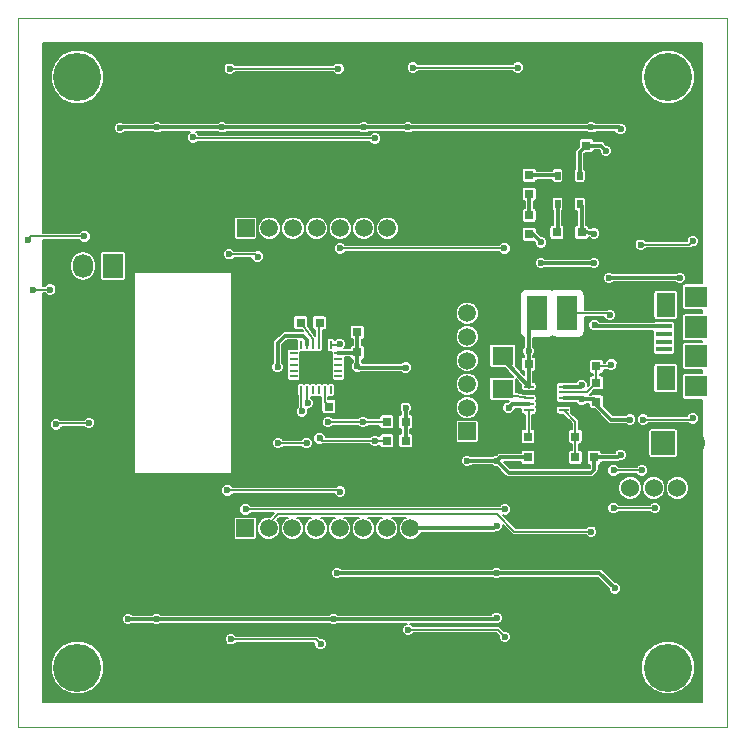
<source format=gbr>
G04 #@! TF.FileFunction,Copper,L2,Bot,Mixed*
%FSLAX46Y46*%
G04 Gerber Fmt 4.6, Leading zero omitted, Abs format (unit mm)*
G04 Created by KiCad (PCBNEW 4.0.2-stable) date Friday, May 27, 2016 'pmt' 03:10:38 pm*
%MOMM*%
G01*
G04 APERTURE LIST*
%ADD10C,0.100000*%
%ADD11R,0.800100X0.800100*%
%ADD12R,0.848360X0.294640*%
%ADD13R,0.279400X0.698500*%
%ADD14R,1.648460X2.397760*%
%ADD15R,1.800000X1.600000*%
%ADD16R,2.032000X2.032000*%
%ADD17O,2.032000X2.032000*%
%ADD18R,1.727200X2.032000*%
%ADD19O,1.727200X2.032000*%
%ADD20R,0.500380X0.800100*%
%ADD21R,1.897380X1.897380*%
%ADD22R,1.897380X1.899920*%
%ADD23R,1.897380X1.795780*%
%ADD24R,1.597660X2.095500*%
%ADD25R,1.346200X0.398780*%
%ADD26C,1.500000*%
%ADD27R,1.500000X1.500000*%
%ADD28R,1.800000X3.000000*%
%ADD29C,4.064000*%
%ADD30C,1.524000*%
%ADD31R,0.698500X0.248920*%
%ADD32R,0.248920X0.698500*%
%ADD33R,2.499360X2.499360*%
%ADD34C,0.600000*%
%ADD35C,0.300000*%
%ADD36C,0.160000*%
%ADD37C,0.152400*%
G04 APERTURE END LIST*
D10*
X14300000Y-13700000D02*
X74300000Y-13700000D01*
X74300000Y-73700000D02*
X74300000Y-13700000D01*
X14300000Y-73700000D02*
X74300000Y-73700000D01*
X14300000Y-13700000D02*
X14300000Y-73700000D01*
D11*
X62000000Y-31849900D03*
X62000000Y-33450100D03*
X62400100Y-24500000D03*
X60799900Y-24500000D03*
X57499900Y-43000000D03*
X59100100Y-43000000D03*
X57449900Y-50900000D03*
X59050100Y-50900000D03*
X57449900Y-49150000D03*
X59050100Y-49150000D03*
X44600100Y-42000000D03*
X42999900Y-42000000D03*
X44600100Y-40300000D03*
X42999900Y-40300000D03*
X39800000Y-39500100D03*
X39800000Y-37899900D03*
X40599900Y-46600000D03*
X42200100Y-46600000D03*
D12*
X57526800Y-46898220D03*
X57526800Y-46397840D03*
X57526800Y-45900000D03*
X57526800Y-45402160D03*
X57526800Y-44901780D03*
X60473200Y-44901780D03*
X60473200Y-45402160D03*
X60473200Y-45900000D03*
X60473200Y-46397840D03*
X60473200Y-46898220D03*
D13*
X59248920Y-47398600D03*
X58751080Y-47398600D03*
X59248920Y-44401400D03*
X58751080Y-44401400D03*
D14*
X59000000Y-45900000D03*
D15*
X55300000Y-45100000D03*
X55300000Y-42300000D03*
D16*
X68900000Y-49700000D03*
D17*
X71440000Y-49700000D03*
D18*
X22300000Y-34700000D03*
D19*
X19760000Y-34700000D03*
X17220000Y-34700000D03*
D11*
X57550000Y-32000100D03*
X57550000Y-30399900D03*
X59900000Y-31849900D03*
X59900000Y-33450100D03*
X63250000Y-46200100D03*
X63250000Y-44599900D03*
X63050100Y-50900000D03*
X61449900Y-50900000D03*
X63250000Y-43200100D03*
X63250000Y-41599900D03*
X61449900Y-49150000D03*
X63050100Y-49150000D03*
X47100100Y-47900000D03*
X45499900Y-47900000D03*
X47100100Y-49500000D03*
X45499900Y-49500000D03*
X38200000Y-39500100D03*
X38200000Y-37899900D03*
D20*
X59950040Y-27051120D03*
X60900000Y-27051120D03*
X61849960Y-27051120D03*
X59950040Y-29448880D03*
X61849960Y-29448880D03*
D21*
X71652200Y-39901120D03*
D22*
X71652200Y-42298880D03*
D23*
X71652200Y-44899840D03*
D24*
X69102040Y-38001200D03*
D25*
X68975040Y-39802060D03*
X68975040Y-40452300D03*
X68975040Y-41100000D03*
X68975040Y-41747700D03*
X68975040Y-42397940D03*
D24*
X69102040Y-44198800D03*
D23*
X71652200Y-37300160D03*
D11*
X57550000Y-26999900D03*
X57550000Y-28600100D03*
D26*
X47500000Y-56900000D03*
X45500000Y-56900000D03*
X43500000Y-56900000D03*
X41500000Y-56900000D03*
X39500000Y-56900000D03*
X37500000Y-56900000D03*
D27*
X33500000Y-56900000D03*
D26*
X35500000Y-56900000D03*
X47550000Y-31500000D03*
X45550000Y-31500000D03*
X43550000Y-31500000D03*
X41550000Y-31500000D03*
X39550000Y-31500000D03*
X37550000Y-31500000D03*
D27*
X33550000Y-31500000D03*
D26*
X35550000Y-31500000D03*
X52300000Y-38700000D03*
X52300000Y-40700000D03*
X52300000Y-42700000D03*
X52300000Y-44700000D03*
D27*
X52300000Y-48700000D03*
D26*
X52300000Y-46700000D03*
D28*
X60770000Y-38700000D03*
X58230000Y-38700000D03*
D29*
X69300000Y-68700000D03*
X19300000Y-68700000D03*
X69300000Y-18700000D03*
X19300000Y-18700000D03*
D30*
X66101020Y-53500000D03*
X68100000Y-53500000D03*
X70098980Y-53500000D03*
D31*
X37600080Y-44549680D03*
X37600080Y-44049300D03*
X37600080Y-43548920D03*
X37600080Y-43051080D03*
X37600080Y-42550700D03*
X37600080Y-42050320D03*
D32*
X38250320Y-41400080D03*
X38750700Y-41400080D03*
X39251080Y-41400080D03*
X39748920Y-41400080D03*
X40249300Y-41400080D03*
X40749680Y-41400080D03*
D31*
X41399920Y-42050320D03*
X41399920Y-42550700D03*
X41399920Y-43051080D03*
X41399920Y-43548920D03*
X41399920Y-44049300D03*
X41399920Y-44549680D03*
D32*
X40749680Y-45199920D03*
X40249300Y-45199920D03*
X39748920Y-45199920D03*
X39251080Y-45199920D03*
X38750700Y-45199920D03*
X38250320Y-45199920D03*
D33*
X39500000Y-43300000D03*
D34*
X63100000Y-39700000D03*
X58550000Y-32700000D03*
X58550000Y-34450000D03*
X63050000Y-34450000D03*
X63050000Y-31950000D03*
X64050000Y-24950000D03*
X64300000Y-35700000D03*
X70300000Y-35700000D03*
X66100000Y-47700000D03*
X62000000Y-46000000D03*
X62000000Y-44800000D03*
X57500000Y-41900000D03*
X42999900Y-43199900D03*
X36250000Y-43250000D03*
X22900000Y-23000000D03*
X26000000Y-64600000D03*
X41000000Y-64600000D03*
X23600000Y-64600000D03*
X54800000Y-64500000D03*
X43550000Y-22950000D03*
X62800000Y-22950000D03*
X47300000Y-22950000D03*
X31550000Y-22950000D03*
X65300000Y-23100000D03*
X26050000Y-22950000D03*
X64800000Y-62000000D03*
X47100000Y-46700000D03*
X65300000Y-50700000D03*
X52300000Y-51200000D03*
X54800000Y-51200000D03*
X54800000Y-60700000D03*
X41300000Y-60700000D03*
X54800000Y-56700000D03*
X55800000Y-46700000D03*
X47100000Y-43300000D03*
X41400000Y-18000000D03*
X32200000Y-18000000D03*
X56600000Y-17900000D03*
X47700000Y-17900000D03*
X67000000Y-32900000D03*
X71400000Y-32600000D03*
X68200000Y-55200000D03*
X64700000Y-55200000D03*
X64700000Y-52000000D03*
X67100000Y-52000000D03*
X67200000Y-47700000D03*
X71400000Y-47600000D03*
X47300000Y-65500000D03*
X55500000Y-66100000D03*
X32300000Y-66300000D03*
X39900000Y-66700000D03*
X20300000Y-48000000D03*
X17500000Y-48100000D03*
X19900000Y-32200000D03*
X15100000Y-32500000D03*
X15500000Y-36700000D03*
X17000000Y-36700000D03*
X62800000Y-57200000D03*
X41550000Y-33200000D03*
X55450000Y-33200000D03*
X41500000Y-41300000D03*
X32150000Y-33700000D03*
X34550000Y-33900000D03*
X36300000Y-49700000D03*
X38700000Y-49700000D03*
X44500000Y-23900000D03*
X29100000Y-23800000D03*
X41550000Y-53800000D03*
X32000000Y-53700000D03*
X44500000Y-49500000D03*
X38300000Y-47000000D03*
X39800000Y-49300000D03*
X43500000Y-47900000D03*
X38800000Y-46300000D03*
X40500000Y-47900000D03*
X55500000Y-55300000D03*
X33550000Y-55300000D03*
X64500000Y-43050000D03*
X64400000Y-38850000D03*
D35*
X68975040Y-39802060D02*
X63202060Y-39802060D01*
X63202060Y-39802060D02*
X63100000Y-39700000D01*
X57550000Y-32000100D02*
X57850100Y-32000100D01*
X57850100Y-32000100D02*
X58550000Y-32700000D01*
X58550000Y-34450000D02*
X63050000Y-34450000D01*
X62000000Y-29598920D02*
X61849960Y-29448880D01*
X62000000Y-31849900D02*
X62000000Y-29598920D01*
X63050000Y-31950000D02*
X62999900Y-31899900D01*
X62000000Y-31849900D02*
X62999900Y-31899900D01*
D36*
X60473200Y-46397840D02*
X59497840Y-46397840D01*
X59497840Y-46397840D02*
X59000000Y-45900000D01*
X57526800Y-45402160D02*
X58502160Y-45402160D01*
X58502160Y-45402160D02*
X59000000Y-45900000D01*
X42200100Y-46600000D02*
X42200100Y-45349860D01*
X42200100Y-45349860D02*
X41399920Y-44549680D01*
X40249300Y-41400080D02*
X40249300Y-42550700D01*
X40249300Y-42550700D02*
X39500000Y-43300000D01*
X41399920Y-44549680D02*
X40749680Y-44549680D01*
X40749680Y-44549680D02*
X39500000Y-43300000D01*
X37600080Y-44549680D02*
X38250320Y-44549680D01*
X38250320Y-44549680D02*
X39500000Y-43300000D01*
D35*
X61849960Y-27051120D02*
X61849960Y-25050140D01*
X61849960Y-25050140D02*
X62400100Y-24500000D01*
X63600000Y-24500000D02*
X62400100Y-24500000D01*
X64050000Y-24950000D02*
X63600000Y-24500000D01*
X70300000Y-35700000D02*
X64300000Y-35700000D01*
X62000000Y-46000000D02*
X63049900Y-46000000D01*
X63049900Y-46000000D02*
X63250000Y-46200100D01*
X60473200Y-45900000D02*
X61900000Y-45900000D01*
X61900000Y-45900000D02*
X62000000Y-46000000D01*
X64500000Y-47700000D02*
X63250000Y-46450000D01*
X66100000Y-47700000D02*
X64500000Y-47700000D01*
X63250000Y-46450000D02*
X63250000Y-46200100D01*
D36*
X62000000Y-46000000D02*
X61900000Y-45900000D01*
D35*
X60473200Y-44901780D02*
X61898220Y-44901780D01*
X61898220Y-44901780D02*
X62000000Y-44800000D01*
D36*
X57500000Y-41900000D02*
X57499900Y-41900000D01*
X57499900Y-41900000D02*
X57500000Y-41900000D01*
X57500000Y-41900000D02*
X57499900Y-41900000D01*
D35*
X57499900Y-43000000D02*
X57499900Y-41900000D01*
X57499900Y-41900000D02*
X57499900Y-39430100D01*
D36*
X57499900Y-39430100D02*
X58230000Y-38700000D01*
D35*
X57526800Y-44901780D02*
X57526800Y-43026900D01*
D36*
X57526800Y-43026900D02*
X57499900Y-43000000D01*
X62949900Y-45900000D02*
X63250000Y-46200100D01*
X57449900Y-39480100D02*
X58230000Y-38700000D01*
X55300000Y-42300000D02*
X55300000Y-42574980D01*
D35*
X55300000Y-42574980D02*
X57526800Y-44901780D01*
D37*
X57526800Y-46898220D02*
X57526800Y-49073100D01*
X57526800Y-49073100D02*
X57449900Y-49150000D01*
D35*
X38750700Y-40950700D02*
X38400000Y-40600000D01*
X38750700Y-41400080D02*
X38750700Y-40950700D01*
X36850000Y-40600000D02*
X38400000Y-40600000D01*
X36250000Y-41200000D02*
X36850000Y-40600000D01*
X36250000Y-43250000D02*
X36250000Y-41200000D01*
X26050000Y-22950000D02*
X22950000Y-22950000D01*
X22950000Y-22950000D02*
X22900000Y-23000000D01*
X25700000Y-64600000D02*
X25650440Y-64600000D01*
X25650440Y-64600000D02*
X23600000Y-64600000D01*
X54800000Y-64500000D02*
X54700100Y-64599900D01*
X54700100Y-64599900D02*
X41000000Y-64600000D01*
X41000000Y-64600000D02*
X26000000Y-64600000D01*
X26000000Y-64600000D02*
X25650440Y-64600000D01*
X65150000Y-22950000D02*
X65300000Y-23100000D01*
X65150000Y-22950000D02*
X62800000Y-22950000D01*
X62800000Y-22950000D02*
X47300000Y-22950000D01*
X47300000Y-22950000D02*
X43550000Y-22950000D01*
X43550000Y-22950000D02*
X31550000Y-22950000D01*
X31550000Y-22950000D02*
X26050000Y-22950000D01*
X54800000Y-60700000D02*
X63500000Y-60700000D01*
X63500000Y-60700000D02*
X64800000Y-62000000D01*
X47100100Y-47900000D02*
X47100100Y-46700100D01*
X47100100Y-46700100D02*
X47100000Y-46700000D01*
X47100100Y-47900000D02*
X47100100Y-49500000D01*
X63050100Y-50900000D02*
X65100000Y-50900000D01*
X65100000Y-50900000D02*
X65300000Y-50700000D01*
X54800000Y-51200000D02*
X55800000Y-52200000D01*
X63050100Y-51949900D02*
X63050100Y-50900000D01*
X62800000Y-52200000D02*
X63050100Y-51949900D01*
X55800000Y-52200000D02*
X62800000Y-52200000D01*
X54800000Y-51200000D02*
X52300000Y-51200000D01*
X57449900Y-50900000D02*
X55100000Y-50900000D01*
X55100000Y-50900000D02*
X54800000Y-51200000D01*
X41300000Y-60700000D02*
X54800000Y-60700000D01*
X47500000Y-56900000D02*
X54600000Y-56900000D01*
X54600000Y-56900000D02*
X54800000Y-56700000D01*
X57526800Y-46397840D02*
X56102160Y-46397840D01*
X56102160Y-46397840D02*
X55800000Y-46700000D01*
X41399920Y-42050320D02*
X42949580Y-42050320D01*
X42949580Y-42050320D02*
X42999900Y-42000000D01*
X42999900Y-42000000D02*
X42999900Y-40300000D01*
X42999900Y-43199900D02*
X42999900Y-42000000D01*
X47100000Y-43300000D02*
X43100000Y-43300000D01*
X43100000Y-43300000D02*
X42999900Y-43199900D01*
D37*
X39748920Y-41400080D02*
X39748920Y-39551180D01*
X39748920Y-39551180D02*
X39800000Y-39500100D01*
X40249300Y-45199920D02*
X40249300Y-46249400D01*
X40249300Y-46249400D02*
X40599900Y-46600000D01*
D35*
X57550000Y-28600100D02*
X57550000Y-30399900D01*
X57550000Y-26999900D02*
X59898820Y-26999900D01*
X59898820Y-26999900D02*
X59950040Y-27051120D01*
D36*
X57526800Y-45900000D02*
X55800000Y-45600000D01*
X55800000Y-45600000D02*
X55300000Y-45100000D01*
X61449900Y-50900000D02*
X61449900Y-49150000D01*
X61449900Y-49150000D02*
X61449900Y-47874920D01*
X61449900Y-47874920D02*
X60473200Y-46898220D01*
D37*
X32200000Y-18000000D02*
X41400000Y-18000000D01*
X47700000Y-17900000D02*
X56600000Y-17900000D01*
X71100000Y-32900000D02*
X67000000Y-32900000D01*
X71400000Y-32600000D02*
X71100000Y-32900000D01*
X64700000Y-55200000D02*
X68200000Y-55200000D01*
X67100000Y-52000000D02*
X64700000Y-52000000D01*
X71300000Y-47700000D02*
X67200000Y-47700000D01*
X71400000Y-47600000D02*
X71300000Y-47700000D01*
X54900000Y-65500000D02*
X47300000Y-65500000D01*
X55500000Y-66100000D02*
X54900000Y-65500000D01*
X39500000Y-66300000D02*
X32300000Y-66300000D01*
X39900000Y-66700000D02*
X39500000Y-66300000D01*
X17600000Y-48000000D02*
X20300000Y-48000000D01*
X17500000Y-48100000D02*
X17600000Y-48000000D01*
X15400000Y-32200000D02*
X19900000Y-32200000D01*
X15100000Y-32500000D02*
X15400000Y-32200000D01*
X17000000Y-36700000D02*
X15500000Y-36700000D01*
X35500000Y-56900000D02*
X35500000Y-56500000D01*
X35500000Y-56500000D02*
X36300000Y-55700000D01*
X56300000Y-57200000D02*
X62800000Y-57200000D01*
X54800000Y-55700000D02*
X56300000Y-57200000D01*
X36300000Y-55700000D02*
X54800000Y-55700000D01*
X55450000Y-33200000D02*
X41550000Y-33200000D01*
X40999920Y-41400080D02*
X40749680Y-41400080D01*
X41500000Y-41300000D02*
X40999920Y-41400080D01*
X34350000Y-33700000D02*
X32150000Y-33700000D01*
X34550000Y-33900000D02*
X34350000Y-33700000D01*
X38700000Y-49700000D02*
X36300000Y-49700000D01*
X29200000Y-23900000D02*
X44500000Y-23900000D01*
X29100000Y-23800000D02*
X29200000Y-23900000D01*
X41450000Y-53700000D02*
X32000000Y-53700000D01*
X41450000Y-53700000D02*
X41550000Y-53800000D01*
X45499900Y-49500000D02*
X44799900Y-49500000D01*
X44799900Y-49500000D02*
X44500000Y-49500000D01*
X40000000Y-49500000D02*
X44500000Y-49500000D01*
X38250320Y-45199920D02*
X38250320Y-46950320D01*
X38250320Y-46950320D02*
X38300000Y-47000000D01*
X39800000Y-49300000D02*
X40000000Y-49500000D01*
X43500000Y-47900000D02*
X45499900Y-47900000D01*
X38750700Y-46250700D02*
X38750700Y-45199920D01*
X38800000Y-46300000D02*
X38750700Y-46250700D01*
X43500000Y-47900000D02*
X40500000Y-47900000D01*
D35*
X59950040Y-29448880D02*
X59950040Y-31799860D01*
X59950040Y-31799860D02*
X59900000Y-31849900D01*
D37*
X39251080Y-41400080D02*
X39251080Y-40851180D01*
X39251080Y-40851180D02*
X38200000Y-39500100D01*
X33550000Y-55300000D02*
X55500000Y-55300000D01*
X60770000Y-38700000D02*
X64250000Y-38700000D01*
X64349900Y-43200100D02*
X63250000Y-43200100D01*
X64500000Y-43050000D02*
X64349900Y-43200100D01*
X64250000Y-38700000D02*
X64400000Y-38850000D01*
D36*
X63250000Y-44599900D02*
X63250000Y-43200100D01*
X60473200Y-45402160D02*
X62447740Y-45402160D01*
X62447740Y-45402160D02*
X63250000Y-44599900D01*
D37*
G36*
X72223800Y-36169192D02*
X70703510Y-36169192D01*
X70618796Y-36185132D01*
X70540992Y-36235198D01*
X70488795Y-36311590D01*
X70470432Y-36402270D01*
X70470432Y-38198050D01*
X70486372Y-38282764D01*
X70536438Y-38360568D01*
X70612830Y-38412765D01*
X70703510Y-38431128D01*
X72223800Y-38431128D01*
X72223800Y-38719352D01*
X70703510Y-38719352D01*
X70618796Y-38735292D01*
X70540992Y-38785358D01*
X70488795Y-38861750D01*
X70470432Y-38952430D01*
X70470432Y-40849810D01*
X70486372Y-40934524D01*
X70536438Y-41012328D01*
X70612830Y-41064525D01*
X70703510Y-41082888D01*
X72223800Y-41082888D01*
X72223800Y-41115842D01*
X70703510Y-41115842D01*
X70618796Y-41131782D01*
X70540992Y-41181848D01*
X70488795Y-41258240D01*
X70470432Y-41348920D01*
X70470432Y-43248840D01*
X70486372Y-43333554D01*
X70536438Y-43411358D01*
X70612830Y-43463555D01*
X70703510Y-43481918D01*
X72223800Y-43481918D01*
X72223800Y-43768872D01*
X70703510Y-43768872D01*
X70618796Y-43784812D01*
X70540992Y-43834878D01*
X70488795Y-43911270D01*
X70470432Y-44001950D01*
X70470432Y-45797730D01*
X70486372Y-45882444D01*
X70536438Y-45960248D01*
X70612830Y-46012445D01*
X70703510Y-46030808D01*
X72223800Y-46030808D01*
X72223800Y-71623800D01*
X16376200Y-71623800D01*
X16376200Y-69147688D01*
X17039008Y-69147688D01*
X17382439Y-69978854D01*
X18017801Y-70615326D01*
X18848366Y-70960207D01*
X19747688Y-70960992D01*
X20578854Y-70617561D01*
X21215326Y-69982199D01*
X21560207Y-69151634D01*
X21560210Y-69147688D01*
X67039008Y-69147688D01*
X67382439Y-69978854D01*
X68017801Y-70615326D01*
X68848366Y-70960207D01*
X69747688Y-70960992D01*
X70578854Y-70617561D01*
X71215326Y-69982199D01*
X71560207Y-69151634D01*
X71560992Y-68252312D01*
X71217561Y-67421146D01*
X70582199Y-66784674D01*
X69751634Y-66439793D01*
X68852312Y-66439008D01*
X68021146Y-66782439D01*
X67384674Y-67417801D01*
X67039793Y-68248366D01*
X67039008Y-69147688D01*
X21560210Y-69147688D01*
X21560992Y-68252312D01*
X21217561Y-67421146D01*
X20582199Y-66784674D01*
X19751634Y-66439793D01*
X18852312Y-66439008D01*
X18021146Y-66782439D01*
X17384674Y-67417801D01*
X17039793Y-68248366D01*
X17039008Y-69147688D01*
X16376200Y-69147688D01*
X16376200Y-66404684D01*
X31771308Y-66404684D01*
X31851613Y-66599037D01*
X32000181Y-66747864D01*
X32194394Y-66828508D01*
X32404684Y-66828692D01*
X32599037Y-66748387D01*
X32742874Y-66604800D01*
X39371483Y-66604800D01*
X39371308Y-66804684D01*
X39451613Y-66999037D01*
X39600181Y-67147864D01*
X39794394Y-67228508D01*
X40004684Y-67228692D01*
X40199037Y-67148387D01*
X40347864Y-66999819D01*
X40428508Y-66805606D01*
X40428692Y-66595316D01*
X40348387Y-66400963D01*
X40199819Y-66252136D01*
X40005606Y-66171492D01*
X39802366Y-66171314D01*
X39715526Y-66084474D01*
X39616642Y-66018402D01*
X39500000Y-65995200D01*
X32742634Y-65995200D01*
X32599819Y-65852136D01*
X32405606Y-65771492D01*
X32195316Y-65771308D01*
X32000963Y-65851613D01*
X31852136Y-66000181D01*
X31771492Y-66194394D01*
X31771308Y-66404684D01*
X16376200Y-66404684D01*
X16376200Y-64704684D01*
X23071308Y-64704684D01*
X23151613Y-64899037D01*
X23300181Y-65047864D01*
X23494394Y-65128508D01*
X23704684Y-65128692D01*
X23899037Y-65048387D01*
X23968946Y-64978600D01*
X25631038Y-64978600D01*
X25700181Y-65047864D01*
X25894394Y-65128508D01*
X26104684Y-65128692D01*
X26299037Y-65048387D01*
X26368946Y-64978600D01*
X40631038Y-64978600D01*
X40700181Y-65047864D01*
X40894394Y-65128508D01*
X41104684Y-65128692D01*
X41299037Y-65048387D01*
X41368948Y-64978597D01*
X47177777Y-64978555D01*
X47000963Y-65051613D01*
X46852136Y-65200181D01*
X46771492Y-65394394D01*
X46771308Y-65604684D01*
X46851613Y-65799037D01*
X47000181Y-65947864D01*
X47194394Y-66028508D01*
X47404684Y-66028692D01*
X47599037Y-65948387D01*
X47742874Y-65804800D01*
X54773748Y-65804800D01*
X54971485Y-66002537D01*
X54971308Y-66204684D01*
X55051613Y-66399037D01*
X55200181Y-66547864D01*
X55394394Y-66628508D01*
X55604684Y-66628692D01*
X55799037Y-66548387D01*
X55947864Y-66399819D01*
X56028508Y-66205606D01*
X56028692Y-65995316D01*
X55948387Y-65800963D01*
X55799819Y-65652136D01*
X55605606Y-65571492D01*
X55402366Y-65571314D01*
X55115526Y-65284474D01*
X55016642Y-65218402D01*
X54900000Y-65195200D01*
X47742634Y-65195200D01*
X47599819Y-65052136D01*
X47422611Y-64978553D01*
X54573963Y-64978501D01*
X54694394Y-65028508D01*
X54904684Y-65028692D01*
X55099037Y-64948387D01*
X55247864Y-64799819D01*
X55328508Y-64605606D01*
X55328692Y-64395316D01*
X55248387Y-64200963D01*
X55099819Y-64052136D01*
X54905606Y-63971492D01*
X54695316Y-63971308D01*
X54500963Y-64051613D01*
X54352136Y-64200181D01*
X54343366Y-64221303D01*
X41368960Y-64221397D01*
X41299819Y-64152136D01*
X41105606Y-64071492D01*
X40895316Y-64071308D01*
X40700963Y-64151613D01*
X40631054Y-64221400D01*
X26368962Y-64221400D01*
X26299819Y-64152136D01*
X26105606Y-64071492D01*
X25895316Y-64071308D01*
X25700963Y-64151613D01*
X25631054Y-64221400D01*
X23968962Y-64221400D01*
X23899819Y-64152136D01*
X23705606Y-64071492D01*
X23495316Y-64071308D01*
X23300963Y-64151613D01*
X23152136Y-64300181D01*
X23071492Y-64494394D01*
X23071308Y-64704684D01*
X16376200Y-64704684D01*
X16376200Y-60804684D01*
X40771308Y-60804684D01*
X40851613Y-60999037D01*
X41000181Y-61147864D01*
X41194394Y-61228508D01*
X41404684Y-61228692D01*
X41599037Y-61148387D01*
X41668946Y-61078600D01*
X54431038Y-61078600D01*
X54500181Y-61147864D01*
X54694394Y-61228508D01*
X54904684Y-61228692D01*
X55099037Y-61148387D01*
X55168946Y-61078600D01*
X63343178Y-61078600D01*
X64271394Y-62006815D01*
X64271308Y-62104684D01*
X64351613Y-62299037D01*
X64500181Y-62447864D01*
X64694394Y-62528508D01*
X64904684Y-62528692D01*
X65099037Y-62448387D01*
X65247864Y-62299819D01*
X65328508Y-62105606D01*
X65328692Y-61895316D01*
X65248387Y-61700963D01*
X65099819Y-61552136D01*
X64905606Y-61471492D01*
X64806827Y-61471406D01*
X63767711Y-60432289D01*
X63644884Y-60350219D01*
X63500000Y-60321399D01*
X63499995Y-60321400D01*
X55168962Y-60321400D01*
X55099819Y-60252136D01*
X54905606Y-60171492D01*
X54695316Y-60171308D01*
X54500963Y-60251613D01*
X54431054Y-60321400D01*
X41668962Y-60321400D01*
X41599819Y-60252136D01*
X41405606Y-60171492D01*
X41195316Y-60171308D01*
X41000963Y-60251613D01*
X40852136Y-60400181D01*
X40771492Y-60594394D01*
X40771308Y-60804684D01*
X16376200Y-60804684D01*
X16376200Y-56150000D01*
X32516922Y-56150000D01*
X32516922Y-57650000D01*
X32532862Y-57734714D01*
X32582928Y-57812518D01*
X32659320Y-57864715D01*
X32750000Y-57883078D01*
X34250000Y-57883078D01*
X34334714Y-57867138D01*
X34412518Y-57817072D01*
X34464715Y-57740680D01*
X34483078Y-57650000D01*
X34483078Y-56150000D01*
X34467138Y-56065286D01*
X34417072Y-55987482D01*
X34340680Y-55935285D01*
X34250000Y-55916922D01*
X32750000Y-55916922D01*
X32665286Y-55932862D01*
X32587482Y-55982928D01*
X32535285Y-56059320D01*
X32516922Y-56150000D01*
X16376200Y-56150000D01*
X16376200Y-55404684D01*
X33021308Y-55404684D01*
X33101613Y-55599037D01*
X33250181Y-55747864D01*
X33444394Y-55828508D01*
X33654684Y-55828692D01*
X33849037Y-55748387D01*
X33992874Y-55604800D01*
X35964148Y-55604800D01*
X35647420Y-55921528D01*
X35306198Y-55921230D01*
X34946392Y-56069899D01*
X34670867Y-56344944D01*
X34521570Y-56704490D01*
X34521230Y-57093802D01*
X34669899Y-57453608D01*
X34944944Y-57729133D01*
X35304490Y-57878430D01*
X35693802Y-57878770D01*
X36053608Y-57730101D01*
X36329133Y-57455056D01*
X36478430Y-57095510D01*
X36478770Y-56706198D01*
X36330101Y-56346392D01*
X36207487Y-56223565D01*
X36426252Y-56004800D01*
X37103943Y-56004800D01*
X36946392Y-56069899D01*
X36670867Y-56344944D01*
X36521570Y-56704490D01*
X36521230Y-57093802D01*
X36669899Y-57453608D01*
X36944944Y-57729133D01*
X37304490Y-57878430D01*
X37693802Y-57878770D01*
X38053608Y-57730101D01*
X38329133Y-57455056D01*
X38478430Y-57095510D01*
X38478770Y-56706198D01*
X38330101Y-56346392D01*
X38055056Y-56070867D01*
X37895949Y-56004800D01*
X39103943Y-56004800D01*
X38946392Y-56069899D01*
X38670867Y-56344944D01*
X38521570Y-56704490D01*
X38521230Y-57093802D01*
X38669899Y-57453608D01*
X38944944Y-57729133D01*
X39304490Y-57878430D01*
X39693802Y-57878770D01*
X40053608Y-57730101D01*
X40329133Y-57455056D01*
X40478430Y-57095510D01*
X40478770Y-56706198D01*
X40330101Y-56346392D01*
X40055056Y-56070867D01*
X39895949Y-56004800D01*
X41103943Y-56004800D01*
X40946392Y-56069899D01*
X40670867Y-56344944D01*
X40521570Y-56704490D01*
X40521230Y-57093802D01*
X40669899Y-57453608D01*
X40944944Y-57729133D01*
X41304490Y-57878430D01*
X41693802Y-57878770D01*
X42053608Y-57730101D01*
X42329133Y-57455056D01*
X42478430Y-57095510D01*
X42478770Y-56706198D01*
X42330101Y-56346392D01*
X42055056Y-56070867D01*
X41895949Y-56004800D01*
X43103943Y-56004800D01*
X42946392Y-56069899D01*
X42670867Y-56344944D01*
X42521570Y-56704490D01*
X42521230Y-57093802D01*
X42669899Y-57453608D01*
X42944944Y-57729133D01*
X43304490Y-57878430D01*
X43693802Y-57878770D01*
X44053608Y-57730101D01*
X44329133Y-57455056D01*
X44478430Y-57095510D01*
X44478770Y-56706198D01*
X44330101Y-56346392D01*
X44055056Y-56070867D01*
X43895949Y-56004800D01*
X45103943Y-56004800D01*
X44946392Y-56069899D01*
X44670867Y-56344944D01*
X44521570Y-56704490D01*
X44521230Y-57093802D01*
X44669899Y-57453608D01*
X44944944Y-57729133D01*
X45304490Y-57878430D01*
X45693802Y-57878770D01*
X46053608Y-57730101D01*
X46329133Y-57455056D01*
X46478430Y-57095510D01*
X46478770Y-56706198D01*
X46330101Y-56346392D01*
X46055056Y-56070867D01*
X45895949Y-56004800D01*
X47103943Y-56004800D01*
X46946392Y-56069899D01*
X46670867Y-56344944D01*
X46521570Y-56704490D01*
X46521230Y-57093802D01*
X46669899Y-57453608D01*
X46944944Y-57729133D01*
X47304490Y-57878430D01*
X47693802Y-57878770D01*
X48053608Y-57730101D01*
X48329133Y-57455056D01*
X48402404Y-57278600D01*
X54599995Y-57278600D01*
X54600000Y-57278601D01*
X54744884Y-57249781D01*
X54776614Y-57228580D01*
X54904684Y-57228692D01*
X55099037Y-57148387D01*
X55247864Y-56999819D01*
X55328508Y-56805606D01*
X55328636Y-56659688D01*
X56084474Y-57415526D01*
X56183358Y-57481598D01*
X56300000Y-57504800D01*
X62357366Y-57504800D01*
X62500181Y-57647864D01*
X62694394Y-57728508D01*
X62904684Y-57728692D01*
X63099037Y-57648387D01*
X63247864Y-57499819D01*
X63328508Y-57305606D01*
X63328692Y-57095316D01*
X63248387Y-56900963D01*
X63099819Y-56752136D01*
X62905606Y-56671492D01*
X62695316Y-56671308D01*
X62500963Y-56751613D01*
X62357126Y-56895200D01*
X56426252Y-56895200D01*
X55334825Y-55803773D01*
X55394394Y-55828508D01*
X55604684Y-55828692D01*
X55799037Y-55748387D01*
X55947864Y-55599819D01*
X56028508Y-55405606D01*
X56028596Y-55304684D01*
X64171308Y-55304684D01*
X64251613Y-55499037D01*
X64400181Y-55647864D01*
X64594394Y-55728508D01*
X64804684Y-55728692D01*
X64999037Y-55648387D01*
X65142874Y-55504800D01*
X67757366Y-55504800D01*
X67900181Y-55647864D01*
X68094394Y-55728508D01*
X68304684Y-55728692D01*
X68499037Y-55648387D01*
X68647864Y-55499819D01*
X68728508Y-55305606D01*
X68728692Y-55095316D01*
X68648387Y-54900963D01*
X68499819Y-54752136D01*
X68305606Y-54671492D01*
X68095316Y-54671308D01*
X67900963Y-54751613D01*
X67757126Y-54895200D01*
X65142634Y-54895200D01*
X64999819Y-54752136D01*
X64805606Y-54671492D01*
X64595316Y-54671308D01*
X64400963Y-54751613D01*
X64252136Y-54900181D01*
X64171492Y-55094394D01*
X64171308Y-55304684D01*
X56028596Y-55304684D01*
X56028692Y-55195316D01*
X55948387Y-55000963D01*
X55799819Y-54852136D01*
X55605606Y-54771492D01*
X55395316Y-54771308D01*
X55200963Y-54851613D01*
X55057126Y-54995200D01*
X33992634Y-54995200D01*
X33849819Y-54852136D01*
X33655606Y-54771492D01*
X33445316Y-54771308D01*
X33250963Y-54851613D01*
X33102136Y-55000181D01*
X33021492Y-55194394D01*
X33021308Y-55404684D01*
X16376200Y-55404684D01*
X16376200Y-53804684D01*
X31471308Y-53804684D01*
X31551613Y-53999037D01*
X31700181Y-54147864D01*
X31894394Y-54228508D01*
X32104684Y-54228692D01*
X32299037Y-54148387D01*
X32442874Y-54004800D01*
X41062675Y-54004800D01*
X41101613Y-54099037D01*
X41250181Y-54247864D01*
X41444394Y-54328508D01*
X41654684Y-54328692D01*
X41849037Y-54248387D01*
X41997864Y-54099819D01*
X42078508Y-53905606D01*
X42078691Y-53696178D01*
X65110248Y-53696178D01*
X65260741Y-54060397D01*
X65539158Y-54339300D01*
X65903113Y-54490428D01*
X66297198Y-54490772D01*
X66661417Y-54340279D01*
X66940320Y-54061862D01*
X67091448Y-53697907D01*
X67091449Y-53696178D01*
X67109228Y-53696178D01*
X67259721Y-54060397D01*
X67538138Y-54339300D01*
X67902093Y-54490428D01*
X68296178Y-54490772D01*
X68660397Y-54340279D01*
X68939300Y-54061862D01*
X69090428Y-53697907D01*
X69090429Y-53696178D01*
X69108208Y-53696178D01*
X69258701Y-54060397D01*
X69537118Y-54339300D01*
X69901073Y-54490428D01*
X70295158Y-54490772D01*
X70659377Y-54340279D01*
X70938280Y-54061862D01*
X71089408Y-53697907D01*
X71089752Y-53303822D01*
X70939259Y-52939603D01*
X70660842Y-52660700D01*
X70296887Y-52509572D01*
X69902802Y-52509228D01*
X69538583Y-52659721D01*
X69259680Y-52938138D01*
X69108552Y-53302093D01*
X69108208Y-53696178D01*
X69090429Y-53696178D01*
X69090772Y-53303822D01*
X68940279Y-52939603D01*
X68661862Y-52660700D01*
X68297907Y-52509572D01*
X67903822Y-52509228D01*
X67539603Y-52659721D01*
X67260700Y-52938138D01*
X67109572Y-53302093D01*
X67109228Y-53696178D01*
X67091449Y-53696178D01*
X67091792Y-53303822D01*
X66941299Y-52939603D01*
X66662882Y-52660700D01*
X66298927Y-52509572D01*
X65904842Y-52509228D01*
X65540623Y-52659721D01*
X65261720Y-52938138D01*
X65110592Y-53302093D01*
X65110248Y-53696178D01*
X42078691Y-53696178D01*
X42078692Y-53695316D01*
X41998387Y-53500963D01*
X41849819Y-53352136D01*
X41655606Y-53271492D01*
X41445316Y-53271308D01*
X41250963Y-53351613D01*
X41207300Y-53395200D01*
X32442634Y-53395200D01*
X32299819Y-53252136D01*
X32105606Y-53171492D01*
X31895316Y-53171308D01*
X31700963Y-53251613D01*
X31552136Y-53400181D01*
X31471492Y-53594394D01*
X31471308Y-53804684D01*
X16376200Y-53804684D01*
X16376200Y-48204684D01*
X16971308Y-48204684D01*
X17051613Y-48399037D01*
X17200181Y-48547864D01*
X17394394Y-48628508D01*
X17604684Y-48628692D01*
X17799037Y-48548387D01*
X17947864Y-48399819D01*
X17987319Y-48304800D01*
X19857366Y-48304800D01*
X20000181Y-48447864D01*
X20194394Y-48528508D01*
X20404684Y-48528692D01*
X20599037Y-48448387D01*
X20747864Y-48299819D01*
X20828508Y-48105606D01*
X20828692Y-47895316D01*
X20748387Y-47700963D01*
X20599819Y-47552136D01*
X20405606Y-47471492D01*
X20195316Y-47471308D01*
X20000963Y-47551613D01*
X19857126Y-47695200D01*
X17842808Y-47695200D01*
X17799819Y-47652136D01*
X17605606Y-47571492D01*
X17395316Y-47571308D01*
X17200963Y-47651613D01*
X17052136Y-47800181D01*
X16971492Y-47994394D01*
X16971308Y-48204684D01*
X16376200Y-48204684D01*
X16376200Y-37004800D01*
X16557366Y-37004800D01*
X16700181Y-37147864D01*
X16894394Y-37228508D01*
X17104684Y-37228692D01*
X17299037Y-37148387D01*
X17447864Y-36999819D01*
X17528508Y-36805606D01*
X17528692Y-36595316D01*
X17448387Y-36400963D01*
X17299819Y-36252136D01*
X17105606Y-36171492D01*
X16895316Y-36171308D01*
X16700963Y-36251613D01*
X16557126Y-36395200D01*
X16376200Y-36395200D01*
X16376200Y-34523217D01*
X18667800Y-34523217D01*
X18667800Y-34876783D01*
X18750939Y-35294750D01*
X18987698Y-35649085D01*
X19342033Y-35885844D01*
X19760000Y-35968983D01*
X20177967Y-35885844D01*
X20532302Y-35649085D01*
X20769061Y-35294750D01*
X20852200Y-34876783D01*
X20852200Y-34523217D01*
X20769061Y-34105250D01*
X20532302Y-33750915D01*
X20432157Y-33684000D01*
X21203322Y-33684000D01*
X21203322Y-35716000D01*
X21219262Y-35800714D01*
X21269328Y-35878518D01*
X21345720Y-35930715D01*
X21436400Y-35949078D01*
X23163600Y-35949078D01*
X23248314Y-35933138D01*
X23326118Y-35883072D01*
X23378315Y-35806680D01*
X23396678Y-35716000D01*
X23396678Y-35300000D01*
X24123800Y-35300000D01*
X24123800Y-52200000D01*
X24129011Y-52227695D01*
X24145379Y-52253132D01*
X24170354Y-52270197D01*
X24200000Y-52276200D01*
X32300000Y-52276200D01*
X32327695Y-52270989D01*
X32353132Y-52254621D01*
X32370197Y-52229646D01*
X32376200Y-52200000D01*
X32376200Y-51304684D01*
X51771308Y-51304684D01*
X51851613Y-51499037D01*
X52000181Y-51647864D01*
X52194394Y-51728508D01*
X52404684Y-51728692D01*
X52599037Y-51648387D01*
X52668946Y-51578600D01*
X54431038Y-51578600D01*
X54500181Y-51647864D01*
X54694394Y-51728508D01*
X54793173Y-51728594D01*
X55532287Y-52467708D01*
X55532289Y-52467711D01*
X55594424Y-52509228D01*
X55655116Y-52549781D01*
X55800000Y-52578601D01*
X55800005Y-52578600D01*
X62799995Y-52578600D01*
X62800000Y-52578601D01*
X62944884Y-52549781D01*
X63067711Y-52467711D01*
X63317808Y-52217613D01*
X63317811Y-52217611D01*
X63393266Y-52104684D01*
X64171308Y-52104684D01*
X64251613Y-52299037D01*
X64400181Y-52447864D01*
X64594394Y-52528508D01*
X64804684Y-52528692D01*
X64999037Y-52448387D01*
X65142874Y-52304800D01*
X66657366Y-52304800D01*
X66800181Y-52447864D01*
X66994394Y-52528508D01*
X67204684Y-52528692D01*
X67399037Y-52448387D01*
X67547864Y-52299819D01*
X67628508Y-52105606D01*
X67628692Y-51895316D01*
X67548387Y-51700963D01*
X67399819Y-51552136D01*
X67205606Y-51471492D01*
X66995316Y-51471308D01*
X66800963Y-51551613D01*
X66657126Y-51695200D01*
X65142634Y-51695200D01*
X64999819Y-51552136D01*
X64805606Y-51471492D01*
X64595316Y-51471308D01*
X64400963Y-51551613D01*
X64252136Y-51700181D01*
X64171492Y-51894394D01*
X64171308Y-52104684D01*
X63393266Y-52104684D01*
X63399881Y-52094784D01*
X63428701Y-51949900D01*
X63428700Y-51949895D01*
X63428700Y-51533128D01*
X63450150Y-51533128D01*
X63534864Y-51517188D01*
X63612668Y-51467122D01*
X63664865Y-51390730D01*
X63683228Y-51300050D01*
X63683228Y-51278600D01*
X65099995Y-51278600D01*
X65100000Y-51278601D01*
X65244884Y-51249781D01*
X65276614Y-51228580D01*
X65404684Y-51228692D01*
X65599037Y-51148387D01*
X65747864Y-50999819D01*
X65828508Y-50805606D01*
X65828692Y-50595316D01*
X65748387Y-50400963D01*
X65599819Y-50252136D01*
X65405606Y-50171492D01*
X65195316Y-50171308D01*
X65000963Y-50251613D01*
X64852136Y-50400181D01*
X64801802Y-50521400D01*
X63683228Y-50521400D01*
X63683228Y-50499950D01*
X63667288Y-50415236D01*
X63617222Y-50337432D01*
X63540830Y-50285235D01*
X63450150Y-50266872D01*
X62650050Y-50266872D01*
X62565336Y-50282812D01*
X62487532Y-50332878D01*
X62435335Y-50409270D01*
X62416972Y-50499950D01*
X62416972Y-51300050D01*
X62432912Y-51384764D01*
X62482978Y-51462568D01*
X62559370Y-51514765D01*
X62650050Y-51533128D01*
X62671500Y-51533128D01*
X62671500Y-51793079D01*
X62643178Y-51821400D01*
X55956821Y-51821400D01*
X55414022Y-51278600D01*
X56816772Y-51278600D01*
X56816772Y-51300050D01*
X56832712Y-51384764D01*
X56882778Y-51462568D01*
X56959170Y-51514765D01*
X57049850Y-51533128D01*
X57849950Y-51533128D01*
X57934664Y-51517188D01*
X58012468Y-51467122D01*
X58064665Y-51390730D01*
X58083028Y-51300050D01*
X58083028Y-50499950D01*
X58067088Y-50415236D01*
X58017022Y-50337432D01*
X57940630Y-50285235D01*
X57849950Y-50266872D01*
X57049850Y-50266872D01*
X56965136Y-50282812D01*
X56887332Y-50332878D01*
X56835135Y-50409270D01*
X56816772Y-50499950D01*
X56816772Y-50521400D01*
X55100000Y-50521400D01*
X54955116Y-50550219D01*
X54832289Y-50632289D01*
X54793184Y-50671394D01*
X54695316Y-50671308D01*
X54500963Y-50751613D01*
X54431054Y-50821400D01*
X52668962Y-50821400D01*
X52599819Y-50752136D01*
X52405606Y-50671492D01*
X52195316Y-50671308D01*
X52000963Y-50751613D01*
X51852136Y-50900181D01*
X51771492Y-51094394D01*
X51771308Y-51304684D01*
X32376200Y-51304684D01*
X32376200Y-49804684D01*
X35771308Y-49804684D01*
X35851613Y-49999037D01*
X36000181Y-50147864D01*
X36194394Y-50228508D01*
X36404684Y-50228692D01*
X36599037Y-50148387D01*
X36742874Y-50004800D01*
X38257366Y-50004800D01*
X38400181Y-50147864D01*
X38594394Y-50228508D01*
X38804684Y-50228692D01*
X38999037Y-50148387D01*
X39147864Y-49999819D01*
X39228508Y-49805606D01*
X39228692Y-49595316D01*
X39149925Y-49404684D01*
X39271308Y-49404684D01*
X39351613Y-49599037D01*
X39500181Y-49747864D01*
X39694394Y-49828508D01*
X39904684Y-49828692D01*
X39974691Y-49799766D01*
X40000000Y-49804800D01*
X44057366Y-49804800D01*
X44200181Y-49947864D01*
X44394394Y-50028508D01*
X44604684Y-50028692D01*
X44799037Y-49948387D01*
X44866772Y-49880770D01*
X44866772Y-49900050D01*
X44882712Y-49984764D01*
X44932778Y-50062568D01*
X45009170Y-50114765D01*
X45099850Y-50133128D01*
X45899950Y-50133128D01*
X45984664Y-50117188D01*
X46062468Y-50067122D01*
X46114665Y-49990730D01*
X46133028Y-49900050D01*
X46133028Y-49099950D01*
X46117088Y-49015236D01*
X46067022Y-48937432D01*
X45990630Y-48885235D01*
X45899950Y-48866872D01*
X45099850Y-48866872D01*
X45015136Y-48882812D01*
X44937332Y-48932878D01*
X44885135Y-49009270D01*
X44866772Y-49099950D01*
X44866772Y-49119206D01*
X44799819Y-49052136D01*
X44605606Y-48971492D01*
X44395316Y-48971308D01*
X44200963Y-49051613D01*
X44057126Y-49195200D01*
X40328644Y-49195200D01*
X40248387Y-49000963D01*
X40099819Y-48852136D01*
X39905606Y-48771492D01*
X39695316Y-48771308D01*
X39500963Y-48851613D01*
X39352136Y-49000181D01*
X39271492Y-49194394D01*
X39271308Y-49404684D01*
X39149925Y-49404684D01*
X39148387Y-49400963D01*
X38999819Y-49252136D01*
X38805606Y-49171492D01*
X38595316Y-49171308D01*
X38400963Y-49251613D01*
X38257126Y-49395200D01*
X36742634Y-49395200D01*
X36599819Y-49252136D01*
X36405606Y-49171492D01*
X36195316Y-49171308D01*
X36000963Y-49251613D01*
X35852136Y-49400181D01*
X35771492Y-49594394D01*
X35771308Y-49804684D01*
X32376200Y-49804684D01*
X32376200Y-48004684D01*
X39971308Y-48004684D01*
X40051613Y-48199037D01*
X40200181Y-48347864D01*
X40394394Y-48428508D01*
X40604684Y-48428692D01*
X40799037Y-48348387D01*
X40942874Y-48204800D01*
X43057366Y-48204800D01*
X43200181Y-48347864D01*
X43394394Y-48428508D01*
X43604684Y-48428692D01*
X43799037Y-48348387D01*
X43942874Y-48204800D01*
X44866772Y-48204800D01*
X44866772Y-48300050D01*
X44882712Y-48384764D01*
X44932778Y-48462568D01*
X45009170Y-48514765D01*
X45099850Y-48533128D01*
X45899950Y-48533128D01*
X45984664Y-48517188D01*
X46062468Y-48467122D01*
X46114665Y-48390730D01*
X46133028Y-48300050D01*
X46133028Y-47499950D01*
X46466972Y-47499950D01*
X46466972Y-48300050D01*
X46482912Y-48384764D01*
X46532978Y-48462568D01*
X46609370Y-48514765D01*
X46700050Y-48533128D01*
X46721500Y-48533128D01*
X46721500Y-48866872D01*
X46700050Y-48866872D01*
X46615336Y-48882812D01*
X46537532Y-48932878D01*
X46485335Y-49009270D01*
X46466972Y-49099950D01*
X46466972Y-49900050D01*
X46482912Y-49984764D01*
X46532978Y-50062568D01*
X46609370Y-50114765D01*
X46700050Y-50133128D01*
X47500150Y-50133128D01*
X47584864Y-50117188D01*
X47662668Y-50067122D01*
X47714865Y-49990730D01*
X47733228Y-49900050D01*
X47733228Y-49099950D01*
X47717288Y-49015236D01*
X47667222Y-48937432D01*
X47590830Y-48885235D01*
X47500150Y-48866872D01*
X47478700Y-48866872D01*
X47478700Y-48533128D01*
X47500150Y-48533128D01*
X47584864Y-48517188D01*
X47662668Y-48467122D01*
X47714865Y-48390730D01*
X47733228Y-48300050D01*
X47733228Y-47950000D01*
X51316922Y-47950000D01*
X51316922Y-49450000D01*
X51332862Y-49534714D01*
X51382928Y-49612518D01*
X51459320Y-49664715D01*
X51550000Y-49683078D01*
X53050000Y-49683078D01*
X53134714Y-49667138D01*
X53212518Y-49617072D01*
X53264715Y-49540680D01*
X53283078Y-49450000D01*
X53283078Y-47950000D01*
X53267138Y-47865286D01*
X53217072Y-47787482D01*
X53140680Y-47735285D01*
X53050000Y-47716922D01*
X51550000Y-47716922D01*
X51465286Y-47732862D01*
X51387482Y-47782928D01*
X51335285Y-47859320D01*
X51316922Y-47950000D01*
X47733228Y-47950000D01*
X47733228Y-47499950D01*
X47717288Y-47415236D01*
X47667222Y-47337432D01*
X47590830Y-47285235D01*
X47500150Y-47266872D01*
X47478700Y-47266872D01*
X47478700Y-47068863D01*
X47547864Y-46999819D01*
X47591885Y-46893802D01*
X51321230Y-46893802D01*
X51469899Y-47253608D01*
X51744944Y-47529133D01*
X52104490Y-47678430D01*
X52493802Y-47678770D01*
X52853608Y-47530101D01*
X53129133Y-47255056D01*
X53278430Y-46895510D01*
X53278770Y-46506198D01*
X53130101Y-46146392D01*
X52855056Y-45870867D01*
X52495510Y-45721570D01*
X52106198Y-45721230D01*
X51746392Y-45869899D01*
X51470867Y-46144944D01*
X51321570Y-46504490D01*
X51321230Y-46893802D01*
X47591885Y-46893802D01*
X47628508Y-46805606D01*
X47628692Y-46595316D01*
X47548387Y-46400963D01*
X47399819Y-46252136D01*
X47205606Y-46171492D01*
X46995316Y-46171308D01*
X46800963Y-46251613D01*
X46652136Y-46400181D01*
X46571492Y-46594394D01*
X46571308Y-46804684D01*
X46651613Y-46999037D01*
X46721500Y-47069046D01*
X46721500Y-47266872D01*
X46700050Y-47266872D01*
X46615336Y-47282812D01*
X46537532Y-47332878D01*
X46485335Y-47409270D01*
X46466972Y-47499950D01*
X46133028Y-47499950D01*
X46117088Y-47415236D01*
X46067022Y-47337432D01*
X45990630Y-47285235D01*
X45899950Y-47266872D01*
X45099850Y-47266872D01*
X45015136Y-47282812D01*
X44937332Y-47332878D01*
X44885135Y-47409270D01*
X44866772Y-47499950D01*
X44866772Y-47595200D01*
X43942634Y-47595200D01*
X43799819Y-47452136D01*
X43605606Y-47371492D01*
X43395316Y-47371308D01*
X43200963Y-47451613D01*
X43057126Y-47595200D01*
X40942634Y-47595200D01*
X40799819Y-47452136D01*
X40605606Y-47371492D01*
X40395316Y-47371308D01*
X40200963Y-47451613D01*
X40052136Y-47600181D01*
X39971492Y-47794394D01*
X39971308Y-48004684D01*
X32376200Y-48004684D01*
X32376200Y-47104684D01*
X37771308Y-47104684D01*
X37851613Y-47299037D01*
X38000181Y-47447864D01*
X38194394Y-47528508D01*
X38404684Y-47528692D01*
X38599037Y-47448387D01*
X38747864Y-47299819D01*
X38828508Y-47105606D01*
X38828692Y-46895316D01*
X38801126Y-46828601D01*
X38904684Y-46828692D01*
X39099037Y-46748387D01*
X39247864Y-46599819D01*
X39328508Y-46405606D01*
X39328692Y-46195316D01*
X39248387Y-46000963D01*
X39099819Y-45852136D01*
X39055500Y-45833733D01*
X39055500Y-45767846D01*
X39126620Y-45782248D01*
X39375540Y-45782248D01*
X39460254Y-45766308D01*
X39499946Y-45740767D01*
X39533780Y-45763885D01*
X39624460Y-45782248D01*
X39873380Y-45782248D01*
X39944500Y-45768866D01*
X39944500Y-46249400D01*
X39966772Y-46361367D01*
X39966772Y-47000050D01*
X39982712Y-47084764D01*
X40032778Y-47162568D01*
X40109170Y-47214765D01*
X40199850Y-47233128D01*
X40999950Y-47233128D01*
X41084664Y-47217188D01*
X41162468Y-47167122D01*
X41214665Y-47090730D01*
X41233028Y-47000050D01*
X41233028Y-46199950D01*
X41217088Y-46115236D01*
X41167022Y-46037432D01*
X41090630Y-45985235D01*
X40999950Y-45966872D01*
X40554100Y-45966872D01*
X40554100Y-45767846D01*
X40625220Y-45782248D01*
X40874140Y-45782248D01*
X40958854Y-45766308D01*
X41036658Y-45716242D01*
X41088855Y-45639850D01*
X41107218Y-45549170D01*
X41107218Y-44893802D01*
X51321230Y-44893802D01*
X51469899Y-45253608D01*
X51744944Y-45529133D01*
X52104490Y-45678430D01*
X52493802Y-45678770D01*
X52853608Y-45530101D01*
X53129133Y-45255056D01*
X53278430Y-44895510D01*
X53278770Y-44506198D01*
X53130101Y-44146392D01*
X52855056Y-43870867D01*
X52495510Y-43721570D01*
X52106198Y-43721230D01*
X51746392Y-43869899D01*
X51470867Y-44144944D01*
X51321570Y-44504490D01*
X51321230Y-44893802D01*
X41107218Y-44893802D01*
X41107218Y-44850670D01*
X41091278Y-44765956D01*
X41041212Y-44688152D01*
X40964820Y-44635955D01*
X40874140Y-44617592D01*
X40625220Y-44617592D01*
X40540506Y-44633532D01*
X40499506Y-44659915D01*
X40464440Y-44635955D01*
X40373760Y-44617592D01*
X40124840Y-44617592D01*
X40040126Y-44633532D01*
X39999126Y-44659915D01*
X39964060Y-44635955D01*
X39873380Y-44617592D01*
X39624460Y-44617592D01*
X39539746Y-44633532D01*
X39500054Y-44659073D01*
X39466220Y-44635955D01*
X39375540Y-44617592D01*
X39126620Y-44617592D01*
X39041906Y-44633532D01*
X39000906Y-44659915D01*
X38965840Y-44635955D01*
X38875160Y-44617592D01*
X38626240Y-44617592D01*
X38541526Y-44633532D01*
X38500526Y-44659915D01*
X38465460Y-44635955D01*
X38374780Y-44617592D01*
X38125860Y-44617592D01*
X38041146Y-44633532D01*
X37963342Y-44683598D01*
X37911145Y-44759990D01*
X37892782Y-44850670D01*
X37892782Y-45549170D01*
X37908722Y-45633884D01*
X37945520Y-45691069D01*
X37945520Y-46606960D01*
X37852136Y-46700181D01*
X37771492Y-46894394D01*
X37771308Y-47104684D01*
X32376200Y-47104684D01*
X32376200Y-43354684D01*
X35721308Y-43354684D01*
X35801613Y-43549037D01*
X35950181Y-43697864D01*
X36144394Y-43778508D01*
X36354684Y-43778692D01*
X36549037Y-43698387D01*
X36697864Y-43549819D01*
X36778508Y-43355606D01*
X36778692Y-43145316D01*
X36698387Y-42950963D01*
X36628600Y-42881054D01*
X36628600Y-41356822D01*
X37006822Y-40978600D01*
X37907409Y-40978600D01*
X37892782Y-41050830D01*
X37892782Y-41692782D01*
X37250830Y-41692782D01*
X37166116Y-41708722D01*
X37088312Y-41758788D01*
X37036115Y-41835180D01*
X37017752Y-41925860D01*
X37017752Y-42174780D01*
X37033692Y-42259494D01*
X37060075Y-42300494D01*
X37036115Y-42335560D01*
X37017752Y-42426240D01*
X37017752Y-42675160D01*
X37033692Y-42759874D01*
X37060075Y-42800874D01*
X37036115Y-42835940D01*
X37017752Y-42926620D01*
X37017752Y-43175540D01*
X37033692Y-43260254D01*
X37059233Y-43299946D01*
X37036115Y-43333780D01*
X37017752Y-43424460D01*
X37017752Y-43673380D01*
X37033692Y-43758094D01*
X37060075Y-43799094D01*
X37036115Y-43834160D01*
X37017752Y-43924840D01*
X37017752Y-44173760D01*
X37033692Y-44258474D01*
X37083758Y-44336278D01*
X37160150Y-44388475D01*
X37250830Y-44406838D01*
X37949330Y-44406838D01*
X38034044Y-44390898D01*
X38111848Y-44340832D01*
X38164045Y-44264440D01*
X38182408Y-44173760D01*
X38182408Y-43924840D01*
X38166468Y-43840126D01*
X38140085Y-43799126D01*
X38164045Y-43764060D01*
X38182408Y-43673380D01*
X38182408Y-43424460D01*
X38166468Y-43339746D01*
X38140927Y-43300054D01*
X38164045Y-43266220D01*
X38182408Y-43175540D01*
X38182408Y-42926620D01*
X38166468Y-42841906D01*
X38140085Y-42800906D01*
X38164045Y-42765840D01*
X38182408Y-42675160D01*
X38182408Y-42426240D01*
X38166468Y-42341526D01*
X38140085Y-42300526D01*
X38164045Y-42265460D01*
X38182408Y-42174780D01*
X38182408Y-41982408D01*
X38374780Y-41982408D01*
X38459494Y-41966468D01*
X38500494Y-41940085D01*
X38535560Y-41964045D01*
X38626240Y-41982408D01*
X38875160Y-41982408D01*
X38959874Y-41966468D01*
X39000874Y-41940085D01*
X39035940Y-41964045D01*
X39126620Y-41982408D01*
X39375540Y-41982408D01*
X39460254Y-41966468D01*
X39499946Y-41940927D01*
X39533780Y-41964045D01*
X39624460Y-41982408D01*
X39873380Y-41982408D01*
X39958094Y-41966468D01*
X40035898Y-41916402D01*
X40088095Y-41840010D01*
X40106458Y-41749330D01*
X40106458Y-41050830D01*
X40392142Y-41050830D01*
X40392142Y-41749330D01*
X40408082Y-41834044D01*
X40458148Y-41911848D01*
X40534540Y-41964045D01*
X40625220Y-41982408D01*
X40817592Y-41982408D01*
X40817592Y-42174780D01*
X40833532Y-42259494D01*
X40859915Y-42300494D01*
X40835955Y-42335560D01*
X40817592Y-42426240D01*
X40817592Y-42675160D01*
X40833532Y-42759874D01*
X40859915Y-42800874D01*
X40835955Y-42835940D01*
X40817592Y-42926620D01*
X40817592Y-43175540D01*
X40833532Y-43260254D01*
X40859073Y-43299946D01*
X40835955Y-43333780D01*
X40817592Y-43424460D01*
X40817592Y-43673380D01*
X40833532Y-43758094D01*
X40859915Y-43799094D01*
X40835955Y-43834160D01*
X40817592Y-43924840D01*
X40817592Y-44173760D01*
X40833532Y-44258474D01*
X40883598Y-44336278D01*
X40959990Y-44388475D01*
X41050670Y-44406838D01*
X41749170Y-44406838D01*
X41833884Y-44390898D01*
X41911688Y-44340832D01*
X41963885Y-44264440D01*
X41982248Y-44173760D01*
X41982248Y-43924840D01*
X41966308Y-43840126D01*
X41939925Y-43799126D01*
X41963885Y-43764060D01*
X41982248Y-43673380D01*
X41982248Y-43424460D01*
X41966308Y-43339746D01*
X41940767Y-43300054D01*
X41963885Y-43266220D01*
X41982248Y-43175540D01*
X41982248Y-42926620D01*
X41966308Y-42841906D01*
X41939925Y-42800906D01*
X41963885Y-42765840D01*
X41982248Y-42675160D01*
X41982248Y-42428920D01*
X42372204Y-42428920D01*
X42382712Y-42484764D01*
X42432778Y-42562568D01*
X42509170Y-42614765D01*
X42599850Y-42633128D01*
X42621300Y-42633128D01*
X42621300Y-42830938D01*
X42552036Y-42900081D01*
X42471392Y-43094294D01*
X42471208Y-43304584D01*
X42551513Y-43498937D01*
X42700081Y-43647764D01*
X42894294Y-43728408D01*
X43104584Y-43728592D01*
X43225574Y-43678600D01*
X46731038Y-43678600D01*
X46800181Y-43747864D01*
X46994394Y-43828508D01*
X47204684Y-43828692D01*
X47399037Y-43748387D01*
X47547864Y-43599819D01*
X47628508Y-43405606D01*
X47628692Y-43195316D01*
X47548387Y-43000963D01*
X47441413Y-42893802D01*
X51321230Y-42893802D01*
X51469899Y-43253608D01*
X51744944Y-43529133D01*
X52104490Y-43678430D01*
X52493802Y-43678770D01*
X52853608Y-43530101D01*
X53129133Y-43255056D01*
X53278430Y-42895510D01*
X53278770Y-42506198D01*
X53130101Y-42146392D01*
X52855056Y-41870867D01*
X52495510Y-41721570D01*
X52106198Y-41721230D01*
X51746392Y-41869899D01*
X51470867Y-42144944D01*
X51321570Y-42504490D01*
X51321230Y-42893802D01*
X47441413Y-42893802D01*
X47399819Y-42852136D01*
X47205606Y-42771492D01*
X46995316Y-42771308D01*
X46800963Y-42851613D01*
X46731054Y-42921400D01*
X43456773Y-42921400D01*
X43448287Y-42900863D01*
X43378500Y-42830954D01*
X43378500Y-42633128D01*
X43399950Y-42633128D01*
X43484664Y-42617188D01*
X43562468Y-42567122D01*
X43614665Y-42490730D01*
X43633028Y-42400050D01*
X43633028Y-41599950D01*
X43617088Y-41515236D01*
X43567022Y-41437432D01*
X43490630Y-41385235D01*
X43399950Y-41366872D01*
X43378500Y-41366872D01*
X43378500Y-40933128D01*
X43399950Y-40933128D01*
X43484664Y-40917188D01*
X43521006Y-40893802D01*
X51321230Y-40893802D01*
X51469899Y-41253608D01*
X51744944Y-41529133D01*
X52104490Y-41678430D01*
X52493802Y-41678770D01*
X52853608Y-41530101D01*
X52883761Y-41500000D01*
X54166922Y-41500000D01*
X54166922Y-43100000D01*
X54182862Y-43184714D01*
X54232928Y-43262518D01*
X54309320Y-43314715D01*
X54400000Y-43333078D01*
X55501475Y-43333078D01*
X56204688Y-44067871D01*
X56200000Y-44066922D01*
X54400000Y-44066922D01*
X54315286Y-44082862D01*
X54237482Y-44132928D01*
X54185285Y-44209320D01*
X54166922Y-44300000D01*
X54166922Y-45900000D01*
X54182862Y-45984714D01*
X54232928Y-46062518D01*
X54309320Y-46114715D01*
X54400000Y-46133078D01*
X55831501Y-46133078D01*
X55793185Y-46171394D01*
X55695316Y-46171308D01*
X55500963Y-46251613D01*
X55352136Y-46400181D01*
X55271492Y-46594394D01*
X55271308Y-46804684D01*
X55351613Y-46999037D01*
X55500181Y-47147864D01*
X55694394Y-47228508D01*
X55904684Y-47228692D01*
X56099037Y-47148387D01*
X56247864Y-46999819D01*
X56328508Y-46805606D01*
X56328534Y-46776440D01*
X56869542Y-46776440D01*
X56869542Y-47045540D01*
X56885482Y-47130254D01*
X56935548Y-47208058D01*
X57011940Y-47260255D01*
X57102620Y-47278618D01*
X57222000Y-47278618D01*
X57222000Y-48516872D01*
X57049850Y-48516872D01*
X56965136Y-48532812D01*
X56887332Y-48582878D01*
X56835135Y-48659270D01*
X56816772Y-48749950D01*
X56816772Y-49550050D01*
X56832712Y-49634764D01*
X56882778Y-49712568D01*
X56959170Y-49764765D01*
X57049850Y-49783128D01*
X57849950Y-49783128D01*
X57934664Y-49767188D01*
X58012468Y-49717122D01*
X58064665Y-49640730D01*
X58083028Y-49550050D01*
X58083028Y-48749950D01*
X58067088Y-48665236D01*
X58017022Y-48587432D01*
X57940630Y-48535235D01*
X57849950Y-48516872D01*
X57831600Y-48516872D01*
X57831600Y-47278618D01*
X57950980Y-47278618D01*
X58035694Y-47262678D01*
X58113498Y-47212612D01*
X58165695Y-47136220D01*
X58184058Y-47045540D01*
X58184058Y-46750900D01*
X59815942Y-46750900D01*
X59815942Y-47045540D01*
X59831882Y-47130254D01*
X59881948Y-47208058D01*
X59958340Y-47260255D01*
X60049020Y-47278618D01*
X60417172Y-47278618D01*
X61141300Y-48002746D01*
X61141300Y-48516872D01*
X61049850Y-48516872D01*
X60965136Y-48532812D01*
X60887332Y-48582878D01*
X60835135Y-48659270D01*
X60816772Y-48749950D01*
X60816772Y-49550050D01*
X60832712Y-49634764D01*
X60882778Y-49712568D01*
X60959170Y-49764765D01*
X61049850Y-49783128D01*
X61141300Y-49783128D01*
X61141300Y-50266872D01*
X61049850Y-50266872D01*
X60965136Y-50282812D01*
X60887332Y-50332878D01*
X60835135Y-50409270D01*
X60816772Y-50499950D01*
X60816772Y-51300050D01*
X60832712Y-51384764D01*
X60882778Y-51462568D01*
X60959170Y-51514765D01*
X61049850Y-51533128D01*
X61849950Y-51533128D01*
X61934664Y-51517188D01*
X62012468Y-51467122D01*
X62064665Y-51390730D01*
X62083028Y-51300050D01*
X62083028Y-50499950D01*
X62067088Y-50415236D01*
X62017022Y-50337432D01*
X61940630Y-50285235D01*
X61849950Y-50266872D01*
X61758500Y-50266872D01*
X61758500Y-49783128D01*
X61849950Y-49783128D01*
X61934664Y-49767188D01*
X62012468Y-49717122D01*
X62064665Y-49640730D01*
X62083028Y-49550050D01*
X62083028Y-48749950D01*
X62070619Y-48684000D01*
X67650922Y-48684000D01*
X67650922Y-50716000D01*
X67666862Y-50800714D01*
X67716928Y-50878518D01*
X67793320Y-50930715D01*
X67884000Y-50949078D01*
X69916000Y-50949078D01*
X70000714Y-50933138D01*
X70078518Y-50883072D01*
X70130715Y-50806680D01*
X70149078Y-50716000D01*
X70149078Y-48684000D01*
X70133138Y-48599286D01*
X70083072Y-48521482D01*
X70006680Y-48469285D01*
X69916000Y-48450922D01*
X67884000Y-48450922D01*
X67799286Y-48466862D01*
X67721482Y-48516928D01*
X67669285Y-48593320D01*
X67650922Y-48684000D01*
X62070619Y-48684000D01*
X62067088Y-48665236D01*
X62017022Y-48587432D01*
X61940630Y-48535235D01*
X61849950Y-48516872D01*
X61758500Y-48516872D01*
X61758500Y-47874920D01*
X61735009Y-47756824D01*
X61668113Y-47656707D01*
X61118078Y-47106672D01*
X61130458Y-47045540D01*
X61130458Y-46750900D01*
X61114518Y-46666186D01*
X61064452Y-46588382D01*
X60988060Y-46536185D01*
X60897380Y-46517822D01*
X60049020Y-46517822D01*
X59964306Y-46533762D01*
X59886502Y-46583828D01*
X59834305Y-46660220D01*
X59815942Y-46750900D01*
X58184058Y-46750900D01*
X58168118Y-46666186D01*
X58156886Y-46648732D01*
X58165695Y-46635840D01*
X58184058Y-46545160D01*
X58184058Y-46250520D01*
X58168118Y-46165806D01*
X58157728Y-46149660D01*
X58165695Y-46138000D01*
X58184058Y-46047320D01*
X58184058Y-45752680D01*
X58168118Y-45667966D01*
X58118052Y-45590162D01*
X58041660Y-45537965D01*
X57950980Y-45519602D01*
X57140140Y-45519602D01*
X56433078Y-45396763D01*
X56433078Y-44306518D01*
X56869542Y-44762582D01*
X56869542Y-45049100D01*
X56885482Y-45133814D01*
X56935548Y-45211618D01*
X57011940Y-45263815D01*
X57102620Y-45282178D01*
X57950980Y-45282178D01*
X58035694Y-45266238D01*
X58113498Y-45216172D01*
X58165695Y-45139780D01*
X58184058Y-45049100D01*
X58184058Y-44754460D01*
X59815942Y-44754460D01*
X59815942Y-45049100D01*
X59831882Y-45133814D01*
X59843114Y-45151268D01*
X59834305Y-45164160D01*
X59815942Y-45254840D01*
X59815942Y-45549480D01*
X59831882Y-45634194D01*
X59842272Y-45650340D01*
X59834305Y-45662000D01*
X59815942Y-45752680D01*
X59815942Y-46047320D01*
X59831882Y-46132034D01*
X59881948Y-46209838D01*
X59958340Y-46262035D01*
X60049020Y-46280398D01*
X60897380Y-46280398D01*
X60906936Y-46278600D01*
X61543169Y-46278600D01*
X61551613Y-46299037D01*
X61700181Y-46447864D01*
X61894394Y-46528508D01*
X62104684Y-46528692D01*
X62299037Y-46448387D01*
X62368946Y-46378600D01*
X62616872Y-46378600D01*
X62616872Y-46600150D01*
X62632812Y-46684864D01*
X62682878Y-46762668D01*
X62759270Y-46814865D01*
X62849950Y-46833228D01*
X63097806Y-46833228D01*
X64232289Y-47967711D01*
X64355116Y-48049781D01*
X64500000Y-48078601D01*
X64500005Y-48078600D01*
X65731038Y-48078600D01*
X65800181Y-48147864D01*
X65994394Y-48228508D01*
X66204684Y-48228692D01*
X66399037Y-48148387D01*
X66547864Y-47999819D01*
X66628508Y-47805606D01*
X66628508Y-47804684D01*
X66671308Y-47804684D01*
X66751613Y-47999037D01*
X66900181Y-48147864D01*
X67094394Y-48228508D01*
X67304684Y-48228692D01*
X67499037Y-48148387D01*
X67642874Y-48004800D01*
X71057192Y-48004800D01*
X71100181Y-48047864D01*
X71294394Y-48128508D01*
X71504684Y-48128692D01*
X71699037Y-48048387D01*
X71847864Y-47899819D01*
X71928508Y-47705606D01*
X71928692Y-47495316D01*
X71848387Y-47300963D01*
X71699819Y-47152136D01*
X71505606Y-47071492D01*
X71295316Y-47071308D01*
X71100963Y-47151613D01*
X70952136Y-47300181D01*
X70912681Y-47395200D01*
X67642634Y-47395200D01*
X67499819Y-47252136D01*
X67305606Y-47171492D01*
X67095316Y-47171308D01*
X66900963Y-47251613D01*
X66752136Y-47400181D01*
X66671492Y-47594394D01*
X66671308Y-47804684D01*
X66628508Y-47804684D01*
X66628692Y-47595316D01*
X66548387Y-47400963D01*
X66399819Y-47252136D01*
X66205606Y-47171492D01*
X65995316Y-47171308D01*
X65800963Y-47251613D01*
X65731054Y-47321400D01*
X64656822Y-47321400D01*
X63883128Y-46547706D01*
X63883128Y-45800050D01*
X63867188Y-45715336D01*
X63817122Y-45637532D01*
X63740730Y-45585335D01*
X63650050Y-45566972D01*
X62849950Y-45566972D01*
X62765236Y-45582912D01*
X62705425Y-45621400D01*
X62664416Y-45621400D01*
X62665953Y-45620373D01*
X63053298Y-45233028D01*
X63650050Y-45233028D01*
X63734764Y-45217088D01*
X63812568Y-45167022D01*
X63864765Y-45090630D01*
X63883128Y-44999950D01*
X63883128Y-44199850D01*
X63867188Y-44115136D01*
X63817122Y-44037332D01*
X63740730Y-43985135D01*
X63650050Y-43966772D01*
X63558600Y-43966772D01*
X63558600Y-43833228D01*
X63650050Y-43833228D01*
X63734764Y-43817288D01*
X63812568Y-43767222D01*
X63864765Y-43690830D01*
X63883128Y-43600150D01*
X63883128Y-43504900D01*
X64217126Y-43504900D01*
X64394394Y-43578508D01*
X64604684Y-43578692D01*
X64799037Y-43498387D01*
X64947864Y-43349819D01*
X65028508Y-43155606D01*
X65028511Y-43151050D01*
X68070132Y-43151050D01*
X68070132Y-45246550D01*
X68086072Y-45331264D01*
X68136138Y-45409068D01*
X68212530Y-45461265D01*
X68303210Y-45479628D01*
X69900870Y-45479628D01*
X69985584Y-45463688D01*
X70063388Y-45413622D01*
X70115585Y-45337230D01*
X70133948Y-45246550D01*
X70133948Y-43151050D01*
X70118008Y-43066336D01*
X70067942Y-42988532D01*
X69991550Y-42936335D01*
X69900870Y-42917972D01*
X68303210Y-42917972D01*
X68218496Y-42933912D01*
X68140692Y-42983978D01*
X68088495Y-43060370D01*
X68070132Y-43151050D01*
X65028511Y-43151050D01*
X65028692Y-42945316D01*
X64948387Y-42750963D01*
X64799819Y-42602136D01*
X64605606Y-42521492D01*
X64395316Y-42521308D01*
X64200963Y-42601613D01*
X64052136Y-42750181D01*
X63991878Y-42895300D01*
X63883128Y-42895300D01*
X63883128Y-42800050D01*
X63867188Y-42715336D01*
X63817122Y-42637532D01*
X63740730Y-42585335D01*
X63650050Y-42566972D01*
X62849950Y-42566972D01*
X62765236Y-42582912D01*
X62687432Y-42632978D01*
X62635235Y-42709370D01*
X62616872Y-42800050D01*
X62616872Y-43600150D01*
X62632812Y-43684864D01*
X62682878Y-43762668D01*
X62759270Y-43814865D01*
X62849950Y-43833228D01*
X62941400Y-43833228D01*
X62941400Y-43966772D01*
X62849950Y-43966772D01*
X62765236Y-43982712D01*
X62687432Y-44032778D01*
X62635235Y-44109170D01*
X62616872Y-44199850D01*
X62616872Y-44796602D01*
X62528526Y-44884948D01*
X62528692Y-44695316D01*
X62448387Y-44500963D01*
X62299819Y-44352136D01*
X62105606Y-44271492D01*
X61895316Y-44271308D01*
X61700963Y-44351613D01*
X61552136Y-44500181D01*
X61542586Y-44523180D01*
X60906259Y-44523180D01*
X60897380Y-44521382D01*
X60049020Y-44521382D01*
X59964306Y-44537322D01*
X59886502Y-44587388D01*
X59834305Y-44663780D01*
X59815942Y-44754460D01*
X58184058Y-44754460D01*
X58168118Y-44669746D01*
X58118052Y-44591942D01*
X58041660Y-44539745D01*
X57950980Y-44521382D01*
X57905400Y-44521382D01*
X57905400Y-43632103D01*
X57984664Y-43617188D01*
X58062468Y-43567122D01*
X58114665Y-43490730D01*
X58133028Y-43400050D01*
X58133028Y-42599950D01*
X58117088Y-42515236D01*
X58067022Y-42437432D01*
X57990630Y-42385235D01*
X57899950Y-42366872D01*
X57878500Y-42366872D01*
X57878500Y-42269062D01*
X57947864Y-42199819D01*
X58028508Y-42005606D01*
X58028692Y-41795316D01*
X57948387Y-41600963D01*
X57878500Y-41530954D01*
X57878500Y-40795645D01*
X59130000Y-40795645D01*
X59346492Y-40754909D01*
X59501419Y-40655217D01*
X59638261Y-40748717D01*
X59870000Y-40795645D01*
X61670000Y-40795645D01*
X61886492Y-40754909D01*
X62085326Y-40626963D01*
X62218717Y-40431739D01*
X62265645Y-40200000D01*
X62265645Y-39804684D01*
X62571308Y-39804684D01*
X62651613Y-39999037D01*
X62800181Y-40147864D01*
X62994394Y-40228508D01*
X63204684Y-40228692D01*
X63320930Y-40180660D01*
X68031698Y-40180660D01*
X68017067Y-40252910D01*
X68017067Y-40651690D01*
X68036549Y-40755229D01*
X68049435Y-40775254D01*
X68039511Y-40789778D01*
X68017067Y-40900610D01*
X68017067Y-41299390D01*
X68036549Y-41402929D01*
X68049435Y-41422954D01*
X68039511Y-41437478D01*
X68017067Y-41548310D01*
X68017067Y-41947090D01*
X68036549Y-42050629D01*
X68097741Y-42145724D01*
X68191108Y-42209519D01*
X68301940Y-42231963D01*
X69648140Y-42231963D01*
X69751679Y-42212481D01*
X69846774Y-42151289D01*
X69910569Y-42057922D01*
X69933013Y-41947090D01*
X69933013Y-41548310D01*
X69913531Y-41444771D01*
X69900645Y-41424746D01*
X69910569Y-41410222D01*
X69933013Y-41299390D01*
X69933013Y-40900610D01*
X69913531Y-40797071D01*
X69900645Y-40777046D01*
X69910569Y-40762522D01*
X69933013Y-40651690D01*
X69933013Y-40252910D01*
X69913531Y-40149371D01*
X69899803Y-40128038D01*
X69910569Y-40112282D01*
X69933013Y-40001450D01*
X69933013Y-39602670D01*
X69913531Y-39499131D01*
X69852339Y-39404036D01*
X69758972Y-39340241D01*
X69648140Y-39317797D01*
X68301940Y-39317797D01*
X68198401Y-39337279D01*
X68103306Y-39398471D01*
X68086232Y-39423460D01*
X63557683Y-39423460D01*
X63548387Y-39400963D01*
X63399819Y-39252136D01*
X63205606Y-39171492D01*
X62995316Y-39171308D01*
X62800963Y-39251613D01*
X62652136Y-39400181D01*
X62571492Y-39594394D01*
X62571308Y-39804684D01*
X62265645Y-39804684D01*
X62265645Y-39004800D01*
X63892016Y-39004800D01*
X63951613Y-39149037D01*
X64100181Y-39297864D01*
X64294394Y-39378508D01*
X64504684Y-39378692D01*
X64699037Y-39298387D01*
X64847864Y-39149819D01*
X64928508Y-38955606D01*
X64928692Y-38745316D01*
X64848387Y-38550963D01*
X64699819Y-38402136D01*
X64505606Y-38321492D01*
X64295316Y-38321308D01*
X64116484Y-38395200D01*
X62265645Y-38395200D01*
X62265645Y-37200000D01*
X62224909Y-36983508D01*
X62205568Y-36953450D01*
X68070132Y-36953450D01*
X68070132Y-39048950D01*
X68086072Y-39133664D01*
X68136138Y-39211468D01*
X68212530Y-39263665D01*
X68303210Y-39282028D01*
X69900870Y-39282028D01*
X69985584Y-39266088D01*
X70063388Y-39216022D01*
X70115585Y-39139630D01*
X70133948Y-39048950D01*
X70133948Y-36953450D01*
X70118008Y-36868736D01*
X70067942Y-36790932D01*
X69991550Y-36738735D01*
X69900870Y-36720372D01*
X68303210Y-36720372D01*
X68218496Y-36736312D01*
X68140692Y-36786378D01*
X68088495Y-36862770D01*
X68070132Y-36953450D01*
X62205568Y-36953450D01*
X62096963Y-36784674D01*
X61901739Y-36651283D01*
X61670000Y-36604355D01*
X59870000Y-36604355D01*
X59653508Y-36645091D01*
X59498581Y-36744783D01*
X59361739Y-36651283D01*
X59130000Y-36604355D01*
X57330000Y-36604355D01*
X57113508Y-36645091D01*
X56914674Y-36773037D01*
X56781283Y-36968261D01*
X56734355Y-37200000D01*
X56734355Y-40200000D01*
X56775091Y-40416492D01*
X56903037Y-40615326D01*
X57098261Y-40748717D01*
X57121300Y-40753382D01*
X57121300Y-41531137D01*
X57052136Y-41600181D01*
X56971492Y-41794394D01*
X56971308Y-42004684D01*
X57051613Y-42199037D01*
X57121300Y-42268845D01*
X57121300Y-42366872D01*
X57099850Y-42366872D01*
X57015136Y-42382812D01*
X56937332Y-42432878D01*
X56885135Y-42509270D01*
X56866772Y-42599950D01*
X56866772Y-43400050D01*
X56882712Y-43484764D01*
X56932778Y-43562568D01*
X57009170Y-43614765D01*
X57099850Y-43633128D01*
X57148200Y-43633128D01*
X57148200Y-43958603D01*
X56414118Y-43191554D01*
X56414715Y-43190680D01*
X56433078Y-43100000D01*
X56433078Y-41500000D01*
X56417138Y-41415286D01*
X56367072Y-41337482D01*
X56290680Y-41285285D01*
X56200000Y-41266922D01*
X54400000Y-41266922D01*
X54315286Y-41282862D01*
X54237482Y-41332928D01*
X54185285Y-41409320D01*
X54166922Y-41500000D01*
X52883761Y-41500000D01*
X53129133Y-41255056D01*
X53278430Y-40895510D01*
X53278770Y-40506198D01*
X53130101Y-40146392D01*
X52855056Y-39870867D01*
X52495510Y-39721570D01*
X52106198Y-39721230D01*
X51746392Y-39869899D01*
X51470867Y-40144944D01*
X51321570Y-40504490D01*
X51321230Y-40893802D01*
X43521006Y-40893802D01*
X43562468Y-40867122D01*
X43614665Y-40790730D01*
X43633028Y-40700050D01*
X43633028Y-39899950D01*
X43617088Y-39815236D01*
X43567022Y-39737432D01*
X43490630Y-39685235D01*
X43399950Y-39666872D01*
X42599850Y-39666872D01*
X42515136Y-39682812D01*
X42437332Y-39732878D01*
X42385135Y-39809270D01*
X42366772Y-39899950D01*
X42366772Y-40700050D01*
X42382712Y-40784764D01*
X42432778Y-40862568D01*
X42509170Y-40914765D01*
X42599850Y-40933128D01*
X42621300Y-40933128D01*
X42621300Y-41366872D01*
X42599850Y-41366872D01*
X42515136Y-41382812D01*
X42437332Y-41432878D01*
X42385135Y-41509270D01*
X42366772Y-41599950D01*
X42366772Y-41671720D01*
X41875838Y-41671720D01*
X41947864Y-41599819D01*
X42028508Y-41405606D01*
X42028692Y-41195316D01*
X41948387Y-41000963D01*
X41799819Y-40852136D01*
X41605606Y-40771492D01*
X41395316Y-40771308D01*
X41200963Y-40851613D01*
X41089315Y-40963066D01*
X41041212Y-40888312D01*
X40964820Y-40836115D01*
X40874140Y-40817752D01*
X40625220Y-40817752D01*
X40540506Y-40833692D01*
X40462702Y-40883758D01*
X40410505Y-40960150D01*
X40392142Y-41050830D01*
X40106458Y-41050830D01*
X40090518Y-40966116D01*
X40053720Y-40908931D01*
X40053720Y-40133228D01*
X40200050Y-40133228D01*
X40284764Y-40117288D01*
X40362568Y-40067222D01*
X40414765Y-39990830D01*
X40433128Y-39900150D01*
X40433128Y-39100050D01*
X40417188Y-39015336D01*
X40367122Y-38937532D01*
X40303122Y-38893802D01*
X51321230Y-38893802D01*
X51469899Y-39253608D01*
X51744944Y-39529133D01*
X52104490Y-39678430D01*
X52493802Y-39678770D01*
X52853608Y-39530101D01*
X53129133Y-39255056D01*
X53278430Y-38895510D01*
X53278770Y-38506198D01*
X53130101Y-38146392D01*
X52855056Y-37870867D01*
X52495510Y-37721570D01*
X52106198Y-37721230D01*
X51746392Y-37869899D01*
X51470867Y-38144944D01*
X51321570Y-38504490D01*
X51321230Y-38893802D01*
X40303122Y-38893802D01*
X40290730Y-38885335D01*
X40200050Y-38866972D01*
X39399950Y-38866972D01*
X39315236Y-38882912D01*
X39237432Y-38932978D01*
X39185235Y-39009370D01*
X39166872Y-39100050D01*
X39166872Y-39900150D01*
X39182812Y-39984864D01*
X39232878Y-40062668D01*
X39309270Y-40114865D01*
X39399950Y-40133228D01*
X39444120Y-40133228D01*
X39444120Y-40602924D01*
X38833128Y-39817541D01*
X38833128Y-39100050D01*
X38817188Y-39015336D01*
X38767122Y-38937532D01*
X38690730Y-38885335D01*
X38600050Y-38866972D01*
X37799950Y-38866972D01*
X37715236Y-38882912D01*
X37637432Y-38932978D01*
X37585235Y-39009370D01*
X37566872Y-39100050D01*
X37566872Y-39900150D01*
X37582812Y-39984864D01*
X37632878Y-40062668D01*
X37709270Y-40114865D01*
X37799950Y-40133228D01*
X38306372Y-40133228D01*
X38374966Y-40221400D01*
X36850000Y-40221400D01*
X36705116Y-40250219D01*
X36582289Y-40332289D01*
X35982289Y-40932289D01*
X35900219Y-41055116D01*
X35871399Y-41200000D01*
X35871400Y-41200005D01*
X35871400Y-42881038D01*
X35802136Y-42950181D01*
X35721492Y-43144394D01*
X35721308Y-43354684D01*
X32376200Y-43354684D01*
X32376200Y-35804684D01*
X63771308Y-35804684D01*
X63851613Y-35999037D01*
X64000181Y-36147864D01*
X64194394Y-36228508D01*
X64404684Y-36228692D01*
X64599037Y-36148387D01*
X64668946Y-36078600D01*
X69931038Y-36078600D01*
X70000181Y-36147864D01*
X70194394Y-36228508D01*
X70404684Y-36228692D01*
X70599037Y-36148387D01*
X70747864Y-35999819D01*
X70828508Y-35805606D01*
X70828692Y-35595316D01*
X70748387Y-35400963D01*
X70599819Y-35252136D01*
X70405606Y-35171492D01*
X70195316Y-35171308D01*
X70000963Y-35251613D01*
X69931054Y-35321400D01*
X64668962Y-35321400D01*
X64599819Y-35252136D01*
X64405606Y-35171492D01*
X64195316Y-35171308D01*
X64000963Y-35251613D01*
X63852136Y-35400181D01*
X63771492Y-35594394D01*
X63771308Y-35804684D01*
X32376200Y-35804684D01*
X32376200Y-35300000D01*
X32370989Y-35272305D01*
X32354621Y-35246868D01*
X32329646Y-35229803D01*
X32300000Y-35223800D01*
X24200000Y-35223800D01*
X24172305Y-35229011D01*
X24146868Y-35245379D01*
X24129803Y-35270354D01*
X24123800Y-35300000D01*
X23396678Y-35300000D01*
X23396678Y-34554684D01*
X58021308Y-34554684D01*
X58101613Y-34749037D01*
X58250181Y-34897864D01*
X58444394Y-34978508D01*
X58654684Y-34978692D01*
X58849037Y-34898387D01*
X58918946Y-34828600D01*
X62681038Y-34828600D01*
X62750181Y-34897864D01*
X62944394Y-34978508D01*
X63154684Y-34978692D01*
X63349037Y-34898387D01*
X63497864Y-34749819D01*
X63578508Y-34555606D01*
X63578692Y-34345316D01*
X63498387Y-34150963D01*
X63349819Y-34002136D01*
X63155606Y-33921492D01*
X62945316Y-33921308D01*
X62750963Y-34001613D01*
X62681054Y-34071400D01*
X58918962Y-34071400D01*
X58849819Y-34002136D01*
X58655606Y-33921492D01*
X58445316Y-33921308D01*
X58250963Y-34001613D01*
X58102136Y-34150181D01*
X58021492Y-34344394D01*
X58021308Y-34554684D01*
X23396678Y-34554684D01*
X23396678Y-33804684D01*
X31621308Y-33804684D01*
X31701613Y-33999037D01*
X31850181Y-34147864D01*
X32044394Y-34228508D01*
X32254684Y-34228692D01*
X32449037Y-34148387D01*
X32592874Y-34004800D01*
X34021356Y-34004800D01*
X34101613Y-34199037D01*
X34250181Y-34347864D01*
X34444394Y-34428508D01*
X34654684Y-34428692D01*
X34849037Y-34348387D01*
X34997864Y-34199819D01*
X35078508Y-34005606D01*
X35078692Y-33795316D01*
X34998387Y-33600963D01*
X34849819Y-33452136D01*
X34655606Y-33371492D01*
X34445316Y-33371308D01*
X34375309Y-33400234D01*
X34350000Y-33395200D01*
X32592634Y-33395200D01*
X32502276Y-33304684D01*
X41021308Y-33304684D01*
X41101613Y-33499037D01*
X41250181Y-33647864D01*
X41444394Y-33728508D01*
X41654684Y-33728692D01*
X41849037Y-33648387D01*
X41992874Y-33504800D01*
X55007366Y-33504800D01*
X55150181Y-33647864D01*
X55344394Y-33728508D01*
X55554684Y-33728692D01*
X55749037Y-33648387D01*
X55897864Y-33499819D01*
X55978508Y-33305606D01*
X55978692Y-33095316D01*
X55898387Y-32900963D01*
X55749819Y-32752136D01*
X55555606Y-32671492D01*
X55345316Y-32671308D01*
X55150963Y-32751613D01*
X55007126Y-32895200D01*
X41992634Y-32895200D01*
X41849819Y-32752136D01*
X41655606Y-32671492D01*
X41445316Y-32671308D01*
X41250963Y-32751613D01*
X41102136Y-32900181D01*
X41021492Y-33094394D01*
X41021308Y-33304684D01*
X32502276Y-33304684D01*
X32449819Y-33252136D01*
X32255606Y-33171492D01*
X32045316Y-33171308D01*
X31850963Y-33251613D01*
X31702136Y-33400181D01*
X31621492Y-33594394D01*
X31621308Y-33804684D01*
X23396678Y-33804684D01*
X23396678Y-33684000D01*
X23380738Y-33599286D01*
X23330672Y-33521482D01*
X23254280Y-33469285D01*
X23163600Y-33450922D01*
X21436400Y-33450922D01*
X21351686Y-33466862D01*
X21273882Y-33516928D01*
X21221685Y-33593320D01*
X21203322Y-33684000D01*
X20432157Y-33684000D01*
X20177967Y-33514156D01*
X19760000Y-33431017D01*
X19342033Y-33514156D01*
X18987698Y-33750915D01*
X18750939Y-34105250D01*
X18667800Y-34523217D01*
X16376200Y-34523217D01*
X16376200Y-32504800D01*
X19457366Y-32504800D01*
X19600181Y-32647864D01*
X19794394Y-32728508D01*
X20004684Y-32728692D01*
X20199037Y-32648387D01*
X20347864Y-32499819D01*
X20428508Y-32305606D01*
X20428692Y-32095316D01*
X20348387Y-31900963D01*
X20199819Y-31752136D01*
X20005606Y-31671492D01*
X19795316Y-31671308D01*
X19600963Y-31751613D01*
X19457126Y-31895200D01*
X16376200Y-31895200D01*
X16376200Y-30750000D01*
X32566922Y-30750000D01*
X32566922Y-32250000D01*
X32582862Y-32334714D01*
X32632928Y-32412518D01*
X32709320Y-32464715D01*
X32800000Y-32483078D01*
X34300000Y-32483078D01*
X34384714Y-32467138D01*
X34462518Y-32417072D01*
X34514715Y-32340680D01*
X34533078Y-32250000D01*
X34533078Y-31693802D01*
X34571230Y-31693802D01*
X34719899Y-32053608D01*
X34994944Y-32329133D01*
X35354490Y-32478430D01*
X35743802Y-32478770D01*
X36103608Y-32330101D01*
X36379133Y-32055056D01*
X36528430Y-31695510D01*
X36528431Y-31693802D01*
X36571230Y-31693802D01*
X36719899Y-32053608D01*
X36994944Y-32329133D01*
X37354490Y-32478430D01*
X37743802Y-32478770D01*
X38103608Y-32330101D01*
X38379133Y-32055056D01*
X38528430Y-31695510D01*
X38528431Y-31693802D01*
X38571230Y-31693802D01*
X38719899Y-32053608D01*
X38994944Y-32329133D01*
X39354490Y-32478430D01*
X39743802Y-32478770D01*
X40103608Y-32330101D01*
X40379133Y-32055056D01*
X40528430Y-31695510D01*
X40528431Y-31693802D01*
X40571230Y-31693802D01*
X40719899Y-32053608D01*
X40994944Y-32329133D01*
X41354490Y-32478430D01*
X41743802Y-32478770D01*
X42103608Y-32330101D01*
X42379133Y-32055056D01*
X42528430Y-31695510D01*
X42528431Y-31693802D01*
X42571230Y-31693802D01*
X42719899Y-32053608D01*
X42994944Y-32329133D01*
X43354490Y-32478430D01*
X43743802Y-32478770D01*
X44103608Y-32330101D01*
X44379133Y-32055056D01*
X44528430Y-31695510D01*
X44528431Y-31693802D01*
X44571230Y-31693802D01*
X44719899Y-32053608D01*
X44994944Y-32329133D01*
X45354490Y-32478430D01*
X45743802Y-32478770D01*
X46103608Y-32330101D01*
X46379133Y-32055056D01*
X46528430Y-31695510D01*
X46528513Y-31600050D01*
X56916872Y-31600050D01*
X56916872Y-32400150D01*
X56932812Y-32484864D01*
X56982878Y-32562668D01*
X57059270Y-32614865D01*
X57149950Y-32633228D01*
X57947806Y-32633228D01*
X58021394Y-32706816D01*
X58021308Y-32804684D01*
X58101613Y-32999037D01*
X58250181Y-33147864D01*
X58444394Y-33228508D01*
X58654684Y-33228692D01*
X58849037Y-33148387D01*
X58992990Y-33004684D01*
X66471308Y-33004684D01*
X66551613Y-33199037D01*
X66700181Y-33347864D01*
X66894394Y-33428508D01*
X67104684Y-33428692D01*
X67299037Y-33348387D01*
X67442874Y-33204800D01*
X71100000Y-33204800D01*
X71216642Y-33181598D01*
X71296095Y-33128509D01*
X71504684Y-33128692D01*
X71699037Y-33048387D01*
X71847864Y-32899819D01*
X71928508Y-32705606D01*
X71928692Y-32495316D01*
X71848387Y-32300963D01*
X71699819Y-32152136D01*
X71505606Y-32071492D01*
X71295316Y-32071308D01*
X71100963Y-32151613D01*
X70952136Y-32300181D01*
X70871492Y-32494394D01*
X70871404Y-32595200D01*
X67442634Y-32595200D01*
X67299819Y-32452136D01*
X67105606Y-32371492D01*
X66895316Y-32371308D01*
X66700963Y-32451613D01*
X66552136Y-32600181D01*
X66471492Y-32794394D01*
X66471308Y-33004684D01*
X58992990Y-33004684D01*
X58997864Y-32999819D01*
X59078508Y-32805606D01*
X59078692Y-32595316D01*
X58998387Y-32400963D01*
X58849819Y-32252136D01*
X58655606Y-32171492D01*
X58556828Y-32171406D01*
X58183128Y-31797706D01*
X58183128Y-31600050D01*
X58167188Y-31515336D01*
X58125049Y-31449850D01*
X59266872Y-31449850D01*
X59266872Y-32249950D01*
X59282812Y-32334664D01*
X59332878Y-32412468D01*
X59409270Y-32464665D01*
X59499950Y-32483028D01*
X60300050Y-32483028D01*
X60384764Y-32467088D01*
X60462568Y-32417022D01*
X60514765Y-32340630D01*
X60533128Y-32249950D01*
X60533128Y-31449850D01*
X60517188Y-31365136D01*
X60467122Y-31287332D01*
X60390730Y-31235135D01*
X60328640Y-31222562D01*
X60328640Y-30037950D01*
X60362748Y-30016002D01*
X60414945Y-29939610D01*
X60433308Y-29848930D01*
X60433308Y-29048830D01*
X61366692Y-29048830D01*
X61366692Y-29848930D01*
X61382632Y-29933644D01*
X61432698Y-30011448D01*
X61509090Y-30063645D01*
X61599770Y-30082008D01*
X61621400Y-30082008D01*
X61621400Y-31216772D01*
X61599950Y-31216772D01*
X61515236Y-31232712D01*
X61437432Y-31282778D01*
X61385235Y-31359170D01*
X61366872Y-31449850D01*
X61366872Y-32249950D01*
X61382812Y-32334664D01*
X61432878Y-32412468D01*
X61509270Y-32464665D01*
X61599950Y-32483028D01*
X62400050Y-32483028D01*
X62484764Y-32467088D01*
X62562568Y-32417022D01*
X62614765Y-32340630D01*
X62627967Y-32275437D01*
X62750181Y-32397864D01*
X62944394Y-32478508D01*
X63154684Y-32478692D01*
X63349037Y-32398387D01*
X63497864Y-32249819D01*
X63578508Y-32055606D01*
X63578692Y-31845316D01*
X63498387Y-31650963D01*
X63349819Y-31502136D01*
X63155606Y-31421492D01*
X62945316Y-31421308D01*
X62750963Y-31501613D01*
X62744509Y-31508056D01*
X62633128Y-31502486D01*
X62633128Y-31449850D01*
X62617188Y-31365136D01*
X62567122Y-31287332D01*
X62490730Y-31235135D01*
X62400050Y-31216772D01*
X62378600Y-31216772D01*
X62378600Y-29598925D01*
X62378601Y-29598920D01*
X62349781Y-29454036D01*
X62346336Y-29448880D01*
X62333228Y-29429263D01*
X62333228Y-29048830D01*
X62317288Y-28964116D01*
X62267222Y-28886312D01*
X62190830Y-28834115D01*
X62100150Y-28815752D01*
X61599770Y-28815752D01*
X61515056Y-28831692D01*
X61437252Y-28881758D01*
X61385055Y-28958150D01*
X61366692Y-29048830D01*
X60433308Y-29048830D01*
X60417368Y-28964116D01*
X60367302Y-28886312D01*
X60290910Y-28834115D01*
X60200230Y-28815752D01*
X59699850Y-28815752D01*
X59615136Y-28831692D01*
X59537332Y-28881758D01*
X59485135Y-28958150D01*
X59466772Y-29048830D01*
X59466772Y-29848930D01*
X59482712Y-29933644D01*
X59532778Y-30011448D01*
X59571440Y-30037865D01*
X59571440Y-31216772D01*
X59499950Y-31216772D01*
X59415236Y-31232712D01*
X59337432Y-31282778D01*
X59285235Y-31359170D01*
X59266872Y-31449850D01*
X58125049Y-31449850D01*
X58117122Y-31437532D01*
X58040730Y-31385335D01*
X57950050Y-31366972D01*
X57149950Y-31366972D01*
X57065236Y-31382912D01*
X56987432Y-31432978D01*
X56935235Y-31509370D01*
X56916872Y-31600050D01*
X46528513Y-31600050D01*
X46528770Y-31306198D01*
X46380101Y-30946392D01*
X46105056Y-30670867D01*
X45745510Y-30521570D01*
X45356198Y-30521230D01*
X44996392Y-30669899D01*
X44720867Y-30944944D01*
X44571570Y-31304490D01*
X44571230Y-31693802D01*
X44528431Y-31693802D01*
X44528770Y-31306198D01*
X44380101Y-30946392D01*
X44105056Y-30670867D01*
X43745510Y-30521570D01*
X43356198Y-30521230D01*
X42996392Y-30669899D01*
X42720867Y-30944944D01*
X42571570Y-31304490D01*
X42571230Y-31693802D01*
X42528431Y-31693802D01*
X42528770Y-31306198D01*
X42380101Y-30946392D01*
X42105056Y-30670867D01*
X41745510Y-30521570D01*
X41356198Y-30521230D01*
X40996392Y-30669899D01*
X40720867Y-30944944D01*
X40571570Y-31304490D01*
X40571230Y-31693802D01*
X40528431Y-31693802D01*
X40528770Y-31306198D01*
X40380101Y-30946392D01*
X40105056Y-30670867D01*
X39745510Y-30521570D01*
X39356198Y-30521230D01*
X38996392Y-30669899D01*
X38720867Y-30944944D01*
X38571570Y-31304490D01*
X38571230Y-31693802D01*
X38528431Y-31693802D01*
X38528770Y-31306198D01*
X38380101Y-30946392D01*
X38105056Y-30670867D01*
X37745510Y-30521570D01*
X37356198Y-30521230D01*
X36996392Y-30669899D01*
X36720867Y-30944944D01*
X36571570Y-31304490D01*
X36571230Y-31693802D01*
X36528431Y-31693802D01*
X36528770Y-31306198D01*
X36380101Y-30946392D01*
X36105056Y-30670867D01*
X35745510Y-30521570D01*
X35356198Y-30521230D01*
X34996392Y-30669899D01*
X34720867Y-30944944D01*
X34571570Y-31304490D01*
X34571230Y-31693802D01*
X34533078Y-31693802D01*
X34533078Y-30750000D01*
X34517138Y-30665286D01*
X34467072Y-30587482D01*
X34390680Y-30535285D01*
X34300000Y-30516922D01*
X32800000Y-30516922D01*
X32715286Y-30532862D01*
X32637482Y-30582928D01*
X32585285Y-30659320D01*
X32566922Y-30750000D01*
X16376200Y-30750000D01*
X16376200Y-28200050D01*
X56916872Y-28200050D01*
X56916872Y-29000150D01*
X56932812Y-29084864D01*
X56982878Y-29162668D01*
X57059270Y-29214865D01*
X57149950Y-29233228D01*
X57171400Y-29233228D01*
X57171400Y-29766772D01*
X57149950Y-29766772D01*
X57065236Y-29782712D01*
X56987432Y-29832778D01*
X56935235Y-29909170D01*
X56916872Y-29999850D01*
X56916872Y-30799950D01*
X56932812Y-30884664D01*
X56982878Y-30962468D01*
X57059270Y-31014665D01*
X57149950Y-31033028D01*
X57950050Y-31033028D01*
X58034764Y-31017088D01*
X58112568Y-30967022D01*
X58164765Y-30890630D01*
X58183128Y-30799950D01*
X58183128Y-29999850D01*
X58167188Y-29915136D01*
X58117122Y-29837332D01*
X58040730Y-29785135D01*
X57950050Y-29766772D01*
X57928600Y-29766772D01*
X57928600Y-29233228D01*
X57950050Y-29233228D01*
X58034764Y-29217288D01*
X58112568Y-29167222D01*
X58164765Y-29090830D01*
X58183128Y-29000150D01*
X58183128Y-28200050D01*
X58167188Y-28115336D01*
X58117122Y-28037532D01*
X58040730Y-27985335D01*
X57950050Y-27966972D01*
X57149950Y-27966972D01*
X57065236Y-27982912D01*
X56987432Y-28032978D01*
X56935235Y-28109370D01*
X56916872Y-28200050D01*
X16376200Y-28200050D01*
X16376200Y-26599850D01*
X56916872Y-26599850D01*
X56916872Y-27399950D01*
X56932812Y-27484664D01*
X56982878Y-27562468D01*
X57059270Y-27614665D01*
X57149950Y-27633028D01*
X57950050Y-27633028D01*
X58034764Y-27617088D01*
X58112568Y-27567022D01*
X58164765Y-27490630D01*
X58183128Y-27399950D01*
X58183128Y-27378500D01*
X59466772Y-27378500D01*
X59466772Y-27451170D01*
X59482712Y-27535884D01*
X59532778Y-27613688D01*
X59609170Y-27665885D01*
X59699850Y-27684248D01*
X60200230Y-27684248D01*
X60284944Y-27668308D01*
X60362748Y-27618242D01*
X60414945Y-27541850D01*
X60433308Y-27451170D01*
X60433308Y-26651070D01*
X61366692Y-26651070D01*
X61366692Y-27451170D01*
X61382632Y-27535884D01*
X61432698Y-27613688D01*
X61509090Y-27665885D01*
X61599770Y-27684248D01*
X62100150Y-27684248D01*
X62184864Y-27668308D01*
X62262668Y-27618242D01*
X62314865Y-27541850D01*
X62333228Y-27451170D01*
X62333228Y-26651070D01*
X62317288Y-26566356D01*
X62267222Y-26488552D01*
X62228560Y-26462135D01*
X62228560Y-25206962D01*
X62302394Y-25133128D01*
X62800150Y-25133128D01*
X62884864Y-25117188D01*
X62962668Y-25067122D01*
X63014865Y-24990730D01*
X63033228Y-24900050D01*
X63033228Y-24878600D01*
X63443178Y-24878600D01*
X63521394Y-24956816D01*
X63521308Y-25054684D01*
X63601613Y-25249037D01*
X63750181Y-25397864D01*
X63944394Y-25478508D01*
X64154684Y-25478692D01*
X64349037Y-25398387D01*
X64497864Y-25249819D01*
X64578508Y-25055606D01*
X64578692Y-24845316D01*
X64498387Y-24650963D01*
X64349819Y-24502136D01*
X64155606Y-24421492D01*
X64056828Y-24421406D01*
X63867711Y-24232289D01*
X63744884Y-24150219D01*
X63600000Y-24121399D01*
X63599995Y-24121400D01*
X63033228Y-24121400D01*
X63033228Y-24099950D01*
X63017288Y-24015236D01*
X62967222Y-23937432D01*
X62890830Y-23885235D01*
X62800150Y-23866872D01*
X62000050Y-23866872D01*
X61915336Y-23882812D01*
X61837532Y-23932878D01*
X61785335Y-24009270D01*
X61766972Y-24099950D01*
X61766972Y-24597706D01*
X61582249Y-24782429D01*
X61500179Y-24905256D01*
X61471359Y-25050140D01*
X61471360Y-25050145D01*
X61471360Y-26462050D01*
X61437252Y-26483998D01*
X61385055Y-26560390D01*
X61366692Y-26651070D01*
X60433308Y-26651070D01*
X60417368Y-26566356D01*
X60367302Y-26488552D01*
X60290910Y-26436355D01*
X60200230Y-26417992D01*
X59699850Y-26417992D01*
X59615136Y-26433932D01*
X59537332Y-26483998D01*
X59485135Y-26560390D01*
X59472801Y-26621300D01*
X58183128Y-26621300D01*
X58183128Y-26599850D01*
X58167188Y-26515136D01*
X58117122Y-26437332D01*
X58040730Y-26385135D01*
X57950050Y-26366772D01*
X57149950Y-26366772D01*
X57065236Y-26382712D01*
X56987432Y-26432778D01*
X56935235Y-26509170D01*
X56916872Y-26599850D01*
X16376200Y-26599850D01*
X16376200Y-23104684D01*
X22371308Y-23104684D01*
X22451613Y-23299037D01*
X22600181Y-23447864D01*
X22794394Y-23528508D01*
X23004684Y-23528692D01*
X23199037Y-23448387D01*
X23319033Y-23328600D01*
X25681038Y-23328600D01*
X25750181Y-23397864D01*
X25944394Y-23478508D01*
X26154684Y-23478692D01*
X26349037Y-23398387D01*
X26418946Y-23328600D01*
X28856659Y-23328600D01*
X28800963Y-23351613D01*
X28652136Y-23500181D01*
X28571492Y-23694394D01*
X28571308Y-23904684D01*
X28651613Y-24099037D01*
X28800181Y-24247864D01*
X28994394Y-24328508D01*
X29204684Y-24328692D01*
X29399037Y-24248387D01*
X29442700Y-24204800D01*
X44057366Y-24204800D01*
X44200181Y-24347864D01*
X44394394Y-24428508D01*
X44604684Y-24428692D01*
X44799037Y-24348387D01*
X44947864Y-24199819D01*
X45028508Y-24005606D01*
X45028692Y-23795316D01*
X44948387Y-23600963D01*
X44799819Y-23452136D01*
X44605606Y-23371492D01*
X44395316Y-23371308D01*
X44200963Y-23451613D01*
X44057126Y-23595200D01*
X29587325Y-23595200D01*
X29548387Y-23500963D01*
X29399819Y-23352136D01*
X29343138Y-23328600D01*
X31181038Y-23328600D01*
X31250181Y-23397864D01*
X31444394Y-23478508D01*
X31654684Y-23478692D01*
X31849037Y-23398387D01*
X31918946Y-23328600D01*
X43181038Y-23328600D01*
X43250181Y-23397864D01*
X43444394Y-23478508D01*
X43654684Y-23478692D01*
X43849037Y-23398387D01*
X43918946Y-23328600D01*
X46931038Y-23328600D01*
X47000181Y-23397864D01*
X47194394Y-23478508D01*
X47404684Y-23478692D01*
X47599037Y-23398387D01*
X47668946Y-23328600D01*
X62431038Y-23328600D01*
X62500181Y-23397864D01*
X62694394Y-23478508D01*
X62904684Y-23478692D01*
X63099037Y-23398387D01*
X63168946Y-23328600D01*
X64822509Y-23328600D01*
X64851613Y-23399037D01*
X65000181Y-23547864D01*
X65194394Y-23628508D01*
X65404684Y-23628692D01*
X65599037Y-23548387D01*
X65747864Y-23399819D01*
X65828508Y-23205606D01*
X65828692Y-22995316D01*
X65748387Y-22800963D01*
X65599819Y-22652136D01*
X65405606Y-22571492D01*
X65195316Y-22571308D01*
X65180441Y-22577454D01*
X65150000Y-22571399D01*
X65149995Y-22571400D01*
X63168962Y-22571400D01*
X63099819Y-22502136D01*
X62905606Y-22421492D01*
X62695316Y-22421308D01*
X62500963Y-22501613D01*
X62431054Y-22571400D01*
X47668962Y-22571400D01*
X47599819Y-22502136D01*
X47405606Y-22421492D01*
X47195316Y-22421308D01*
X47000963Y-22501613D01*
X46931054Y-22571400D01*
X43918962Y-22571400D01*
X43849819Y-22502136D01*
X43655606Y-22421492D01*
X43445316Y-22421308D01*
X43250963Y-22501613D01*
X43181054Y-22571400D01*
X31918962Y-22571400D01*
X31849819Y-22502136D01*
X31655606Y-22421492D01*
X31445316Y-22421308D01*
X31250963Y-22501613D01*
X31181054Y-22571400D01*
X26418962Y-22571400D01*
X26349819Y-22502136D01*
X26155606Y-22421492D01*
X25945316Y-22421308D01*
X25750963Y-22501613D01*
X25681054Y-22571400D01*
X23219049Y-22571400D01*
X23199819Y-22552136D01*
X23005606Y-22471492D01*
X22795316Y-22471308D01*
X22600963Y-22551613D01*
X22452136Y-22700181D01*
X22371492Y-22894394D01*
X22371308Y-23104684D01*
X16376200Y-23104684D01*
X16376200Y-19147688D01*
X17039008Y-19147688D01*
X17382439Y-19978854D01*
X18017801Y-20615326D01*
X18848366Y-20960207D01*
X19747688Y-20960992D01*
X20578854Y-20617561D01*
X21215326Y-19982199D01*
X21560207Y-19151634D01*
X21560210Y-19147688D01*
X67039008Y-19147688D01*
X67382439Y-19978854D01*
X68017801Y-20615326D01*
X68848366Y-20960207D01*
X69747688Y-20960992D01*
X70578854Y-20617561D01*
X71215326Y-19982199D01*
X71560207Y-19151634D01*
X71560992Y-18252312D01*
X71217561Y-17421146D01*
X70582199Y-16784674D01*
X69751634Y-16439793D01*
X68852312Y-16439008D01*
X68021146Y-16782439D01*
X67384674Y-17417801D01*
X67039793Y-18248366D01*
X67039008Y-19147688D01*
X21560210Y-19147688D01*
X21560992Y-18252312D01*
X21499994Y-18104684D01*
X31671308Y-18104684D01*
X31751613Y-18299037D01*
X31900181Y-18447864D01*
X32094394Y-18528508D01*
X32304684Y-18528692D01*
X32499037Y-18448387D01*
X32642874Y-18304800D01*
X40957366Y-18304800D01*
X41100181Y-18447864D01*
X41294394Y-18528508D01*
X41504684Y-18528692D01*
X41699037Y-18448387D01*
X41847864Y-18299819D01*
X41928508Y-18105606D01*
X41928596Y-18004684D01*
X47171308Y-18004684D01*
X47251613Y-18199037D01*
X47400181Y-18347864D01*
X47594394Y-18428508D01*
X47804684Y-18428692D01*
X47999037Y-18348387D01*
X48142874Y-18204800D01*
X56157366Y-18204800D01*
X56300181Y-18347864D01*
X56494394Y-18428508D01*
X56704684Y-18428692D01*
X56899037Y-18348387D01*
X57047864Y-18199819D01*
X57128508Y-18005606D01*
X57128692Y-17795316D01*
X57048387Y-17600963D01*
X56899819Y-17452136D01*
X56705606Y-17371492D01*
X56495316Y-17371308D01*
X56300963Y-17451613D01*
X56157126Y-17595200D01*
X48142634Y-17595200D01*
X47999819Y-17452136D01*
X47805606Y-17371492D01*
X47595316Y-17371308D01*
X47400963Y-17451613D01*
X47252136Y-17600181D01*
X47171492Y-17794394D01*
X47171308Y-18004684D01*
X41928596Y-18004684D01*
X41928692Y-17895316D01*
X41848387Y-17700963D01*
X41699819Y-17552136D01*
X41505606Y-17471492D01*
X41295316Y-17471308D01*
X41100963Y-17551613D01*
X40957126Y-17695200D01*
X32642634Y-17695200D01*
X32499819Y-17552136D01*
X32305606Y-17471492D01*
X32095316Y-17471308D01*
X31900963Y-17551613D01*
X31752136Y-17700181D01*
X31671492Y-17894394D01*
X31671308Y-18104684D01*
X21499994Y-18104684D01*
X21217561Y-17421146D01*
X20582199Y-16784674D01*
X19751634Y-16439793D01*
X18852312Y-16439008D01*
X18021146Y-16782439D01*
X17384674Y-17417801D01*
X17039793Y-18248366D01*
X17039008Y-19147688D01*
X16376200Y-19147688D01*
X16376200Y-15776200D01*
X72223800Y-15776200D01*
X72223800Y-36169192D01*
X72223800Y-36169192D01*
G37*
X72223800Y-36169192D02*
X70703510Y-36169192D01*
X70618796Y-36185132D01*
X70540992Y-36235198D01*
X70488795Y-36311590D01*
X70470432Y-36402270D01*
X70470432Y-38198050D01*
X70486372Y-38282764D01*
X70536438Y-38360568D01*
X70612830Y-38412765D01*
X70703510Y-38431128D01*
X72223800Y-38431128D01*
X72223800Y-38719352D01*
X70703510Y-38719352D01*
X70618796Y-38735292D01*
X70540992Y-38785358D01*
X70488795Y-38861750D01*
X70470432Y-38952430D01*
X70470432Y-40849810D01*
X70486372Y-40934524D01*
X70536438Y-41012328D01*
X70612830Y-41064525D01*
X70703510Y-41082888D01*
X72223800Y-41082888D01*
X72223800Y-41115842D01*
X70703510Y-41115842D01*
X70618796Y-41131782D01*
X70540992Y-41181848D01*
X70488795Y-41258240D01*
X70470432Y-41348920D01*
X70470432Y-43248840D01*
X70486372Y-43333554D01*
X70536438Y-43411358D01*
X70612830Y-43463555D01*
X70703510Y-43481918D01*
X72223800Y-43481918D01*
X72223800Y-43768872D01*
X70703510Y-43768872D01*
X70618796Y-43784812D01*
X70540992Y-43834878D01*
X70488795Y-43911270D01*
X70470432Y-44001950D01*
X70470432Y-45797730D01*
X70486372Y-45882444D01*
X70536438Y-45960248D01*
X70612830Y-46012445D01*
X70703510Y-46030808D01*
X72223800Y-46030808D01*
X72223800Y-71623800D01*
X16376200Y-71623800D01*
X16376200Y-69147688D01*
X17039008Y-69147688D01*
X17382439Y-69978854D01*
X18017801Y-70615326D01*
X18848366Y-70960207D01*
X19747688Y-70960992D01*
X20578854Y-70617561D01*
X21215326Y-69982199D01*
X21560207Y-69151634D01*
X21560210Y-69147688D01*
X67039008Y-69147688D01*
X67382439Y-69978854D01*
X68017801Y-70615326D01*
X68848366Y-70960207D01*
X69747688Y-70960992D01*
X70578854Y-70617561D01*
X71215326Y-69982199D01*
X71560207Y-69151634D01*
X71560992Y-68252312D01*
X71217561Y-67421146D01*
X70582199Y-66784674D01*
X69751634Y-66439793D01*
X68852312Y-66439008D01*
X68021146Y-66782439D01*
X67384674Y-67417801D01*
X67039793Y-68248366D01*
X67039008Y-69147688D01*
X21560210Y-69147688D01*
X21560992Y-68252312D01*
X21217561Y-67421146D01*
X20582199Y-66784674D01*
X19751634Y-66439793D01*
X18852312Y-66439008D01*
X18021146Y-66782439D01*
X17384674Y-67417801D01*
X17039793Y-68248366D01*
X17039008Y-69147688D01*
X16376200Y-69147688D01*
X16376200Y-66404684D01*
X31771308Y-66404684D01*
X31851613Y-66599037D01*
X32000181Y-66747864D01*
X32194394Y-66828508D01*
X32404684Y-66828692D01*
X32599037Y-66748387D01*
X32742874Y-66604800D01*
X39371483Y-66604800D01*
X39371308Y-66804684D01*
X39451613Y-66999037D01*
X39600181Y-67147864D01*
X39794394Y-67228508D01*
X40004684Y-67228692D01*
X40199037Y-67148387D01*
X40347864Y-66999819D01*
X40428508Y-66805606D01*
X40428692Y-66595316D01*
X40348387Y-66400963D01*
X40199819Y-66252136D01*
X40005606Y-66171492D01*
X39802366Y-66171314D01*
X39715526Y-66084474D01*
X39616642Y-66018402D01*
X39500000Y-65995200D01*
X32742634Y-65995200D01*
X32599819Y-65852136D01*
X32405606Y-65771492D01*
X32195316Y-65771308D01*
X32000963Y-65851613D01*
X31852136Y-66000181D01*
X31771492Y-66194394D01*
X31771308Y-66404684D01*
X16376200Y-66404684D01*
X16376200Y-64704684D01*
X23071308Y-64704684D01*
X23151613Y-64899037D01*
X23300181Y-65047864D01*
X23494394Y-65128508D01*
X23704684Y-65128692D01*
X23899037Y-65048387D01*
X23968946Y-64978600D01*
X25631038Y-64978600D01*
X25700181Y-65047864D01*
X25894394Y-65128508D01*
X26104684Y-65128692D01*
X26299037Y-65048387D01*
X26368946Y-64978600D01*
X40631038Y-64978600D01*
X40700181Y-65047864D01*
X40894394Y-65128508D01*
X41104684Y-65128692D01*
X41299037Y-65048387D01*
X41368948Y-64978597D01*
X47177777Y-64978555D01*
X47000963Y-65051613D01*
X46852136Y-65200181D01*
X46771492Y-65394394D01*
X46771308Y-65604684D01*
X46851613Y-65799037D01*
X47000181Y-65947864D01*
X47194394Y-66028508D01*
X47404684Y-66028692D01*
X47599037Y-65948387D01*
X47742874Y-65804800D01*
X54773748Y-65804800D01*
X54971485Y-66002537D01*
X54971308Y-66204684D01*
X55051613Y-66399037D01*
X55200181Y-66547864D01*
X55394394Y-66628508D01*
X55604684Y-66628692D01*
X55799037Y-66548387D01*
X55947864Y-66399819D01*
X56028508Y-66205606D01*
X56028692Y-65995316D01*
X55948387Y-65800963D01*
X55799819Y-65652136D01*
X55605606Y-65571492D01*
X55402366Y-65571314D01*
X55115526Y-65284474D01*
X55016642Y-65218402D01*
X54900000Y-65195200D01*
X47742634Y-65195200D01*
X47599819Y-65052136D01*
X47422611Y-64978553D01*
X54573963Y-64978501D01*
X54694394Y-65028508D01*
X54904684Y-65028692D01*
X55099037Y-64948387D01*
X55247864Y-64799819D01*
X55328508Y-64605606D01*
X55328692Y-64395316D01*
X55248387Y-64200963D01*
X55099819Y-64052136D01*
X54905606Y-63971492D01*
X54695316Y-63971308D01*
X54500963Y-64051613D01*
X54352136Y-64200181D01*
X54343366Y-64221303D01*
X41368960Y-64221397D01*
X41299819Y-64152136D01*
X41105606Y-64071492D01*
X40895316Y-64071308D01*
X40700963Y-64151613D01*
X40631054Y-64221400D01*
X26368962Y-64221400D01*
X26299819Y-64152136D01*
X26105606Y-64071492D01*
X25895316Y-64071308D01*
X25700963Y-64151613D01*
X25631054Y-64221400D01*
X23968962Y-64221400D01*
X23899819Y-64152136D01*
X23705606Y-64071492D01*
X23495316Y-64071308D01*
X23300963Y-64151613D01*
X23152136Y-64300181D01*
X23071492Y-64494394D01*
X23071308Y-64704684D01*
X16376200Y-64704684D01*
X16376200Y-60804684D01*
X40771308Y-60804684D01*
X40851613Y-60999037D01*
X41000181Y-61147864D01*
X41194394Y-61228508D01*
X41404684Y-61228692D01*
X41599037Y-61148387D01*
X41668946Y-61078600D01*
X54431038Y-61078600D01*
X54500181Y-61147864D01*
X54694394Y-61228508D01*
X54904684Y-61228692D01*
X55099037Y-61148387D01*
X55168946Y-61078600D01*
X63343178Y-61078600D01*
X64271394Y-62006815D01*
X64271308Y-62104684D01*
X64351613Y-62299037D01*
X64500181Y-62447864D01*
X64694394Y-62528508D01*
X64904684Y-62528692D01*
X65099037Y-62448387D01*
X65247864Y-62299819D01*
X65328508Y-62105606D01*
X65328692Y-61895316D01*
X65248387Y-61700963D01*
X65099819Y-61552136D01*
X64905606Y-61471492D01*
X64806827Y-61471406D01*
X63767711Y-60432289D01*
X63644884Y-60350219D01*
X63500000Y-60321399D01*
X63499995Y-60321400D01*
X55168962Y-60321400D01*
X55099819Y-60252136D01*
X54905606Y-60171492D01*
X54695316Y-60171308D01*
X54500963Y-60251613D01*
X54431054Y-60321400D01*
X41668962Y-60321400D01*
X41599819Y-60252136D01*
X41405606Y-60171492D01*
X41195316Y-60171308D01*
X41000963Y-60251613D01*
X40852136Y-60400181D01*
X40771492Y-60594394D01*
X40771308Y-60804684D01*
X16376200Y-60804684D01*
X16376200Y-56150000D01*
X32516922Y-56150000D01*
X32516922Y-57650000D01*
X32532862Y-57734714D01*
X32582928Y-57812518D01*
X32659320Y-57864715D01*
X32750000Y-57883078D01*
X34250000Y-57883078D01*
X34334714Y-57867138D01*
X34412518Y-57817072D01*
X34464715Y-57740680D01*
X34483078Y-57650000D01*
X34483078Y-56150000D01*
X34467138Y-56065286D01*
X34417072Y-55987482D01*
X34340680Y-55935285D01*
X34250000Y-55916922D01*
X32750000Y-55916922D01*
X32665286Y-55932862D01*
X32587482Y-55982928D01*
X32535285Y-56059320D01*
X32516922Y-56150000D01*
X16376200Y-56150000D01*
X16376200Y-55404684D01*
X33021308Y-55404684D01*
X33101613Y-55599037D01*
X33250181Y-55747864D01*
X33444394Y-55828508D01*
X33654684Y-55828692D01*
X33849037Y-55748387D01*
X33992874Y-55604800D01*
X35964148Y-55604800D01*
X35647420Y-55921528D01*
X35306198Y-55921230D01*
X34946392Y-56069899D01*
X34670867Y-56344944D01*
X34521570Y-56704490D01*
X34521230Y-57093802D01*
X34669899Y-57453608D01*
X34944944Y-57729133D01*
X35304490Y-57878430D01*
X35693802Y-57878770D01*
X36053608Y-57730101D01*
X36329133Y-57455056D01*
X36478430Y-57095510D01*
X36478770Y-56706198D01*
X36330101Y-56346392D01*
X36207487Y-56223565D01*
X36426252Y-56004800D01*
X37103943Y-56004800D01*
X36946392Y-56069899D01*
X36670867Y-56344944D01*
X36521570Y-56704490D01*
X36521230Y-57093802D01*
X36669899Y-57453608D01*
X36944944Y-57729133D01*
X37304490Y-57878430D01*
X37693802Y-57878770D01*
X38053608Y-57730101D01*
X38329133Y-57455056D01*
X38478430Y-57095510D01*
X38478770Y-56706198D01*
X38330101Y-56346392D01*
X38055056Y-56070867D01*
X37895949Y-56004800D01*
X39103943Y-56004800D01*
X38946392Y-56069899D01*
X38670867Y-56344944D01*
X38521570Y-56704490D01*
X38521230Y-57093802D01*
X38669899Y-57453608D01*
X38944944Y-57729133D01*
X39304490Y-57878430D01*
X39693802Y-57878770D01*
X40053608Y-57730101D01*
X40329133Y-57455056D01*
X40478430Y-57095510D01*
X40478770Y-56706198D01*
X40330101Y-56346392D01*
X40055056Y-56070867D01*
X39895949Y-56004800D01*
X41103943Y-56004800D01*
X40946392Y-56069899D01*
X40670867Y-56344944D01*
X40521570Y-56704490D01*
X40521230Y-57093802D01*
X40669899Y-57453608D01*
X40944944Y-57729133D01*
X41304490Y-57878430D01*
X41693802Y-57878770D01*
X42053608Y-57730101D01*
X42329133Y-57455056D01*
X42478430Y-57095510D01*
X42478770Y-56706198D01*
X42330101Y-56346392D01*
X42055056Y-56070867D01*
X41895949Y-56004800D01*
X43103943Y-56004800D01*
X42946392Y-56069899D01*
X42670867Y-56344944D01*
X42521570Y-56704490D01*
X42521230Y-57093802D01*
X42669899Y-57453608D01*
X42944944Y-57729133D01*
X43304490Y-57878430D01*
X43693802Y-57878770D01*
X44053608Y-57730101D01*
X44329133Y-57455056D01*
X44478430Y-57095510D01*
X44478770Y-56706198D01*
X44330101Y-56346392D01*
X44055056Y-56070867D01*
X43895949Y-56004800D01*
X45103943Y-56004800D01*
X44946392Y-56069899D01*
X44670867Y-56344944D01*
X44521570Y-56704490D01*
X44521230Y-57093802D01*
X44669899Y-57453608D01*
X44944944Y-57729133D01*
X45304490Y-57878430D01*
X45693802Y-57878770D01*
X46053608Y-57730101D01*
X46329133Y-57455056D01*
X46478430Y-57095510D01*
X46478770Y-56706198D01*
X46330101Y-56346392D01*
X46055056Y-56070867D01*
X45895949Y-56004800D01*
X47103943Y-56004800D01*
X46946392Y-56069899D01*
X46670867Y-56344944D01*
X46521570Y-56704490D01*
X46521230Y-57093802D01*
X46669899Y-57453608D01*
X46944944Y-57729133D01*
X47304490Y-57878430D01*
X47693802Y-57878770D01*
X48053608Y-57730101D01*
X48329133Y-57455056D01*
X48402404Y-57278600D01*
X54599995Y-57278600D01*
X54600000Y-57278601D01*
X54744884Y-57249781D01*
X54776614Y-57228580D01*
X54904684Y-57228692D01*
X55099037Y-57148387D01*
X55247864Y-56999819D01*
X55328508Y-56805606D01*
X55328636Y-56659688D01*
X56084474Y-57415526D01*
X56183358Y-57481598D01*
X56300000Y-57504800D01*
X62357366Y-57504800D01*
X62500181Y-57647864D01*
X62694394Y-57728508D01*
X62904684Y-57728692D01*
X63099037Y-57648387D01*
X63247864Y-57499819D01*
X63328508Y-57305606D01*
X63328692Y-57095316D01*
X63248387Y-56900963D01*
X63099819Y-56752136D01*
X62905606Y-56671492D01*
X62695316Y-56671308D01*
X62500963Y-56751613D01*
X62357126Y-56895200D01*
X56426252Y-56895200D01*
X55334825Y-55803773D01*
X55394394Y-55828508D01*
X55604684Y-55828692D01*
X55799037Y-55748387D01*
X55947864Y-55599819D01*
X56028508Y-55405606D01*
X56028596Y-55304684D01*
X64171308Y-55304684D01*
X64251613Y-55499037D01*
X64400181Y-55647864D01*
X64594394Y-55728508D01*
X64804684Y-55728692D01*
X64999037Y-55648387D01*
X65142874Y-55504800D01*
X67757366Y-55504800D01*
X67900181Y-55647864D01*
X68094394Y-55728508D01*
X68304684Y-55728692D01*
X68499037Y-55648387D01*
X68647864Y-55499819D01*
X68728508Y-55305606D01*
X68728692Y-55095316D01*
X68648387Y-54900963D01*
X68499819Y-54752136D01*
X68305606Y-54671492D01*
X68095316Y-54671308D01*
X67900963Y-54751613D01*
X67757126Y-54895200D01*
X65142634Y-54895200D01*
X64999819Y-54752136D01*
X64805606Y-54671492D01*
X64595316Y-54671308D01*
X64400963Y-54751613D01*
X64252136Y-54900181D01*
X64171492Y-55094394D01*
X64171308Y-55304684D01*
X56028596Y-55304684D01*
X56028692Y-55195316D01*
X55948387Y-55000963D01*
X55799819Y-54852136D01*
X55605606Y-54771492D01*
X55395316Y-54771308D01*
X55200963Y-54851613D01*
X55057126Y-54995200D01*
X33992634Y-54995200D01*
X33849819Y-54852136D01*
X33655606Y-54771492D01*
X33445316Y-54771308D01*
X33250963Y-54851613D01*
X33102136Y-55000181D01*
X33021492Y-55194394D01*
X33021308Y-55404684D01*
X16376200Y-55404684D01*
X16376200Y-53804684D01*
X31471308Y-53804684D01*
X31551613Y-53999037D01*
X31700181Y-54147864D01*
X31894394Y-54228508D01*
X32104684Y-54228692D01*
X32299037Y-54148387D01*
X32442874Y-54004800D01*
X41062675Y-54004800D01*
X41101613Y-54099037D01*
X41250181Y-54247864D01*
X41444394Y-54328508D01*
X41654684Y-54328692D01*
X41849037Y-54248387D01*
X41997864Y-54099819D01*
X42078508Y-53905606D01*
X42078691Y-53696178D01*
X65110248Y-53696178D01*
X65260741Y-54060397D01*
X65539158Y-54339300D01*
X65903113Y-54490428D01*
X66297198Y-54490772D01*
X66661417Y-54340279D01*
X66940320Y-54061862D01*
X67091448Y-53697907D01*
X67091449Y-53696178D01*
X67109228Y-53696178D01*
X67259721Y-54060397D01*
X67538138Y-54339300D01*
X67902093Y-54490428D01*
X68296178Y-54490772D01*
X68660397Y-54340279D01*
X68939300Y-54061862D01*
X69090428Y-53697907D01*
X69090429Y-53696178D01*
X69108208Y-53696178D01*
X69258701Y-54060397D01*
X69537118Y-54339300D01*
X69901073Y-54490428D01*
X70295158Y-54490772D01*
X70659377Y-54340279D01*
X70938280Y-54061862D01*
X71089408Y-53697907D01*
X71089752Y-53303822D01*
X70939259Y-52939603D01*
X70660842Y-52660700D01*
X70296887Y-52509572D01*
X69902802Y-52509228D01*
X69538583Y-52659721D01*
X69259680Y-52938138D01*
X69108552Y-53302093D01*
X69108208Y-53696178D01*
X69090429Y-53696178D01*
X69090772Y-53303822D01*
X68940279Y-52939603D01*
X68661862Y-52660700D01*
X68297907Y-52509572D01*
X67903822Y-52509228D01*
X67539603Y-52659721D01*
X67260700Y-52938138D01*
X67109572Y-53302093D01*
X67109228Y-53696178D01*
X67091449Y-53696178D01*
X67091792Y-53303822D01*
X66941299Y-52939603D01*
X66662882Y-52660700D01*
X66298927Y-52509572D01*
X65904842Y-52509228D01*
X65540623Y-52659721D01*
X65261720Y-52938138D01*
X65110592Y-53302093D01*
X65110248Y-53696178D01*
X42078691Y-53696178D01*
X42078692Y-53695316D01*
X41998387Y-53500963D01*
X41849819Y-53352136D01*
X41655606Y-53271492D01*
X41445316Y-53271308D01*
X41250963Y-53351613D01*
X41207300Y-53395200D01*
X32442634Y-53395200D01*
X32299819Y-53252136D01*
X32105606Y-53171492D01*
X31895316Y-53171308D01*
X31700963Y-53251613D01*
X31552136Y-53400181D01*
X31471492Y-53594394D01*
X31471308Y-53804684D01*
X16376200Y-53804684D01*
X16376200Y-48204684D01*
X16971308Y-48204684D01*
X17051613Y-48399037D01*
X17200181Y-48547864D01*
X17394394Y-48628508D01*
X17604684Y-48628692D01*
X17799037Y-48548387D01*
X17947864Y-48399819D01*
X17987319Y-48304800D01*
X19857366Y-48304800D01*
X20000181Y-48447864D01*
X20194394Y-48528508D01*
X20404684Y-48528692D01*
X20599037Y-48448387D01*
X20747864Y-48299819D01*
X20828508Y-48105606D01*
X20828692Y-47895316D01*
X20748387Y-47700963D01*
X20599819Y-47552136D01*
X20405606Y-47471492D01*
X20195316Y-47471308D01*
X20000963Y-47551613D01*
X19857126Y-47695200D01*
X17842808Y-47695200D01*
X17799819Y-47652136D01*
X17605606Y-47571492D01*
X17395316Y-47571308D01*
X17200963Y-47651613D01*
X17052136Y-47800181D01*
X16971492Y-47994394D01*
X16971308Y-48204684D01*
X16376200Y-48204684D01*
X16376200Y-37004800D01*
X16557366Y-37004800D01*
X16700181Y-37147864D01*
X16894394Y-37228508D01*
X17104684Y-37228692D01*
X17299037Y-37148387D01*
X17447864Y-36999819D01*
X17528508Y-36805606D01*
X17528692Y-36595316D01*
X17448387Y-36400963D01*
X17299819Y-36252136D01*
X17105606Y-36171492D01*
X16895316Y-36171308D01*
X16700963Y-36251613D01*
X16557126Y-36395200D01*
X16376200Y-36395200D01*
X16376200Y-34523217D01*
X18667800Y-34523217D01*
X18667800Y-34876783D01*
X18750939Y-35294750D01*
X18987698Y-35649085D01*
X19342033Y-35885844D01*
X19760000Y-35968983D01*
X20177967Y-35885844D01*
X20532302Y-35649085D01*
X20769061Y-35294750D01*
X20852200Y-34876783D01*
X20852200Y-34523217D01*
X20769061Y-34105250D01*
X20532302Y-33750915D01*
X20432157Y-33684000D01*
X21203322Y-33684000D01*
X21203322Y-35716000D01*
X21219262Y-35800714D01*
X21269328Y-35878518D01*
X21345720Y-35930715D01*
X21436400Y-35949078D01*
X23163600Y-35949078D01*
X23248314Y-35933138D01*
X23326118Y-35883072D01*
X23378315Y-35806680D01*
X23396678Y-35716000D01*
X23396678Y-35300000D01*
X24123800Y-35300000D01*
X24123800Y-52200000D01*
X24129011Y-52227695D01*
X24145379Y-52253132D01*
X24170354Y-52270197D01*
X24200000Y-52276200D01*
X32300000Y-52276200D01*
X32327695Y-52270989D01*
X32353132Y-52254621D01*
X32370197Y-52229646D01*
X32376200Y-52200000D01*
X32376200Y-51304684D01*
X51771308Y-51304684D01*
X51851613Y-51499037D01*
X52000181Y-51647864D01*
X52194394Y-51728508D01*
X52404684Y-51728692D01*
X52599037Y-51648387D01*
X52668946Y-51578600D01*
X54431038Y-51578600D01*
X54500181Y-51647864D01*
X54694394Y-51728508D01*
X54793173Y-51728594D01*
X55532287Y-52467708D01*
X55532289Y-52467711D01*
X55594424Y-52509228D01*
X55655116Y-52549781D01*
X55800000Y-52578601D01*
X55800005Y-52578600D01*
X62799995Y-52578600D01*
X62800000Y-52578601D01*
X62944884Y-52549781D01*
X63067711Y-52467711D01*
X63317808Y-52217613D01*
X63317811Y-52217611D01*
X63393266Y-52104684D01*
X64171308Y-52104684D01*
X64251613Y-52299037D01*
X64400181Y-52447864D01*
X64594394Y-52528508D01*
X64804684Y-52528692D01*
X64999037Y-52448387D01*
X65142874Y-52304800D01*
X66657366Y-52304800D01*
X66800181Y-52447864D01*
X66994394Y-52528508D01*
X67204684Y-52528692D01*
X67399037Y-52448387D01*
X67547864Y-52299819D01*
X67628508Y-52105606D01*
X67628692Y-51895316D01*
X67548387Y-51700963D01*
X67399819Y-51552136D01*
X67205606Y-51471492D01*
X66995316Y-51471308D01*
X66800963Y-51551613D01*
X66657126Y-51695200D01*
X65142634Y-51695200D01*
X64999819Y-51552136D01*
X64805606Y-51471492D01*
X64595316Y-51471308D01*
X64400963Y-51551613D01*
X64252136Y-51700181D01*
X64171492Y-51894394D01*
X64171308Y-52104684D01*
X63393266Y-52104684D01*
X63399881Y-52094784D01*
X63428701Y-51949900D01*
X63428700Y-51949895D01*
X63428700Y-51533128D01*
X63450150Y-51533128D01*
X63534864Y-51517188D01*
X63612668Y-51467122D01*
X63664865Y-51390730D01*
X63683228Y-51300050D01*
X63683228Y-51278600D01*
X65099995Y-51278600D01*
X65100000Y-51278601D01*
X65244884Y-51249781D01*
X65276614Y-51228580D01*
X65404684Y-51228692D01*
X65599037Y-51148387D01*
X65747864Y-50999819D01*
X65828508Y-50805606D01*
X65828692Y-50595316D01*
X65748387Y-50400963D01*
X65599819Y-50252136D01*
X65405606Y-50171492D01*
X65195316Y-50171308D01*
X65000963Y-50251613D01*
X64852136Y-50400181D01*
X64801802Y-50521400D01*
X63683228Y-50521400D01*
X63683228Y-50499950D01*
X63667288Y-50415236D01*
X63617222Y-50337432D01*
X63540830Y-50285235D01*
X63450150Y-50266872D01*
X62650050Y-50266872D01*
X62565336Y-50282812D01*
X62487532Y-50332878D01*
X62435335Y-50409270D01*
X62416972Y-50499950D01*
X62416972Y-51300050D01*
X62432912Y-51384764D01*
X62482978Y-51462568D01*
X62559370Y-51514765D01*
X62650050Y-51533128D01*
X62671500Y-51533128D01*
X62671500Y-51793079D01*
X62643178Y-51821400D01*
X55956821Y-51821400D01*
X55414022Y-51278600D01*
X56816772Y-51278600D01*
X56816772Y-51300050D01*
X56832712Y-51384764D01*
X56882778Y-51462568D01*
X56959170Y-51514765D01*
X57049850Y-51533128D01*
X57849950Y-51533128D01*
X57934664Y-51517188D01*
X58012468Y-51467122D01*
X58064665Y-51390730D01*
X58083028Y-51300050D01*
X58083028Y-50499950D01*
X58067088Y-50415236D01*
X58017022Y-50337432D01*
X57940630Y-50285235D01*
X57849950Y-50266872D01*
X57049850Y-50266872D01*
X56965136Y-50282812D01*
X56887332Y-50332878D01*
X56835135Y-50409270D01*
X56816772Y-50499950D01*
X56816772Y-50521400D01*
X55100000Y-50521400D01*
X54955116Y-50550219D01*
X54832289Y-50632289D01*
X54793184Y-50671394D01*
X54695316Y-50671308D01*
X54500963Y-50751613D01*
X54431054Y-50821400D01*
X52668962Y-50821400D01*
X52599819Y-50752136D01*
X52405606Y-50671492D01*
X52195316Y-50671308D01*
X52000963Y-50751613D01*
X51852136Y-50900181D01*
X51771492Y-51094394D01*
X51771308Y-51304684D01*
X32376200Y-51304684D01*
X32376200Y-49804684D01*
X35771308Y-49804684D01*
X35851613Y-49999037D01*
X36000181Y-50147864D01*
X36194394Y-50228508D01*
X36404684Y-50228692D01*
X36599037Y-50148387D01*
X36742874Y-50004800D01*
X38257366Y-50004800D01*
X38400181Y-50147864D01*
X38594394Y-50228508D01*
X38804684Y-50228692D01*
X38999037Y-50148387D01*
X39147864Y-49999819D01*
X39228508Y-49805606D01*
X39228692Y-49595316D01*
X39149925Y-49404684D01*
X39271308Y-49404684D01*
X39351613Y-49599037D01*
X39500181Y-49747864D01*
X39694394Y-49828508D01*
X39904684Y-49828692D01*
X39974691Y-49799766D01*
X40000000Y-49804800D01*
X44057366Y-49804800D01*
X44200181Y-49947864D01*
X44394394Y-50028508D01*
X44604684Y-50028692D01*
X44799037Y-49948387D01*
X44866772Y-49880770D01*
X44866772Y-49900050D01*
X44882712Y-49984764D01*
X44932778Y-50062568D01*
X45009170Y-50114765D01*
X45099850Y-50133128D01*
X45899950Y-50133128D01*
X45984664Y-50117188D01*
X46062468Y-50067122D01*
X46114665Y-49990730D01*
X46133028Y-49900050D01*
X46133028Y-49099950D01*
X46117088Y-49015236D01*
X46067022Y-48937432D01*
X45990630Y-48885235D01*
X45899950Y-48866872D01*
X45099850Y-48866872D01*
X45015136Y-48882812D01*
X44937332Y-48932878D01*
X44885135Y-49009270D01*
X44866772Y-49099950D01*
X44866772Y-49119206D01*
X44799819Y-49052136D01*
X44605606Y-48971492D01*
X44395316Y-48971308D01*
X44200963Y-49051613D01*
X44057126Y-49195200D01*
X40328644Y-49195200D01*
X40248387Y-49000963D01*
X40099819Y-48852136D01*
X39905606Y-48771492D01*
X39695316Y-48771308D01*
X39500963Y-48851613D01*
X39352136Y-49000181D01*
X39271492Y-49194394D01*
X39271308Y-49404684D01*
X39149925Y-49404684D01*
X39148387Y-49400963D01*
X38999819Y-49252136D01*
X38805606Y-49171492D01*
X38595316Y-49171308D01*
X38400963Y-49251613D01*
X38257126Y-49395200D01*
X36742634Y-49395200D01*
X36599819Y-49252136D01*
X36405606Y-49171492D01*
X36195316Y-49171308D01*
X36000963Y-49251613D01*
X35852136Y-49400181D01*
X35771492Y-49594394D01*
X35771308Y-49804684D01*
X32376200Y-49804684D01*
X32376200Y-48004684D01*
X39971308Y-48004684D01*
X40051613Y-48199037D01*
X40200181Y-48347864D01*
X40394394Y-48428508D01*
X40604684Y-48428692D01*
X40799037Y-48348387D01*
X40942874Y-48204800D01*
X43057366Y-48204800D01*
X43200181Y-48347864D01*
X43394394Y-48428508D01*
X43604684Y-48428692D01*
X43799037Y-48348387D01*
X43942874Y-48204800D01*
X44866772Y-48204800D01*
X44866772Y-48300050D01*
X44882712Y-48384764D01*
X44932778Y-48462568D01*
X45009170Y-48514765D01*
X45099850Y-48533128D01*
X45899950Y-48533128D01*
X45984664Y-48517188D01*
X46062468Y-48467122D01*
X46114665Y-48390730D01*
X46133028Y-48300050D01*
X46133028Y-47499950D01*
X46466972Y-47499950D01*
X46466972Y-48300050D01*
X46482912Y-48384764D01*
X46532978Y-48462568D01*
X46609370Y-48514765D01*
X46700050Y-48533128D01*
X46721500Y-48533128D01*
X46721500Y-48866872D01*
X46700050Y-48866872D01*
X46615336Y-48882812D01*
X46537532Y-48932878D01*
X46485335Y-49009270D01*
X46466972Y-49099950D01*
X46466972Y-49900050D01*
X46482912Y-49984764D01*
X46532978Y-50062568D01*
X46609370Y-50114765D01*
X46700050Y-50133128D01*
X47500150Y-50133128D01*
X47584864Y-50117188D01*
X47662668Y-50067122D01*
X47714865Y-49990730D01*
X47733228Y-49900050D01*
X47733228Y-49099950D01*
X47717288Y-49015236D01*
X47667222Y-48937432D01*
X47590830Y-48885235D01*
X47500150Y-48866872D01*
X47478700Y-48866872D01*
X47478700Y-48533128D01*
X47500150Y-48533128D01*
X47584864Y-48517188D01*
X47662668Y-48467122D01*
X47714865Y-48390730D01*
X47733228Y-48300050D01*
X47733228Y-47950000D01*
X51316922Y-47950000D01*
X51316922Y-49450000D01*
X51332862Y-49534714D01*
X51382928Y-49612518D01*
X51459320Y-49664715D01*
X51550000Y-49683078D01*
X53050000Y-49683078D01*
X53134714Y-49667138D01*
X53212518Y-49617072D01*
X53264715Y-49540680D01*
X53283078Y-49450000D01*
X53283078Y-47950000D01*
X53267138Y-47865286D01*
X53217072Y-47787482D01*
X53140680Y-47735285D01*
X53050000Y-47716922D01*
X51550000Y-47716922D01*
X51465286Y-47732862D01*
X51387482Y-47782928D01*
X51335285Y-47859320D01*
X51316922Y-47950000D01*
X47733228Y-47950000D01*
X47733228Y-47499950D01*
X47717288Y-47415236D01*
X47667222Y-47337432D01*
X47590830Y-47285235D01*
X47500150Y-47266872D01*
X47478700Y-47266872D01*
X47478700Y-47068863D01*
X47547864Y-46999819D01*
X47591885Y-46893802D01*
X51321230Y-46893802D01*
X51469899Y-47253608D01*
X51744944Y-47529133D01*
X52104490Y-47678430D01*
X52493802Y-47678770D01*
X52853608Y-47530101D01*
X53129133Y-47255056D01*
X53278430Y-46895510D01*
X53278770Y-46506198D01*
X53130101Y-46146392D01*
X52855056Y-45870867D01*
X52495510Y-45721570D01*
X52106198Y-45721230D01*
X51746392Y-45869899D01*
X51470867Y-46144944D01*
X51321570Y-46504490D01*
X51321230Y-46893802D01*
X47591885Y-46893802D01*
X47628508Y-46805606D01*
X47628692Y-46595316D01*
X47548387Y-46400963D01*
X47399819Y-46252136D01*
X47205606Y-46171492D01*
X46995316Y-46171308D01*
X46800963Y-46251613D01*
X46652136Y-46400181D01*
X46571492Y-46594394D01*
X46571308Y-46804684D01*
X46651613Y-46999037D01*
X46721500Y-47069046D01*
X46721500Y-47266872D01*
X46700050Y-47266872D01*
X46615336Y-47282812D01*
X46537532Y-47332878D01*
X46485335Y-47409270D01*
X46466972Y-47499950D01*
X46133028Y-47499950D01*
X46117088Y-47415236D01*
X46067022Y-47337432D01*
X45990630Y-47285235D01*
X45899950Y-47266872D01*
X45099850Y-47266872D01*
X45015136Y-47282812D01*
X44937332Y-47332878D01*
X44885135Y-47409270D01*
X44866772Y-47499950D01*
X44866772Y-47595200D01*
X43942634Y-47595200D01*
X43799819Y-47452136D01*
X43605606Y-47371492D01*
X43395316Y-47371308D01*
X43200963Y-47451613D01*
X43057126Y-47595200D01*
X40942634Y-47595200D01*
X40799819Y-47452136D01*
X40605606Y-47371492D01*
X40395316Y-47371308D01*
X40200963Y-47451613D01*
X40052136Y-47600181D01*
X39971492Y-47794394D01*
X39971308Y-48004684D01*
X32376200Y-48004684D01*
X32376200Y-47104684D01*
X37771308Y-47104684D01*
X37851613Y-47299037D01*
X38000181Y-47447864D01*
X38194394Y-47528508D01*
X38404684Y-47528692D01*
X38599037Y-47448387D01*
X38747864Y-47299819D01*
X38828508Y-47105606D01*
X38828692Y-46895316D01*
X38801126Y-46828601D01*
X38904684Y-46828692D01*
X39099037Y-46748387D01*
X39247864Y-46599819D01*
X39328508Y-46405606D01*
X39328692Y-46195316D01*
X39248387Y-46000963D01*
X39099819Y-45852136D01*
X39055500Y-45833733D01*
X39055500Y-45767846D01*
X39126620Y-45782248D01*
X39375540Y-45782248D01*
X39460254Y-45766308D01*
X39499946Y-45740767D01*
X39533780Y-45763885D01*
X39624460Y-45782248D01*
X39873380Y-45782248D01*
X39944500Y-45768866D01*
X39944500Y-46249400D01*
X39966772Y-46361367D01*
X39966772Y-47000050D01*
X39982712Y-47084764D01*
X40032778Y-47162568D01*
X40109170Y-47214765D01*
X40199850Y-47233128D01*
X40999950Y-47233128D01*
X41084664Y-47217188D01*
X41162468Y-47167122D01*
X41214665Y-47090730D01*
X41233028Y-47000050D01*
X41233028Y-46199950D01*
X41217088Y-46115236D01*
X41167022Y-46037432D01*
X41090630Y-45985235D01*
X40999950Y-45966872D01*
X40554100Y-45966872D01*
X40554100Y-45767846D01*
X40625220Y-45782248D01*
X40874140Y-45782248D01*
X40958854Y-45766308D01*
X41036658Y-45716242D01*
X41088855Y-45639850D01*
X41107218Y-45549170D01*
X41107218Y-44893802D01*
X51321230Y-44893802D01*
X51469899Y-45253608D01*
X51744944Y-45529133D01*
X52104490Y-45678430D01*
X52493802Y-45678770D01*
X52853608Y-45530101D01*
X53129133Y-45255056D01*
X53278430Y-44895510D01*
X53278770Y-44506198D01*
X53130101Y-44146392D01*
X52855056Y-43870867D01*
X52495510Y-43721570D01*
X52106198Y-43721230D01*
X51746392Y-43869899D01*
X51470867Y-44144944D01*
X51321570Y-44504490D01*
X51321230Y-44893802D01*
X41107218Y-44893802D01*
X41107218Y-44850670D01*
X41091278Y-44765956D01*
X41041212Y-44688152D01*
X40964820Y-44635955D01*
X40874140Y-44617592D01*
X40625220Y-44617592D01*
X40540506Y-44633532D01*
X40499506Y-44659915D01*
X40464440Y-44635955D01*
X40373760Y-44617592D01*
X40124840Y-44617592D01*
X40040126Y-44633532D01*
X39999126Y-44659915D01*
X39964060Y-44635955D01*
X39873380Y-44617592D01*
X39624460Y-44617592D01*
X39539746Y-44633532D01*
X39500054Y-44659073D01*
X39466220Y-44635955D01*
X39375540Y-44617592D01*
X39126620Y-44617592D01*
X39041906Y-44633532D01*
X39000906Y-44659915D01*
X38965840Y-44635955D01*
X38875160Y-44617592D01*
X38626240Y-44617592D01*
X38541526Y-44633532D01*
X38500526Y-44659915D01*
X38465460Y-44635955D01*
X38374780Y-44617592D01*
X38125860Y-44617592D01*
X38041146Y-44633532D01*
X37963342Y-44683598D01*
X37911145Y-44759990D01*
X37892782Y-44850670D01*
X37892782Y-45549170D01*
X37908722Y-45633884D01*
X37945520Y-45691069D01*
X37945520Y-46606960D01*
X37852136Y-46700181D01*
X37771492Y-46894394D01*
X37771308Y-47104684D01*
X32376200Y-47104684D01*
X32376200Y-43354684D01*
X35721308Y-43354684D01*
X35801613Y-43549037D01*
X35950181Y-43697864D01*
X36144394Y-43778508D01*
X36354684Y-43778692D01*
X36549037Y-43698387D01*
X36697864Y-43549819D01*
X36778508Y-43355606D01*
X36778692Y-43145316D01*
X36698387Y-42950963D01*
X36628600Y-42881054D01*
X36628600Y-41356822D01*
X37006822Y-40978600D01*
X37907409Y-40978600D01*
X37892782Y-41050830D01*
X37892782Y-41692782D01*
X37250830Y-41692782D01*
X37166116Y-41708722D01*
X37088312Y-41758788D01*
X37036115Y-41835180D01*
X37017752Y-41925860D01*
X37017752Y-42174780D01*
X37033692Y-42259494D01*
X37060075Y-42300494D01*
X37036115Y-42335560D01*
X37017752Y-42426240D01*
X37017752Y-42675160D01*
X37033692Y-42759874D01*
X37060075Y-42800874D01*
X37036115Y-42835940D01*
X37017752Y-42926620D01*
X37017752Y-43175540D01*
X37033692Y-43260254D01*
X37059233Y-43299946D01*
X37036115Y-43333780D01*
X37017752Y-43424460D01*
X37017752Y-43673380D01*
X37033692Y-43758094D01*
X37060075Y-43799094D01*
X37036115Y-43834160D01*
X37017752Y-43924840D01*
X37017752Y-44173760D01*
X37033692Y-44258474D01*
X37083758Y-44336278D01*
X37160150Y-44388475D01*
X37250830Y-44406838D01*
X37949330Y-44406838D01*
X38034044Y-44390898D01*
X38111848Y-44340832D01*
X38164045Y-44264440D01*
X38182408Y-44173760D01*
X38182408Y-43924840D01*
X38166468Y-43840126D01*
X38140085Y-43799126D01*
X38164045Y-43764060D01*
X38182408Y-43673380D01*
X38182408Y-43424460D01*
X38166468Y-43339746D01*
X38140927Y-43300054D01*
X38164045Y-43266220D01*
X38182408Y-43175540D01*
X38182408Y-42926620D01*
X38166468Y-42841906D01*
X38140085Y-42800906D01*
X38164045Y-42765840D01*
X38182408Y-42675160D01*
X38182408Y-42426240D01*
X38166468Y-42341526D01*
X38140085Y-42300526D01*
X38164045Y-42265460D01*
X38182408Y-42174780D01*
X38182408Y-41982408D01*
X38374780Y-41982408D01*
X38459494Y-41966468D01*
X38500494Y-41940085D01*
X38535560Y-41964045D01*
X38626240Y-41982408D01*
X38875160Y-41982408D01*
X38959874Y-41966468D01*
X39000874Y-41940085D01*
X39035940Y-41964045D01*
X39126620Y-41982408D01*
X39375540Y-41982408D01*
X39460254Y-41966468D01*
X39499946Y-41940927D01*
X39533780Y-41964045D01*
X39624460Y-41982408D01*
X39873380Y-41982408D01*
X39958094Y-41966468D01*
X40035898Y-41916402D01*
X40088095Y-41840010D01*
X40106458Y-41749330D01*
X40106458Y-41050830D01*
X40392142Y-41050830D01*
X40392142Y-41749330D01*
X40408082Y-41834044D01*
X40458148Y-41911848D01*
X40534540Y-41964045D01*
X40625220Y-41982408D01*
X40817592Y-41982408D01*
X40817592Y-42174780D01*
X40833532Y-42259494D01*
X40859915Y-42300494D01*
X40835955Y-42335560D01*
X40817592Y-42426240D01*
X40817592Y-42675160D01*
X40833532Y-42759874D01*
X40859915Y-42800874D01*
X40835955Y-42835940D01*
X40817592Y-42926620D01*
X40817592Y-43175540D01*
X40833532Y-43260254D01*
X40859073Y-43299946D01*
X40835955Y-43333780D01*
X40817592Y-43424460D01*
X40817592Y-43673380D01*
X40833532Y-43758094D01*
X40859915Y-43799094D01*
X40835955Y-43834160D01*
X40817592Y-43924840D01*
X40817592Y-44173760D01*
X40833532Y-44258474D01*
X40883598Y-44336278D01*
X40959990Y-44388475D01*
X41050670Y-44406838D01*
X41749170Y-44406838D01*
X41833884Y-44390898D01*
X41911688Y-44340832D01*
X41963885Y-44264440D01*
X41982248Y-44173760D01*
X41982248Y-43924840D01*
X41966308Y-43840126D01*
X41939925Y-43799126D01*
X41963885Y-43764060D01*
X41982248Y-43673380D01*
X41982248Y-43424460D01*
X41966308Y-43339746D01*
X41940767Y-43300054D01*
X41963885Y-43266220D01*
X41982248Y-43175540D01*
X41982248Y-42926620D01*
X41966308Y-42841906D01*
X41939925Y-42800906D01*
X41963885Y-42765840D01*
X41982248Y-42675160D01*
X41982248Y-42428920D01*
X42372204Y-42428920D01*
X42382712Y-42484764D01*
X42432778Y-42562568D01*
X42509170Y-42614765D01*
X42599850Y-42633128D01*
X42621300Y-42633128D01*
X42621300Y-42830938D01*
X42552036Y-42900081D01*
X42471392Y-43094294D01*
X42471208Y-43304584D01*
X42551513Y-43498937D01*
X42700081Y-43647764D01*
X42894294Y-43728408D01*
X43104584Y-43728592D01*
X43225574Y-43678600D01*
X46731038Y-43678600D01*
X46800181Y-43747864D01*
X46994394Y-43828508D01*
X47204684Y-43828692D01*
X47399037Y-43748387D01*
X47547864Y-43599819D01*
X47628508Y-43405606D01*
X47628692Y-43195316D01*
X47548387Y-43000963D01*
X47441413Y-42893802D01*
X51321230Y-42893802D01*
X51469899Y-43253608D01*
X51744944Y-43529133D01*
X52104490Y-43678430D01*
X52493802Y-43678770D01*
X52853608Y-43530101D01*
X53129133Y-43255056D01*
X53278430Y-42895510D01*
X53278770Y-42506198D01*
X53130101Y-42146392D01*
X52855056Y-41870867D01*
X52495510Y-41721570D01*
X52106198Y-41721230D01*
X51746392Y-41869899D01*
X51470867Y-42144944D01*
X51321570Y-42504490D01*
X51321230Y-42893802D01*
X47441413Y-42893802D01*
X47399819Y-42852136D01*
X47205606Y-42771492D01*
X46995316Y-42771308D01*
X46800963Y-42851613D01*
X46731054Y-42921400D01*
X43456773Y-42921400D01*
X43448287Y-42900863D01*
X43378500Y-42830954D01*
X43378500Y-42633128D01*
X43399950Y-42633128D01*
X43484664Y-42617188D01*
X43562468Y-42567122D01*
X43614665Y-42490730D01*
X43633028Y-42400050D01*
X43633028Y-41599950D01*
X43617088Y-41515236D01*
X43567022Y-41437432D01*
X43490630Y-41385235D01*
X43399950Y-41366872D01*
X43378500Y-41366872D01*
X43378500Y-40933128D01*
X43399950Y-40933128D01*
X43484664Y-40917188D01*
X43521006Y-40893802D01*
X51321230Y-40893802D01*
X51469899Y-41253608D01*
X51744944Y-41529133D01*
X52104490Y-41678430D01*
X52493802Y-41678770D01*
X52853608Y-41530101D01*
X52883761Y-41500000D01*
X54166922Y-41500000D01*
X54166922Y-43100000D01*
X54182862Y-43184714D01*
X54232928Y-43262518D01*
X54309320Y-43314715D01*
X54400000Y-43333078D01*
X55501475Y-43333078D01*
X56204688Y-44067871D01*
X56200000Y-44066922D01*
X54400000Y-44066922D01*
X54315286Y-44082862D01*
X54237482Y-44132928D01*
X54185285Y-44209320D01*
X54166922Y-44300000D01*
X54166922Y-45900000D01*
X54182862Y-45984714D01*
X54232928Y-46062518D01*
X54309320Y-46114715D01*
X54400000Y-46133078D01*
X55831501Y-46133078D01*
X55793185Y-46171394D01*
X55695316Y-46171308D01*
X55500963Y-46251613D01*
X55352136Y-46400181D01*
X55271492Y-46594394D01*
X55271308Y-46804684D01*
X55351613Y-46999037D01*
X55500181Y-47147864D01*
X55694394Y-47228508D01*
X55904684Y-47228692D01*
X56099037Y-47148387D01*
X56247864Y-46999819D01*
X56328508Y-46805606D01*
X56328534Y-46776440D01*
X56869542Y-46776440D01*
X56869542Y-47045540D01*
X56885482Y-47130254D01*
X56935548Y-47208058D01*
X57011940Y-47260255D01*
X57102620Y-47278618D01*
X57222000Y-47278618D01*
X57222000Y-48516872D01*
X57049850Y-48516872D01*
X56965136Y-48532812D01*
X56887332Y-48582878D01*
X56835135Y-48659270D01*
X56816772Y-48749950D01*
X56816772Y-49550050D01*
X56832712Y-49634764D01*
X56882778Y-49712568D01*
X56959170Y-49764765D01*
X57049850Y-49783128D01*
X57849950Y-49783128D01*
X57934664Y-49767188D01*
X58012468Y-49717122D01*
X58064665Y-49640730D01*
X58083028Y-49550050D01*
X58083028Y-48749950D01*
X58067088Y-48665236D01*
X58017022Y-48587432D01*
X57940630Y-48535235D01*
X57849950Y-48516872D01*
X57831600Y-48516872D01*
X57831600Y-47278618D01*
X57950980Y-47278618D01*
X58035694Y-47262678D01*
X58113498Y-47212612D01*
X58165695Y-47136220D01*
X58184058Y-47045540D01*
X58184058Y-46750900D01*
X59815942Y-46750900D01*
X59815942Y-47045540D01*
X59831882Y-47130254D01*
X59881948Y-47208058D01*
X59958340Y-47260255D01*
X60049020Y-47278618D01*
X60417172Y-47278618D01*
X61141300Y-48002746D01*
X61141300Y-48516872D01*
X61049850Y-48516872D01*
X60965136Y-48532812D01*
X60887332Y-48582878D01*
X60835135Y-48659270D01*
X60816772Y-48749950D01*
X60816772Y-49550050D01*
X60832712Y-49634764D01*
X60882778Y-49712568D01*
X60959170Y-49764765D01*
X61049850Y-49783128D01*
X61141300Y-49783128D01*
X61141300Y-50266872D01*
X61049850Y-50266872D01*
X60965136Y-50282812D01*
X60887332Y-50332878D01*
X60835135Y-50409270D01*
X60816772Y-50499950D01*
X60816772Y-51300050D01*
X60832712Y-51384764D01*
X60882778Y-51462568D01*
X60959170Y-51514765D01*
X61049850Y-51533128D01*
X61849950Y-51533128D01*
X61934664Y-51517188D01*
X62012468Y-51467122D01*
X62064665Y-51390730D01*
X62083028Y-51300050D01*
X62083028Y-50499950D01*
X62067088Y-50415236D01*
X62017022Y-50337432D01*
X61940630Y-50285235D01*
X61849950Y-50266872D01*
X61758500Y-50266872D01*
X61758500Y-49783128D01*
X61849950Y-49783128D01*
X61934664Y-49767188D01*
X62012468Y-49717122D01*
X62064665Y-49640730D01*
X62083028Y-49550050D01*
X62083028Y-48749950D01*
X62070619Y-48684000D01*
X67650922Y-48684000D01*
X67650922Y-50716000D01*
X67666862Y-50800714D01*
X67716928Y-50878518D01*
X67793320Y-50930715D01*
X67884000Y-50949078D01*
X69916000Y-50949078D01*
X70000714Y-50933138D01*
X70078518Y-50883072D01*
X70130715Y-50806680D01*
X70149078Y-50716000D01*
X70149078Y-48684000D01*
X70133138Y-48599286D01*
X70083072Y-48521482D01*
X70006680Y-48469285D01*
X69916000Y-48450922D01*
X67884000Y-48450922D01*
X67799286Y-48466862D01*
X67721482Y-48516928D01*
X67669285Y-48593320D01*
X67650922Y-48684000D01*
X62070619Y-48684000D01*
X62067088Y-48665236D01*
X62017022Y-48587432D01*
X61940630Y-48535235D01*
X61849950Y-48516872D01*
X61758500Y-48516872D01*
X61758500Y-47874920D01*
X61735009Y-47756824D01*
X61668113Y-47656707D01*
X61118078Y-47106672D01*
X61130458Y-47045540D01*
X61130458Y-46750900D01*
X61114518Y-46666186D01*
X61064452Y-46588382D01*
X60988060Y-46536185D01*
X60897380Y-46517822D01*
X60049020Y-46517822D01*
X59964306Y-46533762D01*
X59886502Y-46583828D01*
X59834305Y-46660220D01*
X59815942Y-46750900D01*
X58184058Y-46750900D01*
X58168118Y-46666186D01*
X58156886Y-46648732D01*
X58165695Y-46635840D01*
X58184058Y-46545160D01*
X58184058Y-46250520D01*
X58168118Y-46165806D01*
X58157728Y-46149660D01*
X58165695Y-46138000D01*
X58184058Y-46047320D01*
X58184058Y-45752680D01*
X58168118Y-45667966D01*
X58118052Y-45590162D01*
X58041660Y-45537965D01*
X57950980Y-45519602D01*
X57140140Y-45519602D01*
X56433078Y-45396763D01*
X56433078Y-44306518D01*
X56869542Y-44762582D01*
X56869542Y-45049100D01*
X56885482Y-45133814D01*
X56935548Y-45211618D01*
X57011940Y-45263815D01*
X57102620Y-45282178D01*
X57950980Y-45282178D01*
X58035694Y-45266238D01*
X58113498Y-45216172D01*
X58165695Y-45139780D01*
X58184058Y-45049100D01*
X58184058Y-44754460D01*
X59815942Y-44754460D01*
X59815942Y-45049100D01*
X59831882Y-45133814D01*
X59843114Y-45151268D01*
X59834305Y-45164160D01*
X59815942Y-45254840D01*
X59815942Y-45549480D01*
X59831882Y-45634194D01*
X59842272Y-45650340D01*
X59834305Y-45662000D01*
X59815942Y-45752680D01*
X59815942Y-46047320D01*
X59831882Y-46132034D01*
X59881948Y-46209838D01*
X59958340Y-46262035D01*
X60049020Y-46280398D01*
X60897380Y-46280398D01*
X60906936Y-46278600D01*
X61543169Y-46278600D01*
X61551613Y-46299037D01*
X61700181Y-46447864D01*
X61894394Y-46528508D01*
X62104684Y-46528692D01*
X62299037Y-46448387D01*
X62368946Y-46378600D01*
X62616872Y-46378600D01*
X62616872Y-46600150D01*
X62632812Y-46684864D01*
X62682878Y-46762668D01*
X62759270Y-46814865D01*
X62849950Y-46833228D01*
X63097806Y-46833228D01*
X64232289Y-47967711D01*
X64355116Y-48049781D01*
X64500000Y-48078601D01*
X64500005Y-48078600D01*
X65731038Y-48078600D01*
X65800181Y-48147864D01*
X65994394Y-48228508D01*
X66204684Y-48228692D01*
X66399037Y-48148387D01*
X66547864Y-47999819D01*
X66628508Y-47805606D01*
X66628508Y-47804684D01*
X66671308Y-47804684D01*
X66751613Y-47999037D01*
X66900181Y-48147864D01*
X67094394Y-48228508D01*
X67304684Y-48228692D01*
X67499037Y-48148387D01*
X67642874Y-48004800D01*
X71057192Y-48004800D01*
X71100181Y-48047864D01*
X71294394Y-48128508D01*
X71504684Y-48128692D01*
X71699037Y-48048387D01*
X71847864Y-47899819D01*
X71928508Y-47705606D01*
X71928692Y-47495316D01*
X71848387Y-47300963D01*
X71699819Y-47152136D01*
X71505606Y-47071492D01*
X71295316Y-47071308D01*
X71100963Y-47151613D01*
X70952136Y-47300181D01*
X70912681Y-47395200D01*
X67642634Y-47395200D01*
X67499819Y-47252136D01*
X67305606Y-47171492D01*
X67095316Y-47171308D01*
X66900963Y-47251613D01*
X66752136Y-47400181D01*
X66671492Y-47594394D01*
X66671308Y-47804684D01*
X66628508Y-47804684D01*
X66628692Y-47595316D01*
X66548387Y-47400963D01*
X66399819Y-47252136D01*
X66205606Y-47171492D01*
X65995316Y-47171308D01*
X65800963Y-47251613D01*
X65731054Y-47321400D01*
X64656822Y-47321400D01*
X63883128Y-46547706D01*
X63883128Y-45800050D01*
X63867188Y-45715336D01*
X63817122Y-45637532D01*
X63740730Y-45585335D01*
X63650050Y-45566972D01*
X62849950Y-45566972D01*
X62765236Y-45582912D01*
X62705425Y-45621400D01*
X62664416Y-45621400D01*
X62665953Y-45620373D01*
X63053298Y-45233028D01*
X63650050Y-45233028D01*
X63734764Y-45217088D01*
X63812568Y-45167022D01*
X63864765Y-45090630D01*
X63883128Y-44999950D01*
X63883128Y-44199850D01*
X63867188Y-44115136D01*
X63817122Y-44037332D01*
X63740730Y-43985135D01*
X63650050Y-43966772D01*
X63558600Y-43966772D01*
X63558600Y-43833228D01*
X63650050Y-43833228D01*
X63734764Y-43817288D01*
X63812568Y-43767222D01*
X63864765Y-43690830D01*
X63883128Y-43600150D01*
X63883128Y-43504900D01*
X64217126Y-43504900D01*
X64394394Y-43578508D01*
X64604684Y-43578692D01*
X64799037Y-43498387D01*
X64947864Y-43349819D01*
X65028508Y-43155606D01*
X65028511Y-43151050D01*
X68070132Y-43151050D01*
X68070132Y-45246550D01*
X68086072Y-45331264D01*
X68136138Y-45409068D01*
X68212530Y-45461265D01*
X68303210Y-45479628D01*
X69900870Y-45479628D01*
X69985584Y-45463688D01*
X70063388Y-45413622D01*
X70115585Y-45337230D01*
X70133948Y-45246550D01*
X70133948Y-43151050D01*
X70118008Y-43066336D01*
X70067942Y-42988532D01*
X69991550Y-42936335D01*
X69900870Y-42917972D01*
X68303210Y-42917972D01*
X68218496Y-42933912D01*
X68140692Y-42983978D01*
X68088495Y-43060370D01*
X68070132Y-43151050D01*
X65028511Y-43151050D01*
X65028692Y-42945316D01*
X64948387Y-42750963D01*
X64799819Y-42602136D01*
X64605606Y-42521492D01*
X64395316Y-42521308D01*
X64200963Y-42601613D01*
X64052136Y-42750181D01*
X63991878Y-42895300D01*
X63883128Y-42895300D01*
X63883128Y-42800050D01*
X63867188Y-42715336D01*
X63817122Y-42637532D01*
X63740730Y-42585335D01*
X63650050Y-42566972D01*
X62849950Y-42566972D01*
X62765236Y-42582912D01*
X62687432Y-42632978D01*
X62635235Y-42709370D01*
X62616872Y-42800050D01*
X62616872Y-43600150D01*
X62632812Y-43684864D01*
X62682878Y-43762668D01*
X62759270Y-43814865D01*
X62849950Y-43833228D01*
X62941400Y-43833228D01*
X62941400Y-43966772D01*
X62849950Y-43966772D01*
X62765236Y-43982712D01*
X62687432Y-44032778D01*
X62635235Y-44109170D01*
X62616872Y-44199850D01*
X62616872Y-44796602D01*
X62528526Y-44884948D01*
X62528692Y-44695316D01*
X62448387Y-44500963D01*
X62299819Y-44352136D01*
X62105606Y-44271492D01*
X61895316Y-44271308D01*
X61700963Y-44351613D01*
X61552136Y-44500181D01*
X61542586Y-44523180D01*
X60906259Y-44523180D01*
X60897380Y-44521382D01*
X60049020Y-44521382D01*
X59964306Y-44537322D01*
X59886502Y-44587388D01*
X59834305Y-44663780D01*
X59815942Y-44754460D01*
X58184058Y-44754460D01*
X58168118Y-44669746D01*
X58118052Y-44591942D01*
X58041660Y-44539745D01*
X57950980Y-44521382D01*
X57905400Y-44521382D01*
X57905400Y-43632103D01*
X57984664Y-43617188D01*
X58062468Y-43567122D01*
X58114665Y-43490730D01*
X58133028Y-43400050D01*
X58133028Y-42599950D01*
X58117088Y-42515236D01*
X58067022Y-42437432D01*
X57990630Y-42385235D01*
X57899950Y-42366872D01*
X57878500Y-42366872D01*
X57878500Y-42269062D01*
X57947864Y-42199819D01*
X58028508Y-42005606D01*
X58028692Y-41795316D01*
X57948387Y-41600963D01*
X57878500Y-41530954D01*
X57878500Y-40795645D01*
X59130000Y-40795645D01*
X59346492Y-40754909D01*
X59501419Y-40655217D01*
X59638261Y-40748717D01*
X59870000Y-40795645D01*
X61670000Y-40795645D01*
X61886492Y-40754909D01*
X62085326Y-40626963D01*
X62218717Y-40431739D01*
X62265645Y-40200000D01*
X62265645Y-39804684D01*
X62571308Y-39804684D01*
X62651613Y-39999037D01*
X62800181Y-40147864D01*
X62994394Y-40228508D01*
X63204684Y-40228692D01*
X63320930Y-40180660D01*
X68031698Y-40180660D01*
X68017067Y-40252910D01*
X68017067Y-40651690D01*
X68036549Y-40755229D01*
X68049435Y-40775254D01*
X68039511Y-40789778D01*
X68017067Y-40900610D01*
X68017067Y-41299390D01*
X68036549Y-41402929D01*
X68049435Y-41422954D01*
X68039511Y-41437478D01*
X68017067Y-41548310D01*
X68017067Y-41947090D01*
X68036549Y-42050629D01*
X68097741Y-42145724D01*
X68191108Y-42209519D01*
X68301940Y-42231963D01*
X69648140Y-42231963D01*
X69751679Y-42212481D01*
X69846774Y-42151289D01*
X69910569Y-42057922D01*
X69933013Y-41947090D01*
X69933013Y-41548310D01*
X69913531Y-41444771D01*
X69900645Y-41424746D01*
X69910569Y-41410222D01*
X69933013Y-41299390D01*
X69933013Y-40900610D01*
X69913531Y-40797071D01*
X69900645Y-40777046D01*
X69910569Y-40762522D01*
X69933013Y-40651690D01*
X69933013Y-40252910D01*
X69913531Y-40149371D01*
X69899803Y-40128038D01*
X69910569Y-40112282D01*
X69933013Y-40001450D01*
X69933013Y-39602670D01*
X69913531Y-39499131D01*
X69852339Y-39404036D01*
X69758972Y-39340241D01*
X69648140Y-39317797D01*
X68301940Y-39317797D01*
X68198401Y-39337279D01*
X68103306Y-39398471D01*
X68086232Y-39423460D01*
X63557683Y-39423460D01*
X63548387Y-39400963D01*
X63399819Y-39252136D01*
X63205606Y-39171492D01*
X62995316Y-39171308D01*
X62800963Y-39251613D01*
X62652136Y-39400181D01*
X62571492Y-39594394D01*
X62571308Y-39804684D01*
X62265645Y-39804684D01*
X62265645Y-39004800D01*
X63892016Y-39004800D01*
X63951613Y-39149037D01*
X64100181Y-39297864D01*
X64294394Y-39378508D01*
X64504684Y-39378692D01*
X64699037Y-39298387D01*
X64847864Y-39149819D01*
X64928508Y-38955606D01*
X64928692Y-38745316D01*
X64848387Y-38550963D01*
X64699819Y-38402136D01*
X64505606Y-38321492D01*
X64295316Y-38321308D01*
X64116484Y-38395200D01*
X62265645Y-38395200D01*
X62265645Y-37200000D01*
X62224909Y-36983508D01*
X62205568Y-36953450D01*
X68070132Y-36953450D01*
X68070132Y-39048950D01*
X68086072Y-39133664D01*
X68136138Y-39211468D01*
X68212530Y-39263665D01*
X68303210Y-39282028D01*
X69900870Y-39282028D01*
X69985584Y-39266088D01*
X70063388Y-39216022D01*
X70115585Y-39139630D01*
X70133948Y-39048950D01*
X70133948Y-36953450D01*
X70118008Y-36868736D01*
X70067942Y-36790932D01*
X69991550Y-36738735D01*
X69900870Y-36720372D01*
X68303210Y-36720372D01*
X68218496Y-36736312D01*
X68140692Y-36786378D01*
X68088495Y-36862770D01*
X68070132Y-36953450D01*
X62205568Y-36953450D01*
X62096963Y-36784674D01*
X61901739Y-36651283D01*
X61670000Y-36604355D01*
X59870000Y-36604355D01*
X59653508Y-36645091D01*
X59498581Y-36744783D01*
X59361739Y-36651283D01*
X59130000Y-36604355D01*
X57330000Y-36604355D01*
X57113508Y-36645091D01*
X56914674Y-36773037D01*
X56781283Y-36968261D01*
X56734355Y-37200000D01*
X56734355Y-40200000D01*
X56775091Y-40416492D01*
X56903037Y-40615326D01*
X57098261Y-40748717D01*
X57121300Y-40753382D01*
X57121300Y-41531137D01*
X57052136Y-41600181D01*
X56971492Y-41794394D01*
X56971308Y-42004684D01*
X57051613Y-42199037D01*
X57121300Y-42268845D01*
X57121300Y-42366872D01*
X57099850Y-42366872D01*
X57015136Y-42382812D01*
X56937332Y-42432878D01*
X56885135Y-42509270D01*
X56866772Y-42599950D01*
X56866772Y-43400050D01*
X56882712Y-43484764D01*
X56932778Y-43562568D01*
X57009170Y-43614765D01*
X57099850Y-43633128D01*
X57148200Y-43633128D01*
X57148200Y-43958603D01*
X56414118Y-43191554D01*
X56414715Y-43190680D01*
X56433078Y-43100000D01*
X56433078Y-41500000D01*
X56417138Y-41415286D01*
X56367072Y-41337482D01*
X56290680Y-41285285D01*
X56200000Y-41266922D01*
X54400000Y-41266922D01*
X54315286Y-41282862D01*
X54237482Y-41332928D01*
X54185285Y-41409320D01*
X54166922Y-41500000D01*
X52883761Y-41500000D01*
X53129133Y-41255056D01*
X53278430Y-40895510D01*
X53278770Y-40506198D01*
X53130101Y-40146392D01*
X52855056Y-39870867D01*
X52495510Y-39721570D01*
X52106198Y-39721230D01*
X51746392Y-39869899D01*
X51470867Y-40144944D01*
X51321570Y-40504490D01*
X51321230Y-40893802D01*
X43521006Y-40893802D01*
X43562468Y-40867122D01*
X43614665Y-40790730D01*
X43633028Y-40700050D01*
X43633028Y-39899950D01*
X43617088Y-39815236D01*
X43567022Y-39737432D01*
X43490630Y-39685235D01*
X43399950Y-39666872D01*
X42599850Y-39666872D01*
X42515136Y-39682812D01*
X42437332Y-39732878D01*
X42385135Y-39809270D01*
X42366772Y-39899950D01*
X42366772Y-40700050D01*
X42382712Y-40784764D01*
X42432778Y-40862568D01*
X42509170Y-40914765D01*
X42599850Y-40933128D01*
X42621300Y-40933128D01*
X42621300Y-41366872D01*
X42599850Y-41366872D01*
X42515136Y-41382812D01*
X42437332Y-41432878D01*
X42385135Y-41509270D01*
X42366772Y-41599950D01*
X42366772Y-41671720D01*
X41875838Y-41671720D01*
X41947864Y-41599819D01*
X42028508Y-41405606D01*
X42028692Y-41195316D01*
X41948387Y-41000963D01*
X41799819Y-40852136D01*
X41605606Y-40771492D01*
X41395316Y-40771308D01*
X41200963Y-40851613D01*
X41089315Y-40963066D01*
X41041212Y-40888312D01*
X40964820Y-40836115D01*
X40874140Y-40817752D01*
X40625220Y-40817752D01*
X40540506Y-40833692D01*
X40462702Y-40883758D01*
X40410505Y-40960150D01*
X40392142Y-41050830D01*
X40106458Y-41050830D01*
X40090518Y-40966116D01*
X40053720Y-40908931D01*
X40053720Y-40133228D01*
X40200050Y-40133228D01*
X40284764Y-40117288D01*
X40362568Y-40067222D01*
X40414765Y-39990830D01*
X40433128Y-39900150D01*
X40433128Y-39100050D01*
X40417188Y-39015336D01*
X40367122Y-38937532D01*
X40303122Y-38893802D01*
X51321230Y-38893802D01*
X51469899Y-39253608D01*
X51744944Y-39529133D01*
X52104490Y-39678430D01*
X52493802Y-39678770D01*
X52853608Y-39530101D01*
X53129133Y-39255056D01*
X53278430Y-38895510D01*
X53278770Y-38506198D01*
X53130101Y-38146392D01*
X52855056Y-37870867D01*
X52495510Y-37721570D01*
X52106198Y-37721230D01*
X51746392Y-37869899D01*
X51470867Y-38144944D01*
X51321570Y-38504490D01*
X51321230Y-38893802D01*
X40303122Y-38893802D01*
X40290730Y-38885335D01*
X40200050Y-38866972D01*
X39399950Y-38866972D01*
X39315236Y-38882912D01*
X39237432Y-38932978D01*
X39185235Y-39009370D01*
X39166872Y-39100050D01*
X39166872Y-39900150D01*
X39182812Y-39984864D01*
X39232878Y-40062668D01*
X39309270Y-40114865D01*
X39399950Y-40133228D01*
X39444120Y-40133228D01*
X39444120Y-40602924D01*
X38833128Y-39817541D01*
X38833128Y-39100050D01*
X38817188Y-39015336D01*
X38767122Y-38937532D01*
X38690730Y-38885335D01*
X38600050Y-38866972D01*
X37799950Y-38866972D01*
X37715236Y-38882912D01*
X37637432Y-38932978D01*
X37585235Y-39009370D01*
X37566872Y-39100050D01*
X37566872Y-39900150D01*
X37582812Y-39984864D01*
X37632878Y-40062668D01*
X37709270Y-40114865D01*
X37799950Y-40133228D01*
X38306372Y-40133228D01*
X38374966Y-40221400D01*
X36850000Y-40221400D01*
X36705116Y-40250219D01*
X36582289Y-40332289D01*
X35982289Y-40932289D01*
X35900219Y-41055116D01*
X35871399Y-41200000D01*
X35871400Y-41200005D01*
X35871400Y-42881038D01*
X35802136Y-42950181D01*
X35721492Y-43144394D01*
X35721308Y-43354684D01*
X32376200Y-43354684D01*
X32376200Y-35804684D01*
X63771308Y-35804684D01*
X63851613Y-35999037D01*
X64000181Y-36147864D01*
X64194394Y-36228508D01*
X64404684Y-36228692D01*
X64599037Y-36148387D01*
X64668946Y-36078600D01*
X69931038Y-36078600D01*
X70000181Y-36147864D01*
X70194394Y-36228508D01*
X70404684Y-36228692D01*
X70599037Y-36148387D01*
X70747864Y-35999819D01*
X70828508Y-35805606D01*
X70828692Y-35595316D01*
X70748387Y-35400963D01*
X70599819Y-35252136D01*
X70405606Y-35171492D01*
X70195316Y-35171308D01*
X70000963Y-35251613D01*
X69931054Y-35321400D01*
X64668962Y-35321400D01*
X64599819Y-35252136D01*
X64405606Y-35171492D01*
X64195316Y-35171308D01*
X64000963Y-35251613D01*
X63852136Y-35400181D01*
X63771492Y-35594394D01*
X63771308Y-35804684D01*
X32376200Y-35804684D01*
X32376200Y-35300000D01*
X32370989Y-35272305D01*
X32354621Y-35246868D01*
X32329646Y-35229803D01*
X32300000Y-35223800D01*
X24200000Y-35223800D01*
X24172305Y-35229011D01*
X24146868Y-35245379D01*
X24129803Y-35270354D01*
X24123800Y-35300000D01*
X23396678Y-35300000D01*
X23396678Y-34554684D01*
X58021308Y-34554684D01*
X58101613Y-34749037D01*
X58250181Y-34897864D01*
X58444394Y-34978508D01*
X58654684Y-34978692D01*
X58849037Y-34898387D01*
X58918946Y-34828600D01*
X62681038Y-34828600D01*
X62750181Y-34897864D01*
X62944394Y-34978508D01*
X63154684Y-34978692D01*
X63349037Y-34898387D01*
X63497864Y-34749819D01*
X63578508Y-34555606D01*
X63578692Y-34345316D01*
X63498387Y-34150963D01*
X63349819Y-34002136D01*
X63155606Y-33921492D01*
X62945316Y-33921308D01*
X62750963Y-34001613D01*
X62681054Y-34071400D01*
X58918962Y-34071400D01*
X58849819Y-34002136D01*
X58655606Y-33921492D01*
X58445316Y-33921308D01*
X58250963Y-34001613D01*
X58102136Y-34150181D01*
X58021492Y-34344394D01*
X58021308Y-34554684D01*
X23396678Y-34554684D01*
X23396678Y-33804684D01*
X31621308Y-33804684D01*
X31701613Y-33999037D01*
X31850181Y-34147864D01*
X32044394Y-34228508D01*
X32254684Y-34228692D01*
X32449037Y-34148387D01*
X32592874Y-34004800D01*
X34021356Y-34004800D01*
X34101613Y-34199037D01*
X34250181Y-34347864D01*
X34444394Y-34428508D01*
X34654684Y-34428692D01*
X34849037Y-34348387D01*
X34997864Y-34199819D01*
X35078508Y-34005606D01*
X35078692Y-33795316D01*
X34998387Y-33600963D01*
X34849819Y-33452136D01*
X34655606Y-33371492D01*
X34445316Y-33371308D01*
X34375309Y-33400234D01*
X34350000Y-33395200D01*
X32592634Y-33395200D01*
X32502276Y-33304684D01*
X41021308Y-33304684D01*
X41101613Y-33499037D01*
X41250181Y-33647864D01*
X41444394Y-33728508D01*
X41654684Y-33728692D01*
X41849037Y-33648387D01*
X41992874Y-33504800D01*
X55007366Y-33504800D01*
X55150181Y-33647864D01*
X55344394Y-33728508D01*
X55554684Y-33728692D01*
X55749037Y-33648387D01*
X55897864Y-33499819D01*
X55978508Y-33305606D01*
X55978692Y-33095316D01*
X55898387Y-32900963D01*
X55749819Y-32752136D01*
X55555606Y-32671492D01*
X55345316Y-32671308D01*
X55150963Y-32751613D01*
X55007126Y-32895200D01*
X41992634Y-32895200D01*
X41849819Y-32752136D01*
X41655606Y-32671492D01*
X41445316Y-32671308D01*
X41250963Y-32751613D01*
X41102136Y-32900181D01*
X41021492Y-33094394D01*
X41021308Y-33304684D01*
X32502276Y-33304684D01*
X32449819Y-33252136D01*
X32255606Y-33171492D01*
X32045316Y-33171308D01*
X31850963Y-33251613D01*
X31702136Y-33400181D01*
X31621492Y-33594394D01*
X31621308Y-33804684D01*
X23396678Y-33804684D01*
X23396678Y-33684000D01*
X23380738Y-33599286D01*
X23330672Y-33521482D01*
X23254280Y-33469285D01*
X23163600Y-33450922D01*
X21436400Y-33450922D01*
X21351686Y-33466862D01*
X21273882Y-33516928D01*
X21221685Y-33593320D01*
X21203322Y-33684000D01*
X20432157Y-33684000D01*
X20177967Y-33514156D01*
X19760000Y-33431017D01*
X19342033Y-33514156D01*
X18987698Y-33750915D01*
X18750939Y-34105250D01*
X18667800Y-34523217D01*
X16376200Y-34523217D01*
X16376200Y-32504800D01*
X19457366Y-32504800D01*
X19600181Y-32647864D01*
X19794394Y-32728508D01*
X20004684Y-32728692D01*
X20199037Y-32648387D01*
X20347864Y-32499819D01*
X20428508Y-32305606D01*
X20428692Y-32095316D01*
X20348387Y-31900963D01*
X20199819Y-31752136D01*
X20005606Y-31671492D01*
X19795316Y-31671308D01*
X19600963Y-31751613D01*
X19457126Y-31895200D01*
X16376200Y-31895200D01*
X16376200Y-30750000D01*
X32566922Y-30750000D01*
X32566922Y-32250000D01*
X32582862Y-32334714D01*
X32632928Y-32412518D01*
X32709320Y-32464715D01*
X32800000Y-32483078D01*
X34300000Y-32483078D01*
X34384714Y-32467138D01*
X34462518Y-32417072D01*
X34514715Y-32340680D01*
X34533078Y-32250000D01*
X34533078Y-31693802D01*
X34571230Y-31693802D01*
X34719899Y-32053608D01*
X34994944Y-32329133D01*
X35354490Y-32478430D01*
X35743802Y-32478770D01*
X36103608Y-32330101D01*
X36379133Y-32055056D01*
X36528430Y-31695510D01*
X36528431Y-31693802D01*
X36571230Y-31693802D01*
X36719899Y-32053608D01*
X36994944Y-32329133D01*
X37354490Y-32478430D01*
X37743802Y-32478770D01*
X38103608Y-32330101D01*
X38379133Y-32055056D01*
X38528430Y-31695510D01*
X38528431Y-31693802D01*
X38571230Y-31693802D01*
X38719899Y-32053608D01*
X38994944Y-32329133D01*
X39354490Y-32478430D01*
X39743802Y-32478770D01*
X40103608Y-32330101D01*
X40379133Y-32055056D01*
X40528430Y-31695510D01*
X40528431Y-31693802D01*
X40571230Y-31693802D01*
X40719899Y-32053608D01*
X40994944Y-32329133D01*
X41354490Y-32478430D01*
X41743802Y-32478770D01*
X42103608Y-32330101D01*
X42379133Y-32055056D01*
X42528430Y-31695510D01*
X42528431Y-31693802D01*
X42571230Y-31693802D01*
X42719899Y-32053608D01*
X42994944Y-32329133D01*
X43354490Y-32478430D01*
X43743802Y-32478770D01*
X44103608Y-32330101D01*
X44379133Y-32055056D01*
X44528430Y-31695510D01*
X44528431Y-31693802D01*
X44571230Y-31693802D01*
X44719899Y-32053608D01*
X44994944Y-32329133D01*
X45354490Y-32478430D01*
X45743802Y-32478770D01*
X46103608Y-32330101D01*
X46379133Y-32055056D01*
X46528430Y-31695510D01*
X46528513Y-31600050D01*
X56916872Y-31600050D01*
X56916872Y-32400150D01*
X56932812Y-32484864D01*
X56982878Y-32562668D01*
X57059270Y-32614865D01*
X57149950Y-32633228D01*
X57947806Y-32633228D01*
X58021394Y-32706816D01*
X58021308Y-32804684D01*
X58101613Y-32999037D01*
X58250181Y-33147864D01*
X58444394Y-33228508D01*
X58654684Y-33228692D01*
X58849037Y-33148387D01*
X58992990Y-33004684D01*
X66471308Y-33004684D01*
X66551613Y-33199037D01*
X66700181Y-33347864D01*
X66894394Y-33428508D01*
X67104684Y-33428692D01*
X67299037Y-33348387D01*
X67442874Y-33204800D01*
X71100000Y-33204800D01*
X71216642Y-33181598D01*
X71296095Y-33128509D01*
X71504684Y-33128692D01*
X71699037Y-33048387D01*
X71847864Y-32899819D01*
X71928508Y-32705606D01*
X71928692Y-32495316D01*
X71848387Y-32300963D01*
X71699819Y-32152136D01*
X71505606Y-32071492D01*
X71295316Y-32071308D01*
X71100963Y-32151613D01*
X70952136Y-32300181D01*
X70871492Y-32494394D01*
X70871404Y-32595200D01*
X67442634Y-32595200D01*
X67299819Y-32452136D01*
X67105606Y-32371492D01*
X66895316Y-32371308D01*
X66700963Y-32451613D01*
X66552136Y-32600181D01*
X66471492Y-32794394D01*
X66471308Y-33004684D01*
X58992990Y-33004684D01*
X58997864Y-32999819D01*
X59078508Y-32805606D01*
X59078692Y-32595316D01*
X58998387Y-32400963D01*
X58849819Y-32252136D01*
X58655606Y-32171492D01*
X58556828Y-32171406D01*
X58183128Y-31797706D01*
X58183128Y-31600050D01*
X58167188Y-31515336D01*
X58125049Y-31449850D01*
X59266872Y-31449850D01*
X59266872Y-32249950D01*
X59282812Y-32334664D01*
X59332878Y-32412468D01*
X59409270Y-32464665D01*
X59499950Y-32483028D01*
X60300050Y-32483028D01*
X60384764Y-32467088D01*
X60462568Y-32417022D01*
X60514765Y-32340630D01*
X60533128Y-32249950D01*
X60533128Y-31449850D01*
X60517188Y-31365136D01*
X60467122Y-31287332D01*
X60390730Y-31235135D01*
X60328640Y-31222562D01*
X60328640Y-30037950D01*
X60362748Y-30016002D01*
X60414945Y-29939610D01*
X60433308Y-29848930D01*
X60433308Y-29048830D01*
X61366692Y-29048830D01*
X61366692Y-29848930D01*
X61382632Y-29933644D01*
X61432698Y-30011448D01*
X61509090Y-30063645D01*
X61599770Y-30082008D01*
X61621400Y-30082008D01*
X61621400Y-31216772D01*
X61599950Y-31216772D01*
X61515236Y-31232712D01*
X61437432Y-31282778D01*
X61385235Y-31359170D01*
X61366872Y-31449850D01*
X61366872Y-32249950D01*
X61382812Y-32334664D01*
X61432878Y-32412468D01*
X61509270Y-32464665D01*
X61599950Y-32483028D01*
X62400050Y-32483028D01*
X62484764Y-32467088D01*
X62562568Y-32417022D01*
X62614765Y-32340630D01*
X62627967Y-32275437D01*
X62750181Y-32397864D01*
X62944394Y-32478508D01*
X63154684Y-32478692D01*
X63349037Y-32398387D01*
X63497864Y-32249819D01*
X63578508Y-32055606D01*
X63578692Y-31845316D01*
X63498387Y-31650963D01*
X63349819Y-31502136D01*
X63155606Y-31421492D01*
X62945316Y-31421308D01*
X62750963Y-31501613D01*
X62744509Y-31508056D01*
X62633128Y-31502486D01*
X62633128Y-31449850D01*
X62617188Y-31365136D01*
X62567122Y-31287332D01*
X62490730Y-31235135D01*
X62400050Y-31216772D01*
X62378600Y-31216772D01*
X62378600Y-29598925D01*
X62378601Y-29598920D01*
X62349781Y-29454036D01*
X62346336Y-29448880D01*
X62333228Y-29429263D01*
X62333228Y-29048830D01*
X62317288Y-28964116D01*
X62267222Y-28886312D01*
X62190830Y-28834115D01*
X62100150Y-28815752D01*
X61599770Y-28815752D01*
X61515056Y-28831692D01*
X61437252Y-28881758D01*
X61385055Y-28958150D01*
X61366692Y-29048830D01*
X60433308Y-29048830D01*
X60417368Y-28964116D01*
X60367302Y-28886312D01*
X60290910Y-28834115D01*
X60200230Y-28815752D01*
X59699850Y-28815752D01*
X59615136Y-28831692D01*
X59537332Y-28881758D01*
X59485135Y-28958150D01*
X59466772Y-29048830D01*
X59466772Y-29848930D01*
X59482712Y-29933644D01*
X59532778Y-30011448D01*
X59571440Y-30037865D01*
X59571440Y-31216772D01*
X59499950Y-31216772D01*
X59415236Y-31232712D01*
X59337432Y-31282778D01*
X59285235Y-31359170D01*
X59266872Y-31449850D01*
X58125049Y-31449850D01*
X58117122Y-31437532D01*
X58040730Y-31385335D01*
X57950050Y-31366972D01*
X57149950Y-31366972D01*
X57065236Y-31382912D01*
X56987432Y-31432978D01*
X56935235Y-31509370D01*
X56916872Y-31600050D01*
X46528513Y-31600050D01*
X46528770Y-31306198D01*
X46380101Y-30946392D01*
X46105056Y-30670867D01*
X45745510Y-30521570D01*
X45356198Y-30521230D01*
X44996392Y-30669899D01*
X44720867Y-30944944D01*
X44571570Y-31304490D01*
X44571230Y-31693802D01*
X44528431Y-31693802D01*
X44528770Y-31306198D01*
X44380101Y-30946392D01*
X44105056Y-30670867D01*
X43745510Y-30521570D01*
X43356198Y-30521230D01*
X42996392Y-30669899D01*
X42720867Y-30944944D01*
X42571570Y-31304490D01*
X42571230Y-31693802D01*
X42528431Y-31693802D01*
X42528770Y-31306198D01*
X42380101Y-30946392D01*
X42105056Y-30670867D01*
X41745510Y-30521570D01*
X41356198Y-30521230D01*
X40996392Y-30669899D01*
X40720867Y-30944944D01*
X40571570Y-31304490D01*
X40571230Y-31693802D01*
X40528431Y-31693802D01*
X40528770Y-31306198D01*
X40380101Y-30946392D01*
X40105056Y-30670867D01*
X39745510Y-30521570D01*
X39356198Y-30521230D01*
X38996392Y-30669899D01*
X38720867Y-30944944D01*
X38571570Y-31304490D01*
X38571230Y-31693802D01*
X38528431Y-31693802D01*
X38528770Y-31306198D01*
X38380101Y-30946392D01*
X38105056Y-30670867D01*
X37745510Y-30521570D01*
X37356198Y-30521230D01*
X36996392Y-30669899D01*
X36720867Y-30944944D01*
X36571570Y-31304490D01*
X36571230Y-31693802D01*
X36528431Y-31693802D01*
X36528770Y-31306198D01*
X36380101Y-30946392D01*
X36105056Y-30670867D01*
X35745510Y-30521570D01*
X35356198Y-30521230D01*
X34996392Y-30669899D01*
X34720867Y-30944944D01*
X34571570Y-31304490D01*
X34571230Y-31693802D01*
X34533078Y-31693802D01*
X34533078Y-30750000D01*
X34517138Y-30665286D01*
X34467072Y-30587482D01*
X34390680Y-30535285D01*
X34300000Y-30516922D01*
X32800000Y-30516922D01*
X32715286Y-30532862D01*
X32637482Y-30582928D01*
X32585285Y-30659320D01*
X32566922Y-30750000D01*
X16376200Y-30750000D01*
X16376200Y-28200050D01*
X56916872Y-28200050D01*
X56916872Y-29000150D01*
X56932812Y-29084864D01*
X56982878Y-29162668D01*
X57059270Y-29214865D01*
X57149950Y-29233228D01*
X57171400Y-29233228D01*
X57171400Y-29766772D01*
X57149950Y-29766772D01*
X57065236Y-29782712D01*
X56987432Y-29832778D01*
X56935235Y-29909170D01*
X56916872Y-29999850D01*
X56916872Y-30799950D01*
X56932812Y-30884664D01*
X56982878Y-30962468D01*
X57059270Y-31014665D01*
X57149950Y-31033028D01*
X57950050Y-31033028D01*
X58034764Y-31017088D01*
X58112568Y-30967022D01*
X58164765Y-30890630D01*
X58183128Y-30799950D01*
X58183128Y-29999850D01*
X58167188Y-29915136D01*
X58117122Y-29837332D01*
X58040730Y-29785135D01*
X57950050Y-29766772D01*
X57928600Y-29766772D01*
X57928600Y-29233228D01*
X57950050Y-29233228D01*
X58034764Y-29217288D01*
X58112568Y-29167222D01*
X58164765Y-29090830D01*
X58183128Y-29000150D01*
X58183128Y-28200050D01*
X58167188Y-28115336D01*
X58117122Y-28037532D01*
X58040730Y-27985335D01*
X57950050Y-27966972D01*
X57149950Y-27966972D01*
X57065236Y-27982912D01*
X56987432Y-28032978D01*
X56935235Y-28109370D01*
X56916872Y-28200050D01*
X16376200Y-28200050D01*
X16376200Y-26599850D01*
X56916872Y-26599850D01*
X56916872Y-27399950D01*
X56932812Y-27484664D01*
X56982878Y-27562468D01*
X57059270Y-27614665D01*
X57149950Y-27633028D01*
X57950050Y-27633028D01*
X58034764Y-27617088D01*
X58112568Y-27567022D01*
X58164765Y-27490630D01*
X58183128Y-27399950D01*
X58183128Y-27378500D01*
X59466772Y-27378500D01*
X59466772Y-27451170D01*
X59482712Y-27535884D01*
X59532778Y-27613688D01*
X59609170Y-27665885D01*
X59699850Y-27684248D01*
X60200230Y-27684248D01*
X60284944Y-27668308D01*
X60362748Y-27618242D01*
X60414945Y-27541850D01*
X60433308Y-27451170D01*
X60433308Y-26651070D01*
X61366692Y-26651070D01*
X61366692Y-27451170D01*
X61382632Y-27535884D01*
X61432698Y-27613688D01*
X61509090Y-27665885D01*
X61599770Y-27684248D01*
X62100150Y-27684248D01*
X62184864Y-27668308D01*
X62262668Y-27618242D01*
X62314865Y-27541850D01*
X62333228Y-27451170D01*
X62333228Y-26651070D01*
X62317288Y-26566356D01*
X62267222Y-26488552D01*
X62228560Y-26462135D01*
X62228560Y-25206962D01*
X62302394Y-25133128D01*
X62800150Y-25133128D01*
X62884864Y-25117188D01*
X62962668Y-25067122D01*
X63014865Y-24990730D01*
X63033228Y-24900050D01*
X63033228Y-24878600D01*
X63443178Y-24878600D01*
X63521394Y-24956816D01*
X63521308Y-25054684D01*
X63601613Y-25249037D01*
X63750181Y-25397864D01*
X63944394Y-25478508D01*
X64154684Y-25478692D01*
X64349037Y-25398387D01*
X64497864Y-25249819D01*
X64578508Y-25055606D01*
X64578692Y-24845316D01*
X64498387Y-24650963D01*
X64349819Y-24502136D01*
X64155606Y-24421492D01*
X64056828Y-24421406D01*
X63867711Y-24232289D01*
X63744884Y-24150219D01*
X63600000Y-24121399D01*
X63599995Y-24121400D01*
X63033228Y-24121400D01*
X63033228Y-24099950D01*
X63017288Y-24015236D01*
X62967222Y-23937432D01*
X62890830Y-23885235D01*
X62800150Y-23866872D01*
X62000050Y-23866872D01*
X61915336Y-23882812D01*
X61837532Y-23932878D01*
X61785335Y-24009270D01*
X61766972Y-24099950D01*
X61766972Y-24597706D01*
X61582249Y-24782429D01*
X61500179Y-24905256D01*
X61471359Y-25050140D01*
X61471360Y-25050145D01*
X61471360Y-26462050D01*
X61437252Y-26483998D01*
X61385055Y-26560390D01*
X61366692Y-26651070D01*
X60433308Y-26651070D01*
X60417368Y-26566356D01*
X60367302Y-26488552D01*
X60290910Y-26436355D01*
X60200230Y-26417992D01*
X59699850Y-26417992D01*
X59615136Y-26433932D01*
X59537332Y-26483998D01*
X59485135Y-26560390D01*
X59472801Y-26621300D01*
X58183128Y-26621300D01*
X58183128Y-26599850D01*
X58167188Y-26515136D01*
X58117122Y-26437332D01*
X58040730Y-26385135D01*
X57950050Y-26366772D01*
X57149950Y-26366772D01*
X57065236Y-26382712D01*
X56987432Y-26432778D01*
X56935235Y-26509170D01*
X56916872Y-26599850D01*
X16376200Y-26599850D01*
X16376200Y-23104684D01*
X22371308Y-23104684D01*
X22451613Y-23299037D01*
X22600181Y-23447864D01*
X22794394Y-23528508D01*
X23004684Y-23528692D01*
X23199037Y-23448387D01*
X23319033Y-23328600D01*
X25681038Y-23328600D01*
X25750181Y-23397864D01*
X25944394Y-23478508D01*
X26154684Y-23478692D01*
X26349037Y-23398387D01*
X26418946Y-23328600D01*
X28856659Y-23328600D01*
X28800963Y-23351613D01*
X28652136Y-23500181D01*
X28571492Y-23694394D01*
X28571308Y-23904684D01*
X28651613Y-24099037D01*
X28800181Y-24247864D01*
X28994394Y-24328508D01*
X29204684Y-24328692D01*
X29399037Y-24248387D01*
X29442700Y-24204800D01*
X44057366Y-24204800D01*
X44200181Y-24347864D01*
X44394394Y-24428508D01*
X44604684Y-24428692D01*
X44799037Y-24348387D01*
X44947864Y-24199819D01*
X45028508Y-24005606D01*
X45028692Y-23795316D01*
X44948387Y-23600963D01*
X44799819Y-23452136D01*
X44605606Y-23371492D01*
X44395316Y-23371308D01*
X44200963Y-23451613D01*
X44057126Y-23595200D01*
X29587325Y-23595200D01*
X29548387Y-23500963D01*
X29399819Y-23352136D01*
X29343138Y-23328600D01*
X31181038Y-23328600D01*
X31250181Y-23397864D01*
X31444394Y-23478508D01*
X31654684Y-23478692D01*
X31849037Y-23398387D01*
X31918946Y-23328600D01*
X43181038Y-23328600D01*
X43250181Y-23397864D01*
X43444394Y-23478508D01*
X43654684Y-23478692D01*
X43849037Y-23398387D01*
X43918946Y-23328600D01*
X46931038Y-23328600D01*
X47000181Y-23397864D01*
X47194394Y-23478508D01*
X47404684Y-23478692D01*
X47599037Y-23398387D01*
X47668946Y-23328600D01*
X62431038Y-23328600D01*
X62500181Y-23397864D01*
X62694394Y-23478508D01*
X62904684Y-23478692D01*
X63099037Y-23398387D01*
X63168946Y-23328600D01*
X64822509Y-23328600D01*
X64851613Y-23399037D01*
X65000181Y-23547864D01*
X65194394Y-23628508D01*
X65404684Y-23628692D01*
X65599037Y-23548387D01*
X65747864Y-23399819D01*
X65828508Y-23205606D01*
X65828692Y-22995316D01*
X65748387Y-22800963D01*
X65599819Y-22652136D01*
X65405606Y-22571492D01*
X65195316Y-22571308D01*
X65180441Y-22577454D01*
X65150000Y-22571399D01*
X65149995Y-22571400D01*
X63168962Y-22571400D01*
X63099819Y-22502136D01*
X62905606Y-22421492D01*
X62695316Y-22421308D01*
X62500963Y-22501613D01*
X62431054Y-22571400D01*
X47668962Y-22571400D01*
X47599819Y-22502136D01*
X47405606Y-22421492D01*
X47195316Y-22421308D01*
X47000963Y-22501613D01*
X46931054Y-22571400D01*
X43918962Y-22571400D01*
X43849819Y-22502136D01*
X43655606Y-22421492D01*
X43445316Y-22421308D01*
X43250963Y-22501613D01*
X43181054Y-22571400D01*
X31918962Y-22571400D01*
X31849819Y-22502136D01*
X31655606Y-22421492D01*
X31445316Y-22421308D01*
X31250963Y-22501613D01*
X31181054Y-22571400D01*
X26418962Y-22571400D01*
X26349819Y-22502136D01*
X26155606Y-22421492D01*
X25945316Y-22421308D01*
X25750963Y-22501613D01*
X25681054Y-22571400D01*
X23219049Y-22571400D01*
X23199819Y-22552136D01*
X23005606Y-22471492D01*
X22795316Y-22471308D01*
X22600963Y-22551613D01*
X22452136Y-22700181D01*
X22371492Y-22894394D01*
X22371308Y-23104684D01*
X16376200Y-23104684D01*
X16376200Y-19147688D01*
X17039008Y-19147688D01*
X17382439Y-19978854D01*
X18017801Y-20615326D01*
X18848366Y-20960207D01*
X19747688Y-20960992D01*
X20578854Y-20617561D01*
X21215326Y-19982199D01*
X21560207Y-19151634D01*
X21560210Y-19147688D01*
X67039008Y-19147688D01*
X67382439Y-19978854D01*
X68017801Y-20615326D01*
X68848366Y-20960207D01*
X69747688Y-20960992D01*
X70578854Y-20617561D01*
X71215326Y-19982199D01*
X71560207Y-19151634D01*
X71560992Y-18252312D01*
X71217561Y-17421146D01*
X70582199Y-16784674D01*
X69751634Y-16439793D01*
X68852312Y-16439008D01*
X68021146Y-16782439D01*
X67384674Y-17417801D01*
X67039793Y-18248366D01*
X67039008Y-19147688D01*
X21560210Y-19147688D01*
X21560992Y-18252312D01*
X21499994Y-18104684D01*
X31671308Y-18104684D01*
X31751613Y-18299037D01*
X31900181Y-18447864D01*
X32094394Y-18528508D01*
X32304684Y-18528692D01*
X32499037Y-18448387D01*
X32642874Y-18304800D01*
X40957366Y-18304800D01*
X41100181Y-18447864D01*
X41294394Y-18528508D01*
X41504684Y-18528692D01*
X41699037Y-18448387D01*
X41847864Y-18299819D01*
X41928508Y-18105606D01*
X41928596Y-18004684D01*
X47171308Y-18004684D01*
X47251613Y-18199037D01*
X47400181Y-18347864D01*
X47594394Y-18428508D01*
X47804684Y-18428692D01*
X47999037Y-18348387D01*
X48142874Y-18204800D01*
X56157366Y-18204800D01*
X56300181Y-18347864D01*
X56494394Y-18428508D01*
X56704684Y-18428692D01*
X56899037Y-18348387D01*
X57047864Y-18199819D01*
X57128508Y-18005606D01*
X57128692Y-17795316D01*
X57048387Y-17600963D01*
X56899819Y-17452136D01*
X56705606Y-17371492D01*
X56495316Y-17371308D01*
X56300963Y-17451613D01*
X56157126Y-17595200D01*
X48142634Y-17595200D01*
X47999819Y-17452136D01*
X47805606Y-17371492D01*
X47595316Y-17371308D01*
X47400963Y-17451613D01*
X47252136Y-17600181D01*
X47171492Y-17794394D01*
X47171308Y-18004684D01*
X41928596Y-18004684D01*
X41928692Y-17895316D01*
X41848387Y-17700963D01*
X41699819Y-17552136D01*
X41505606Y-17471492D01*
X41295316Y-17471308D01*
X41100963Y-17551613D01*
X40957126Y-17695200D01*
X32642634Y-17695200D01*
X32499819Y-17552136D01*
X32305606Y-17471492D01*
X32095316Y-17471308D01*
X31900963Y-17551613D01*
X31752136Y-17700181D01*
X31671492Y-17894394D01*
X31671308Y-18104684D01*
X21499994Y-18104684D01*
X21217561Y-17421146D01*
X20582199Y-16784674D01*
X19751634Y-16439793D01*
X18852312Y-16439008D01*
X18021146Y-16782439D01*
X17384674Y-17417801D01*
X17039793Y-18248366D01*
X17039008Y-19147688D01*
X16376200Y-19147688D01*
X16376200Y-15776200D01*
X72223800Y-15776200D01*
X72223800Y-36169192D01*
M02*

</source>
